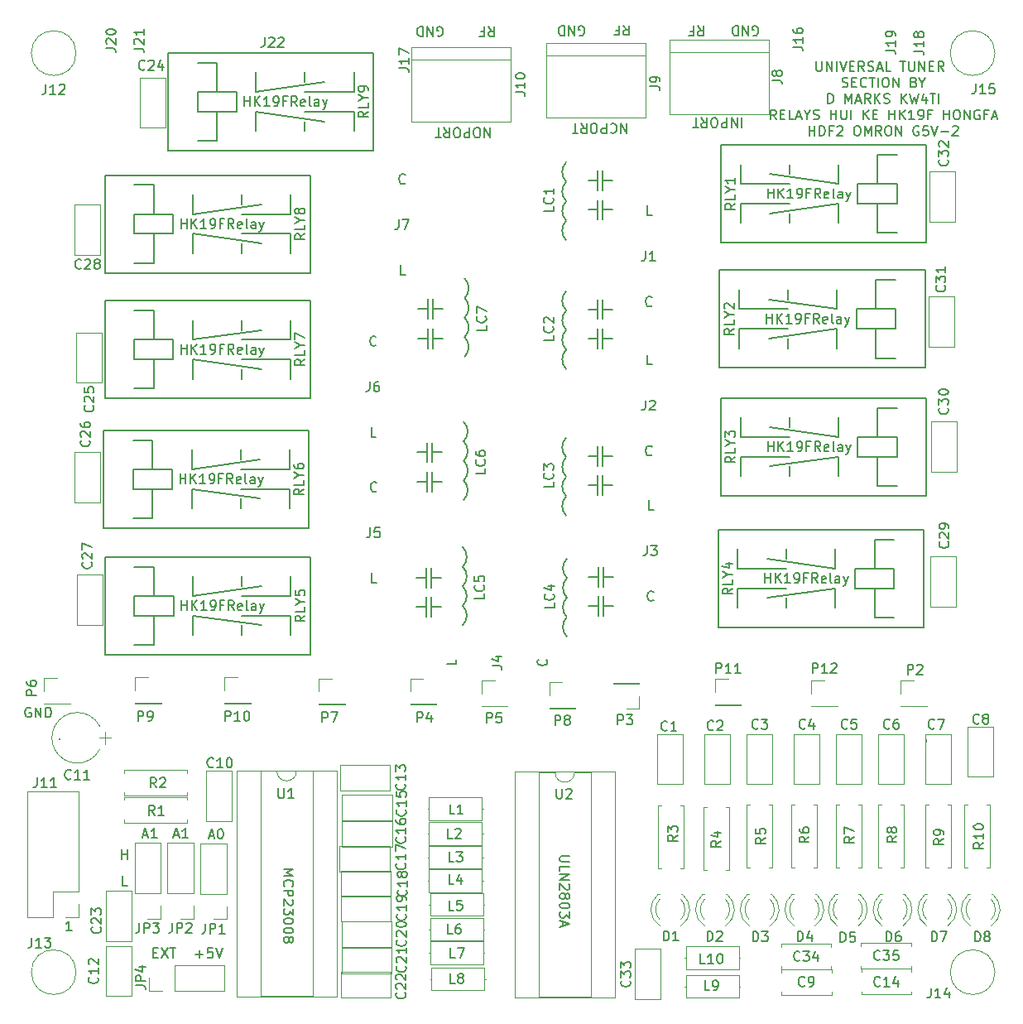
<source format=gbr>
G04 #@! TF.FileFunction,Legend,Top*
%FSLAX46Y46*%
G04 Gerber Fmt 4.6, Leading zero omitted, Abs format (unit mm)*
G04 Created by KiCad (PCBNEW 4.0.7) date 03/02/19 13:43:59*
%MOMM*%
%LPD*%
G01*
G04 APERTURE LIST*
%ADD10C,0.100000*%
%ADD11C,0.150000*%
%ADD12C,0.200000*%
%ADD13C,0.120000*%
G04 APERTURE END LIST*
D10*
D11*
X97464547Y-50284119D02*
X97797881Y-50760310D01*
X98035976Y-50284119D02*
X98035976Y-51284119D01*
X97655023Y-51284119D01*
X97559785Y-51236500D01*
X97512166Y-51188881D01*
X97464547Y-51093643D01*
X97464547Y-50950786D01*
X97512166Y-50855548D01*
X97559785Y-50807929D01*
X97655023Y-50760310D01*
X98035976Y-50760310D01*
X96702642Y-50807929D02*
X97035976Y-50807929D01*
X97035976Y-50284119D02*
X97035976Y-51284119D01*
X96559785Y-51284119D01*
X111244047Y-50157119D02*
X111577381Y-50633310D01*
X111815476Y-50157119D02*
X111815476Y-51157119D01*
X111434523Y-51157119D01*
X111339285Y-51109500D01*
X111291666Y-51061881D01*
X111244047Y-50966643D01*
X111244047Y-50823786D01*
X111291666Y-50728548D01*
X111339285Y-50680929D01*
X111434523Y-50633310D01*
X111815476Y-50633310D01*
X110482142Y-50680929D02*
X110815476Y-50680929D01*
X110815476Y-50157119D02*
X110815476Y-51157119D01*
X110339285Y-51157119D01*
X92265404Y-51236500D02*
X92360642Y-51284119D01*
X92503499Y-51284119D01*
X92646357Y-51236500D01*
X92741595Y-51141262D01*
X92789214Y-51046024D01*
X92836833Y-50855548D01*
X92836833Y-50712690D01*
X92789214Y-50522214D01*
X92741595Y-50426976D01*
X92646357Y-50331738D01*
X92503499Y-50284119D01*
X92408261Y-50284119D01*
X92265404Y-50331738D01*
X92217785Y-50379357D01*
X92217785Y-50712690D01*
X92408261Y-50712690D01*
X91789214Y-50284119D02*
X91789214Y-51284119D01*
X91217785Y-50284119D01*
X91217785Y-51284119D01*
X90741595Y-50284119D02*
X90741595Y-51284119D01*
X90503500Y-51284119D01*
X90360642Y-51236500D01*
X90265404Y-51141262D01*
X90217785Y-51046024D01*
X90170166Y-50855548D01*
X90170166Y-50712690D01*
X90217785Y-50522214D01*
X90265404Y-50426976D01*
X90360642Y-50331738D01*
X90503500Y-50284119D01*
X90741595Y-50284119D01*
X106743404Y-51173000D02*
X106838642Y-51220619D01*
X106981499Y-51220619D01*
X107124357Y-51173000D01*
X107219595Y-51077762D01*
X107267214Y-50982524D01*
X107314833Y-50792048D01*
X107314833Y-50649190D01*
X107267214Y-50458714D01*
X107219595Y-50363476D01*
X107124357Y-50268238D01*
X106981499Y-50220619D01*
X106886261Y-50220619D01*
X106743404Y-50268238D01*
X106695785Y-50315857D01*
X106695785Y-50649190D01*
X106886261Y-50649190D01*
X106267214Y-50220619D02*
X106267214Y-51220619D01*
X105695785Y-50220619D01*
X105695785Y-51220619D01*
X105219595Y-50220619D02*
X105219595Y-51220619D01*
X104981500Y-51220619D01*
X104838642Y-51173000D01*
X104743404Y-51077762D01*
X104695785Y-50982524D01*
X104648166Y-50792048D01*
X104648166Y-50649190D01*
X104695785Y-50458714D01*
X104743404Y-50363476D01*
X104838642Y-50268238D01*
X104981500Y-50220619D01*
X105219595Y-50220619D01*
X111592976Y-60190119D02*
X111592976Y-61190119D01*
X111021547Y-60190119D01*
X111021547Y-61190119D01*
X109973928Y-60285357D02*
X110021547Y-60237738D01*
X110164404Y-60190119D01*
X110259642Y-60190119D01*
X110402500Y-60237738D01*
X110497738Y-60332976D01*
X110545357Y-60428214D01*
X110592976Y-60618690D01*
X110592976Y-60761548D01*
X110545357Y-60952024D01*
X110497738Y-61047262D01*
X110402500Y-61142500D01*
X110259642Y-61190119D01*
X110164404Y-61190119D01*
X110021547Y-61142500D01*
X109973928Y-61094881D01*
X109545357Y-60190119D02*
X109545357Y-61190119D01*
X109164404Y-61190119D01*
X109069166Y-61142500D01*
X109021547Y-61094881D01*
X108973928Y-60999643D01*
X108973928Y-60856786D01*
X109021547Y-60761548D01*
X109069166Y-60713929D01*
X109164404Y-60666310D01*
X109545357Y-60666310D01*
X108354881Y-61190119D02*
X108164404Y-61190119D01*
X108069166Y-61142500D01*
X107973928Y-61047262D01*
X107926309Y-60856786D01*
X107926309Y-60523452D01*
X107973928Y-60332976D01*
X108069166Y-60237738D01*
X108164404Y-60190119D01*
X108354881Y-60190119D01*
X108450119Y-60237738D01*
X108545357Y-60332976D01*
X108592976Y-60523452D01*
X108592976Y-60856786D01*
X108545357Y-61047262D01*
X108450119Y-61142500D01*
X108354881Y-61190119D01*
X106926309Y-60190119D02*
X107259643Y-60666310D01*
X107497738Y-60190119D02*
X107497738Y-61190119D01*
X107116785Y-61190119D01*
X107021547Y-61142500D01*
X106973928Y-61094881D01*
X106926309Y-60999643D01*
X106926309Y-60856786D01*
X106973928Y-60761548D01*
X107021547Y-60713929D01*
X107116785Y-60666310D01*
X107497738Y-60666310D01*
X106640595Y-61190119D02*
X106069166Y-61190119D01*
X106354881Y-60190119D02*
X106354881Y-61190119D01*
X97646786Y-60634619D02*
X97646786Y-61634619D01*
X97075357Y-60634619D01*
X97075357Y-61634619D01*
X96408691Y-61634619D02*
X96218214Y-61634619D01*
X96122976Y-61587000D01*
X96027738Y-61491762D01*
X95980119Y-61301286D01*
X95980119Y-60967952D01*
X96027738Y-60777476D01*
X96122976Y-60682238D01*
X96218214Y-60634619D01*
X96408691Y-60634619D01*
X96503929Y-60682238D01*
X96599167Y-60777476D01*
X96646786Y-60967952D01*
X96646786Y-61301286D01*
X96599167Y-61491762D01*
X96503929Y-61587000D01*
X96408691Y-61634619D01*
X95551548Y-60634619D02*
X95551548Y-61634619D01*
X95170595Y-61634619D01*
X95075357Y-61587000D01*
X95027738Y-61539381D01*
X94980119Y-61444143D01*
X94980119Y-61301286D01*
X95027738Y-61206048D01*
X95075357Y-61158429D01*
X95170595Y-61110810D01*
X95551548Y-61110810D01*
X94361072Y-61634619D02*
X94170595Y-61634619D01*
X94075357Y-61587000D01*
X93980119Y-61491762D01*
X93932500Y-61301286D01*
X93932500Y-60967952D01*
X93980119Y-60777476D01*
X94075357Y-60682238D01*
X94170595Y-60634619D01*
X94361072Y-60634619D01*
X94456310Y-60682238D01*
X94551548Y-60777476D01*
X94599167Y-60967952D01*
X94599167Y-61301286D01*
X94551548Y-61491762D01*
X94456310Y-61587000D01*
X94361072Y-61634619D01*
X92932500Y-60634619D02*
X93265834Y-61110810D01*
X93503929Y-60634619D02*
X93503929Y-61634619D01*
X93122976Y-61634619D01*
X93027738Y-61587000D01*
X92980119Y-61539381D01*
X92932500Y-61444143D01*
X92932500Y-61301286D01*
X92980119Y-61206048D01*
X93027738Y-61158429D01*
X93122976Y-61110810D01*
X93503929Y-61110810D01*
X92646786Y-61634619D02*
X92075357Y-61634619D01*
X92361072Y-60634619D02*
X92361072Y-61634619D01*
X123396071Y-59618619D02*
X123396071Y-60618619D01*
X122919881Y-59618619D02*
X122919881Y-60618619D01*
X122348452Y-59618619D01*
X122348452Y-60618619D01*
X121872262Y-59618619D02*
X121872262Y-60618619D01*
X121491309Y-60618619D01*
X121396071Y-60571000D01*
X121348452Y-60523381D01*
X121300833Y-60428143D01*
X121300833Y-60285286D01*
X121348452Y-60190048D01*
X121396071Y-60142429D01*
X121491309Y-60094810D01*
X121872262Y-60094810D01*
X120681786Y-60618619D02*
X120491309Y-60618619D01*
X120396071Y-60571000D01*
X120300833Y-60475762D01*
X120253214Y-60285286D01*
X120253214Y-59951952D01*
X120300833Y-59761476D01*
X120396071Y-59666238D01*
X120491309Y-59618619D01*
X120681786Y-59618619D01*
X120777024Y-59666238D01*
X120872262Y-59761476D01*
X120919881Y-59951952D01*
X120919881Y-60285286D01*
X120872262Y-60475762D01*
X120777024Y-60571000D01*
X120681786Y-60618619D01*
X119253214Y-59618619D02*
X119586548Y-60094810D01*
X119824643Y-59618619D02*
X119824643Y-60618619D01*
X119443690Y-60618619D01*
X119348452Y-60571000D01*
X119300833Y-60523381D01*
X119253214Y-60428143D01*
X119253214Y-60285286D01*
X119300833Y-60190048D01*
X119348452Y-60142429D01*
X119443690Y-60094810D01*
X119824643Y-60094810D01*
X118967500Y-60618619D02*
X118396071Y-60618619D01*
X118681786Y-59618619D02*
X118681786Y-60618619D01*
X118864047Y-50220619D02*
X119197381Y-50696810D01*
X119435476Y-50220619D02*
X119435476Y-51220619D01*
X119054523Y-51220619D01*
X118959285Y-51173000D01*
X118911666Y-51125381D01*
X118864047Y-51030143D01*
X118864047Y-50887286D01*
X118911666Y-50792048D01*
X118959285Y-50744429D01*
X119054523Y-50696810D01*
X119435476Y-50696810D01*
X118102142Y-50744429D02*
X118435476Y-50744429D01*
X118435476Y-50220619D02*
X118435476Y-51220619D01*
X117959285Y-51220619D01*
X124523404Y-51173000D02*
X124618642Y-51220619D01*
X124761499Y-51220619D01*
X124904357Y-51173000D01*
X124999595Y-51077762D01*
X125047214Y-50982524D01*
X125094833Y-50792048D01*
X125094833Y-50649190D01*
X125047214Y-50458714D01*
X124999595Y-50363476D01*
X124904357Y-50268238D01*
X124761499Y-50220619D01*
X124666261Y-50220619D01*
X124523404Y-50268238D01*
X124475785Y-50315857D01*
X124475785Y-50649190D01*
X124666261Y-50649190D01*
X124047214Y-50220619D02*
X124047214Y-51220619D01*
X123475785Y-50220619D01*
X123475785Y-51220619D01*
X122999595Y-50220619D02*
X122999595Y-51220619D01*
X122761500Y-51220619D01*
X122618642Y-51173000D01*
X122523404Y-51077762D01*
X122475785Y-50982524D01*
X122428166Y-50792048D01*
X122428166Y-50649190D01*
X122475785Y-50458714D01*
X122523404Y-50363476D01*
X122618642Y-50268238D01*
X122761500Y-50220619D01*
X122999595Y-50220619D01*
X67533046Y-145166389D02*
X68294951Y-145166389D01*
X67913999Y-145547341D02*
X67913999Y-144785436D01*
X69247332Y-144547341D02*
X68771141Y-144547341D01*
X68723522Y-145023531D01*
X68771141Y-144975912D01*
X68866379Y-144928293D01*
X69104475Y-144928293D01*
X69199713Y-144975912D01*
X69247332Y-145023531D01*
X69294951Y-145118770D01*
X69294951Y-145356865D01*
X69247332Y-145452103D01*
X69199713Y-145499722D01*
X69104475Y-145547341D01*
X68866379Y-145547341D01*
X68771141Y-145499722D01*
X68723522Y-145452103D01*
X69580665Y-144547341D02*
X69913998Y-145547341D01*
X70247332Y-144547341D01*
X63190571Y-144993051D02*
X63523905Y-144993051D01*
X63666762Y-145516861D02*
X63190571Y-145516861D01*
X63190571Y-144516861D01*
X63666762Y-144516861D01*
X64000095Y-144516861D02*
X64666762Y-145516861D01*
X64666762Y-144516861D02*
X64000095Y-145516861D01*
X64904857Y-144516861D02*
X65476286Y-144516861D01*
X65190571Y-145516861D02*
X65190571Y-144516861D01*
X59988486Y-135453381D02*
X59988486Y-134453381D01*
X59988486Y-134929571D02*
X60559915Y-134929571D01*
X60559915Y-135453381D02*
X60559915Y-134453381D01*
X62125314Y-132983267D02*
X62601505Y-132983267D01*
X62030076Y-133268981D02*
X62363409Y-132268981D01*
X62696743Y-133268981D01*
X63553886Y-133268981D02*
X62982457Y-133268981D01*
X63268171Y-133268981D02*
X63268171Y-132268981D01*
X63172933Y-132411838D01*
X63077695Y-132507076D01*
X62982457Y-132554695D01*
D12*
X53594000Y-123190000D02*
X53594000Y-123063000D01*
X142240000Y-123215400D02*
X142240000Y-123393200D01*
D11*
X54844915Y-142768581D02*
X54273486Y-142768581D01*
X54559200Y-142768581D02*
X54559200Y-141768581D01*
X54463962Y-141911438D01*
X54368724Y-142006676D01*
X54273486Y-142054295D01*
X50647696Y-119977280D02*
X50552458Y-119929661D01*
X50409601Y-119929661D01*
X50266743Y-119977280D01*
X50171505Y-120072518D01*
X50123886Y-120167756D01*
X50076267Y-120358232D01*
X50076267Y-120501090D01*
X50123886Y-120691566D01*
X50171505Y-120786804D01*
X50266743Y-120882042D01*
X50409601Y-120929661D01*
X50504839Y-120929661D01*
X50647696Y-120882042D01*
X50695315Y-120834423D01*
X50695315Y-120501090D01*
X50504839Y-120501090D01*
X51123886Y-120929661D02*
X51123886Y-119929661D01*
X51695315Y-120929661D01*
X51695315Y-119929661D01*
X52171505Y-120929661D02*
X52171505Y-119929661D01*
X52409600Y-119929661D01*
X52552458Y-119977280D01*
X52647696Y-120072518D01*
X52695315Y-120167756D01*
X52742934Y-120358232D01*
X52742934Y-120501090D01*
X52695315Y-120691566D01*
X52647696Y-120786804D01*
X52552458Y-120882042D01*
X52409600Y-120929661D01*
X52171505Y-120929661D01*
X131002947Y-53848481D02*
X131002947Y-54658005D01*
X131050566Y-54753243D01*
X131098185Y-54800862D01*
X131193423Y-54848481D01*
X131383900Y-54848481D01*
X131479138Y-54800862D01*
X131526757Y-54753243D01*
X131574376Y-54658005D01*
X131574376Y-53848481D01*
X132050566Y-54848481D02*
X132050566Y-53848481D01*
X132621995Y-54848481D01*
X132621995Y-53848481D01*
X133098185Y-54848481D02*
X133098185Y-53848481D01*
X133431518Y-53848481D02*
X133764851Y-54848481D01*
X134098185Y-53848481D01*
X134431518Y-54324671D02*
X134764852Y-54324671D01*
X134907709Y-54848481D02*
X134431518Y-54848481D01*
X134431518Y-53848481D01*
X134907709Y-53848481D01*
X135907709Y-54848481D02*
X135574375Y-54372290D01*
X135336280Y-54848481D02*
X135336280Y-53848481D01*
X135717233Y-53848481D01*
X135812471Y-53896100D01*
X135860090Y-53943719D01*
X135907709Y-54038957D01*
X135907709Y-54181814D01*
X135860090Y-54277052D01*
X135812471Y-54324671D01*
X135717233Y-54372290D01*
X135336280Y-54372290D01*
X136288661Y-54800862D02*
X136431518Y-54848481D01*
X136669614Y-54848481D01*
X136764852Y-54800862D01*
X136812471Y-54753243D01*
X136860090Y-54658005D01*
X136860090Y-54562767D01*
X136812471Y-54467529D01*
X136764852Y-54419910D01*
X136669614Y-54372290D01*
X136479137Y-54324671D01*
X136383899Y-54277052D01*
X136336280Y-54229433D01*
X136288661Y-54134195D01*
X136288661Y-54038957D01*
X136336280Y-53943719D01*
X136383899Y-53896100D01*
X136479137Y-53848481D01*
X136717233Y-53848481D01*
X136860090Y-53896100D01*
X137241042Y-54562767D02*
X137717233Y-54562767D01*
X137145804Y-54848481D02*
X137479137Y-53848481D01*
X137812471Y-54848481D01*
X138621995Y-54848481D02*
X138145804Y-54848481D01*
X138145804Y-53848481D01*
X139574376Y-53848481D02*
X140145805Y-53848481D01*
X139860090Y-54848481D02*
X139860090Y-53848481D01*
X140479138Y-53848481D02*
X140479138Y-54658005D01*
X140526757Y-54753243D01*
X140574376Y-54800862D01*
X140669614Y-54848481D01*
X140860091Y-54848481D01*
X140955329Y-54800862D01*
X141002948Y-54753243D01*
X141050567Y-54658005D01*
X141050567Y-53848481D01*
X141526757Y-54848481D02*
X141526757Y-53848481D01*
X142098186Y-54848481D01*
X142098186Y-53848481D01*
X142574376Y-54324671D02*
X142907710Y-54324671D01*
X143050567Y-54848481D02*
X142574376Y-54848481D01*
X142574376Y-53848481D01*
X143050567Y-53848481D01*
X144050567Y-54848481D02*
X143717233Y-54372290D01*
X143479138Y-54848481D02*
X143479138Y-53848481D01*
X143860091Y-53848481D01*
X143955329Y-53896100D01*
X144002948Y-53943719D01*
X144050567Y-54038957D01*
X144050567Y-54181814D01*
X144002948Y-54277052D01*
X143955329Y-54324671D01*
X143860091Y-54372290D01*
X143479138Y-54372290D01*
X133669614Y-56450862D02*
X133812471Y-56498481D01*
X134050567Y-56498481D01*
X134145805Y-56450862D01*
X134193424Y-56403243D01*
X134241043Y-56308005D01*
X134241043Y-56212767D01*
X134193424Y-56117529D01*
X134145805Y-56069910D01*
X134050567Y-56022290D01*
X133860090Y-55974671D01*
X133764852Y-55927052D01*
X133717233Y-55879433D01*
X133669614Y-55784195D01*
X133669614Y-55688957D01*
X133717233Y-55593719D01*
X133764852Y-55546100D01*
X133860090Y-55498481D01*
X134098186Y-55498481D01*
X134241043Y-55546100D01*
X134669614Y-55974671D02*
X135002948Y-55974671D01*
X135145805Y-56498481D02*
X134669614Y-56498481D01*
X134669614Y-55498481D01*
X135145805Y-55498481D01*
X136145805Y-56403243D02*
X136098186Y-56450862D01*
X135955329Y-56498481D01*
X135860091Y-56498481D01*
X135717233Y-56450862D01*
X135621995Y-56355624D01*
X135574376Y-56260386D01*
X135526757Y-56069910D01*
X135526757Y-55927052D01*
X135574376Y-55736576D01*
X135621995Y-55641338D01*
X135717233Y-55546100D01*
X135860091Y-55498481D01*
X135955329Y-55498481D01*
X136098186Y-55546100D01*
X136145805Y-55593719D01*
X136431519Y-55498481D02*
X137002948Y-55498481D01*
X136717233Y-56498481D02*
X136717233Y-55498481D01*
X137336281Y-56498481D02*
X137336281Y-55498481D01*
X138002947Y-55498481D02*
X138193424Y-55498481D01*
X138288662Y-55546100D01*
X138383900Y-55641338D01*
X138431519Y-55831814D01*
X138431519Y-56165148D01*
X138383900Y-56355624D01*
X138288662Y-56450862D01*
X138193424Y-56498481D01*
X138002947Y-56498481D01*
X137907709Y-56450862D01*
X137812471Y-56355624D01*
X137764852Y-56165148D01*
X137764852Y-55831814D01*
X137812471Y-55641338D01*
X137907709Y-55546100D01*
X138002947Y-55498481D01*
X138860090Y-56498481D02*
X138860090Y-55498481D01*
X139431519Y-56498481D01*
X139431519Y-55498481D01*
X141002948Y-55974671D02*
X141145805Y-56022290D01*
X141193424Y-56069910D01*
X141241043Y-56165148D01*
X141241043Y-56308005D01*
X141193424Y-56403243D01*
X141145805Y-56450862D01*
X141050567Y-56498481D01*
X140669614Y-56498481D01*
X140669614Y-55498481D01*
X141002948Y-55498481D01*
X141098186Y-55546100D01*
X141145805Y-55593719D01*
X141193424Y-55688957D01*
X141193424Y-55784195D01*
X141145805Y-55879433D01*
X141098186Y-55927052D01*
X141002948Y-55974671D01*
X140669614Y-55974671D01*
X141860090Y-56022290D02*
X141860090Y-56498481D01*
X141526757Y-55498481D02*
X141860090Y-56022290D01*
X142193424Y-55498481D01*
X132217233Y-58148481D02*
X132217233Y-57148481D01*
X132455328Y-57148481D01*
X132598186Y-57196100D01*
X132693424Y-57291338D01*
X132741043Y-57386576D01*
X132788662Y-57577052D01*
X132788662Y-57719910D01*
X132741043Y-57910386D01*
X132693424Y-58005624D01*
X132598186Y-58100862D01*
X132455328Y-58148481D01*
X132217233Y-58148481D01*
X133979138Y-58148481D02*
X133979138Y-57148481D01*
X134312472Y-57862767D01*
X134645805Y-57148481D01*
X134645805Y-58148481D01*
X135074376Y-57862767D02*
X135550567Y-57862767D01*
X134979138Y-58148481D02*
X135312471Y-57148481D01*
X135645805Y-58148481D01*
X136550567Y-58148481D02*
X136217233Y-57672290D01*
X135979138Y-58148481D02*
X135979138Y-57148481D01*
X136360091Y-57148481D01*
X136455329Y-57196100D01*
X136502948Y-57243719D01*
X136550567Y-57338957D01*
X136550567Y-57481814D01*
X136502948Y-57577052D01*
X136455329Y-57624671D01*
X136360091Y-57672290D01*
X135979138Y-57672290D01*
X136979138Y-58148481D02*
X136979138Y-57148481D01*
X137550567Y-58148481D02*
X137121995Y-57577052D01*
X137550567Y-57148481D02*
X136979138Y-57719910D01*
X137931519Y-58100862D02*
X138074376Y-58148481D01*
X138312472Y-58148481D01*
X138407710Y-58100862D01*
X138455329Y-58053243D01*
X138502948Y-57958005D01*
X138502948Y-57862767D01*
X138455329Y-57767529D01*
X138407710Y-57719910D01*
X138312472Y-57672290D01*
X138121995Y-57624671D01*
X138026757Y-57577052D01*
X137979138Y-57529433D01*
X137931519Y-57434195D01*
X137931519Y-57338957D01*
X137979138Y-57243719D01*
X138026757Y-57196100D01*
X138121995Y-57148481D01*
X138360091Y-57148481D01*
X138502948Y-57196100D01*
X139693424Y-58148481D02*
X139693424Y-57148481D01*
X140264853Y-58148481D02*
X139836281Y-57577052D01*
X140264853Y-57148481D02*
X139693424Y-57719910D01*
X140598186Y-57148481D02*
X140836281Y-58148481D01*
X141026758Y-57434195D01*
X141217234Y-58148481D01*
X141455329Y-57148481D01*
X142264853Y-57481814D02*
X142264853Y-58148481D01*
X142026757Y-57100862D02*
X141788662Y-57815148D01*
X142407710Y-57815148D01*
X142645805Y-57148481D02*
X143217234Y-57148481D01*
X142931519Y-58148481D02*
X142931519Y-57148481D01*
X143550567Y-58148481D02*
X143550567Y-57148481D01*
X126907709Y-59798481D02*
X126574375Y-59322290D01*
X126336280Y-59798481D02*
X126336280Y-58798481D01*
X126717233Y-58798481D01*
X126812471Y-58846100D01*
X126860090Y-58893719D01*
X126907709Y-58988957D01*
X126907709Y-59131814D01*
X126860090Y-59227052D01*
X126812471Y-59274671D01*
X126717233Y-59322290D01*
X126336280Y-59322290D01*
X127336280Y-59274671D02*
X127669614Y-59274671D01*
X127812471Y-59798481D02*
X127336280Y-59798481D01*
X127336280Y-58798481D01*
X127812471Y-58798481D01*
X128717233Y-59798481D02*
X128241042Y-59798481D01*
X128241042Y-58798481D01*
X129002947Y-59512767D02*
X129479138Y-59512767D01*
X128907709Y-59798481D02*
X129241042Y-58798481D01*
X129574376Y-59798481D01*
X130098185Y-59322290D02*
X130098185Y-59798481D01*
X129764852Y-58798481D02*
X130098185Y-59322290D01*
X130431519Y-58798481D01*
X130717233Y-59750862D02*
X130860090Y-59798481D01*
X131098186Y-59798481D01*
X131193424Y-59750862D01*
X131241043Y-59703243D01*
X131288662Y-59608005D01*
X131288662Y-59512767D01*
X131241043Y-59417529D01*
X131193424Y-59369910D01*
X131098186Y-59322290D01*
X130907709Y-59274671D01*
X130812471Y-59227052D01*
X130764852Y-59179433D01*
X130717233Y-59084195D01*
X130717233Y-58988957D01*
X130764852Y-58893719D01*
X130812471Y-58846100D01*
X130907709Y-58798481D01*
X131145805Y-58798481D01*
X131288662Y-58846100D01*
X132479138Y-59798481D02*
X132479138Y-58798481D01*
X132479138Y-59274671D02*
X133050567Y-59274671D01*
X133050567Y-59798481D02*
X133050567Y-58798481D01*
X133526757Y-58798481D02*
X133526757Y-59608005D01*
X133574376Y-59703243D01*
X133621995Y-59750862D01*
X133717233Y-59798481D01*
X133907710Y-59798481D01*
X134002948Y-59750862D01*
X134050567Y-59703243D01*
X134098186Y-59608005D01*
X134098186Y-58798481D01*
X134574376Y-59798481D02*
X134574376Y-58798481D01*
X135812471Y-59798481D02*
X135812471Y-58798481D01*
X136383900Y-59798481D02*
X135955328Y-59227052D01*
X136383900Y-58798481D02*
X135812471Y-59369910D01*
X136812471Y-59274671D02*
X137145805Y-59274671D01*
X137288662Y-59798481D02*
X136812471Y-59798481D01*
X136812471Y-58798481D01*
X137288662Y-58798481D01*
X138479138Y-59798481D02*
X138479138Y-58798481D01*
X138479138Y-59274671D02*
X139050567Y-59274671D01*
X139050567Y-59798481D02*
X139050567Y-58798481D01*
X139526757Y-59798481D02*
X139526757Y-58798481D01*
X140098186Y-59798481D02*
X139669614Y-59227052D01*
X140098186Y-58798481D02*
X139526757Y-59369910D01*
X141050567Y-59798481D02*
X140479138Y-59798481D01*
X140764852Y-59798481D02*
X140764852Y-58798481D01*
X140669614Y-58941338D01*
X140574376Y-59036576D01*
X140479138Y-59084195D01*
X141526757Y-59798481D02*
X141717233Y-59798481D01*
X141812472Y-59750862D01*
X141860091Y-59703243D01*
X141955329Y-59560386D01*
X142002948Y-59369910D01*
X142002948Y-58988957D01*
X141955329Y-58893719D01*
X141907710Y-58846100D01*
X141812472Y-58798481D01*
X141621995Y-58798481D01*
X141526757Y-58846100D01*
X141479138Y-58893719D01*
X141431519Y-58988957D01*
X141431519Y-59227052D01*
X141479138Y-59322290D01*
X141526757Y-59369910D01*
X141621995Y-59417529D01*
X141812472Y-59417529D01*
X141907710Y-59369910D01*
X141955329Y-59322290D01*
X142002948Y-59227052D01*
X142764853Y-59274671D02*
X142431519Y-59274671D01*
X142431519Y-59798481D02*
X142431519Y-58798481D01*
X142907710Y-58798481D01*
X144050567Y-59798481D02*
X144050567Y-58798481D01*
X144050567Y-59274671D02*
X144621996Y-59274671D01*
X144621996Y-59798481D02*
X144621996Y-58798481D01*
X145288662Y-58798481D02*
X145479139Y-58798481D01*
X145574377Y-58846100D01*
X145669615Y-58941338D01*
X145717234Y-59131814D01*
X145717234Y-59465148D01*
X145669615Y-59655624D01*
X145574377Y-59750862D01*
X145479139Y-59798481D01*
X145288662Y-59798481D01*
X145193424Y-59750862D01*
X145098186Y-59655624D01*
X145050567Y-59465148D01*
X145050567Y-59131814D01*
X145098186Y-58941338D01*
X145193424Y-58846100D01*
X145288662Y-58798481D01*
X146145805Y-59798481D02*
X146145805Y-58798481D01*
X146717234Y-59798481D01*
X146717234Y-58798481D01*
X147717234Y-58846100D02*
X147621996Y-58798481D01*
X147479139Y-58798481D01*
X147336281Y-58846100D01*
X147241043Y-58941338D01*
X147193424Y-59036576D01*
X147145805Y-59227052D01*
X147145805Y-59369910D01*
X147193424Y-59560386D01*
X147241043Y-59655624D01*
X147336281Y-59750862D01*
X147479139Y-59798481D01*
X147574377Y-59798481D01*
X147717234Y-59750862D01*
X147764853Y-59703243D01*
X147764853Y-59369910D01*
X147574377Y-59369910D01*
X148526758Y-59274671D02*
X148193424Y-59274671D01*
X148193424Y-59798481D02*
X148193424Y-58798481D01*
X148669615Y-58798481D01*
X149002948Y-59512767D02*
X149479139Y-59512767D01*
X148907710Y-59798481D02*
X149241043Y-58798481D01*
X149574377Y-59798481D01*
X130288662Y-61448481D02*
X130288662Y-60448481D01*
X130288662Y-60924671D02*
X130860091Y-60924671D01*
X130860091Y-61448481D02*
X130860091Y-60448481D01*
X131336281Y-61448481D02*
X131336281Y-60448481D01*
X131574376Y-60448481D01*
X131717234Y-60496100D01*
X131812472Y-60591338D01*
X131860091Y-60686576D01*
X131907710Y-60877052D01*
X131907710Y-61019910D01*
X131860091Y-61210386D01*
X131812472Y-61305624D01*
X131717234Y-61400862D01*
X131574376Y-61448481D01*
X131336281Y-61448481D01*
X132669615Y-60924671D02*
X132336281Y-60924671D01*
X132336281Y-61448481D02*
X132336281Y-60448481D01*
X132812472Y-60448481D01*
X133145805Y-60543719D02*
X133193424Y-60496100D01*
X133288662Y-60448481D01*
X133526758Y-60448481D01*
X133621996Y-60496100D01*
X133669615Y-60543719D01*
X133717234Y-60638957D01*
X133717234Y-60734195D01*
X133669615Y-60877052D01*
X133098186Y-61448481D01*
X133717234Y-61448481D01*
X135098186Y-60448481D02*
X135288663Y-60448481D01*
X135383901Y-60496100D01*
X135479139Y-60591338D01*
X135526758Y-60781814D01*
X135526758Y-61115148D01*
X135479139Y-61305624D01*
X135383901Y-61400862D01*
X135288663Y-61448481D01*
X135098186Y-61448481D01*
X135002948Y-61400862D01*
X134907710Y-61305624D01*
X134860091Y-61115148D01*
X134860091Y-60781814D01*
X134907710Y-60591338D01*
X135002948Y-60496100D01*
X135098186Y-60448481D01*
X135955329Y-61448481D02*
X135955329Y-60448481D01*
X136288663Y-61162767D01*
X136621996Y-60448481D01*
X136621996Y-61448481D01*
X137669615Y-61448481D02*
X137336281Y-60972290D01*
X137098186Y-61448481D02*
X137098186Y-60448481D01*
X137479139Y-60448481D01*
X137574377Y-60496100D01*
X137621996Y-60543719D01*
X137669615Y-60638957D01*
X137669615Y-60781814D01*
X137621996Y-60877052D01*
X137574377Y-60924671D01*
X137479139Y-60972290D01*
X137098186Y-60972290D01*
X138288662Y-60448481D02*
X138479139Y-60448481D01*
X138574377Y-60496100D01*
X138669615Y-60591338D01*
X138717234Y-60781814D01*
X138717234Y-61115148D01*
X138669615Y-61305624D01*
X138574377Y-61400862D01*
X138479139Y-61448481D01*
X138288662Y-61448481D01*
X138193424Y-61400862D01*
X138098186Y-61305624D01*
X138050567Y-61115148D01*
X138050567Y-60781814D01*
X138098186Y-60591338D01*
X138193424Y-60496100D01*
X138288662Y-60448481D01*
X139145805Y-61448481D02*
X139145805Y-60448481D01*
X139717234Y-61448481D01*
X139717234Y-60448481D01*
X141479139Y-60496100D02*
X141383901Y-60448481D01*
X141241044Y-60448481D01*
X141098186Y-60496100D01*
X141002948Y-60591338D01*
X140955329Y-60686576D01*
X140907710Y-60877052D01*
X140907710Y-61019910D01*
X140955329Y-61210386D01*
X141002948Y-61305624D01*
X141098186Y-61400862D01*
X141241044Y-61448481D01*
X141336282Y-61448481D01*
X141479139Y-61400862D01*
X141526758Y-61353243D01*
X141526758Y-61019910D01*
X141336282Y-61019910D01*
X142431520Y-60448481D02*
X141955329Y-60448481D01*
X141907710Y-60924671D01*
X141955329Y-60877052D01*
X142050567Y-60829433D01*
X142288663Y-60829433D01*
X142383901Y-60877052D01*
X142431520Y-60924671D01*
X142479139Y-61019910D01*
X142479139Y-61258005D01*
X142431520Y-61353243D01*
X142383901Y-61400862D01*
X142288663Y-61448481D01*
X142050567Y-61448481D01*
X141955329Y-61400862D01*
X141907710Y-61353243D01*
X142764853Y-60448481D02*
X143098186Y-61448481D01*
X143431520Y-60448481D01*
X143764853Y-61067529D02*
X144526758Y-61067529D01*
X144955329Y-60543719D02*
X145002948Y-60496100D01*
X145098186Y-60448481D01*
X145336282Y-60448481D01*
X145431520Y-60496100D01*
X145479139Y-60543719D01*
X145526758Y-60638957D01*
X145526758Y-60734195D01*
X145479139Y-60877052D01*
X144907710Y-61448481D01*
X145526758Y-61448481D01*
X76509619Y-136493714D02*
X77509619Y-136493714D01*
X76795333Y-136827048D01*
X77509619Y-137160381D01*
X76509619Y-137160381D01*
X76604857Y-138208000D02*
X76557238Y-138160381D01*
X76509619Y-138017524D01*
X76509619Y-137922286D01*
X76557238Y-137779428D01*
X76652476Y-137684190D01*
X76747714Y-137636571D01*
X76938190Y-137588952D01*
X77081048Y-137588952D01*
X77271524Y-137636571D01*
X77366762Y-137684190D01*
X77462000Y-137779428D01*
X77509619Y-137922286D01*
X77509619Y-138017524D01*
X77462000Y-138160381D01*
X77414381Y-138208000D01*
X76509619Y-138636571D02*
X77509619Y-138636571D01*
X77509619Y-139017524D01*
X77462000Y-139112762D01*
X77414381Y-139160381D01*
X77319143Y-139208000D01*
X77176286Y-139208000D01*
X77081048Y-139160381D01*
X77033429Y-139112762D01*
X76985810Y-139017524D01*
X76985810Y-138636571D01*
X77414381Y-139588952D02*
X77462000Y-139636571D01*
X77509619Y-139731809D01*
X77509619Y-139969905D01*
X77462000Y-140065143D01*
X77414381Y-140112762D01*
X77319143Y-140160381D01*
X77223905Y-140160381D01*
X77081048Y-140112762D01*
X76509619Y-139541333D01*
X76509619Y-140160381D01*
X77509619Y-140493714D02*
X77509619Y-141112762D01*
X77128667Y-140779428D01*
X77128667Y-140922286D01*
X77081048Y-141017524D01*
X77033429Y-141065143D01*
X76938190Y-141112762D01*
X76700095Y-141112762D01*
X76604857Y-141065143D01*
X76557238Y-141017524D01*
X76509619Y-140922286D01*
X76509619Y-140636571D01*
X76557238Y-140541333D01*
X76604857Y-140493714D01*
X77509619Y-141731809D02*
X77509619Y-141827048D01*
X77462000Y-141922286D01*
X77414381Y-141969905D01*
X77319143Y-142017524D01*
X77128667Y-142065143D01*
X76890571Y-142065143D01*
X76700095Y-142017524D01*
X76604857Y-141969905D01*
X76557238Y-141922286D01*
X76509619Y-141827048D01*
X76509619Y-141731809D01*
X76557238Y-141636571D01*
X76604857Y-141588952D01*
X76700095Y-141541333D01*
X76890571Y-141493714D01*
X77128667Y-141493714D01*
X77319143Y-141541333D01*
X77414381Y-141588952D01*
X77462000Y-141636571D01*
X77509619Y-141731809D01*
X77509619Y-142684190D02*
X77509619Y-142779429D01*
X77462000Y-142874667D01*
X77414381Y-142922286D01*
X77319143Y-142969905D01*
X77128667Y-143017524D01*
X76890571Y-143017524D01*
X76700095Y-142969905D01*
X76604857Y-142922286D01*
X76557238Y-142874667D01*
X76509619Y-142779429D01*
X76509619Y-142684190D01*
X76557238Y-142588952D01*
X76604857Y-142541333D01*
X76700095Y-142493714D01*
X76890571Y-142446095D01*
X77128667Y-142446095D01*
X77319143Y-142493714D01*
X77414381Y-142541333D01*
X77462000Y-142588952D01*
X77509619Y-142684190D01*
X77081048Y-143588952D02*
X77128667Y-143493714D01*
X77176286Y-143446095D01*
X77271524Y-143398476D01*
X77319143Y-143398476D01*
X77414381Y-143446095D01*
X77462000Y-143493714D01*
X77509619Y-143588952D01*
X77509619Y-143779429D01*
X77462000Y-143874667D01*
X77414381Y-143922286D01*
X77319143Y-143969905D01*
X77271524Y-143969905D01*
X77176286Y-143922286D01*
X77128667Y-143874667D01*
X77081048Y-143779429D01*
X77081048Y-143588952D01*
X77033429Y-143493714D01*
X76985810Y-143446095D01*
X76890571Y-143398476D01*
X76700095Y-143398476D01*
X76604857Y-143446095D01*
X76557238Y-143493714D01*
X76509619Y-143588952D01*
X76509619Y-143779429D01*
X76557238Y-143874667D01*
X76604857Y-143922286D01*
X76700095Y-143969905D01*
X76890571Y-143969905D01*
X76985810Y-143922286D01*
X77033429Y-143874667D01*
X77081048Y-143779429D01*
X105767119Y-135136381D02*
X104957595Y-135136381D01*
X104862357Y-135184000D01*
X104814738Y-135231619D01*
X104767119Y-135326857D01*
X104767119Y-135517334D01*
X104814738Y-135612572D01*
X104862357Y-135660191D01*
X104957595Y-135707810D01*
X105767119Y-135707810D01*
X104767119Y-136660191D02*
X104767119Y-136184000D01*
X105767119Y-136184000D01*
X104767119Y-136993524D02*
X105767119Y-136993524D01*
X104767119Y-137564953D01*
X105767119Y-137564953D01*
X105671881Y-137993524D02*
X105719500Y-138041143D01*
X105767119Y-138136381D01*
X105767119Y-138374477D01*
X105719500Y-138469715D01*
X105671881Y-138517334D01*
X105576643Y-138564953D01*
X105481405Y-138564953D01*
X105338548Y-138517334D01*
X104767119Y-137945905D01*
X104767119Y-138564953D01*
X105338548Y-139136381D02*
X105386167Y-139041143D01*
X105433786Y-138993524D01*
X105529024Y-138945905D01*
X105576643Y-138945905D01*
X105671881Y-138993524D01*
X105719500Y-139041143D01*
X105767119Y-139136381D01*
X105767119Y-139326858D01*
X105719500Y-139422096D01*
X105671881Y-139469715D01*
X105576643Y-139517334D01*
X105529024Y-139517334D01*
X105433786Y-139469715D01*
X105386167Y-139422096D01*
X105338548Y-139326858D01*
X105338548Y-139136381D01*
X105290929Y-139041143D01*
X105243310Y-138993524D01*
X105148071Y-138945905D01*
X104957595Y-138945905D01*
X104862357Y-138993524D01*
X104814738Y-139041143D01*
X104767119Y-139136381D01*
X104767119Y-139326858D01*
X104814738Y-139422096D01*
X104862357Y-139469715D01*
X104957595Y-139517334D01*
X105148071Y-139517334D01*
X105243310Y-139469715D01*
X105290929Y-139422096D01*
X105338548Y-139326858D01*
X105767119Y-140136381D02*
X105767119Y-140231620D01*
X105719500Y-140326858D01*
X105671881Y-140374477D01*
X105576643Y-140422096D01*
X105386167Y-140469715D01*
X105148071Y-140469715D01*
X104957595Y-140422096D01*
X104862357Y-140374477D01*
X104814738Y-140326858D01*
X104767119Y-140231620D01*
X104767119Y-140136381D01*
X104814738Y-140041143D01*
X104862357Y-139993524D01*
X104957595Y-139945905D01*
X105148071Y-139898286D01*
X105386167Y-139898286D01*
X105576643Y-139945905D01*
X105671881Y-139993524D01*
X105719500Y-140041143D01*
X105767119Y-140136381D01*
X105767119Y-140803048D02*
X105767119Y-141422096D01*
X105386167Y-141088762D01*
X105386167Y-141231620D01*
X105338548Y-141326858D01*
X105290929Y-141374477D01*
X105195690Y-141422096D01*
X104957595Y-141422096D01*
X104862357Y-141374477D01*
X104814738Y-141326858D01*
X104767119Y-141231620D01*
X104767119Y-140945905D01*
X104814738Y-140850667D01*
X104862357Y-140803048D01*
X105052833Y-141803048D02*
X105052833Y-142279239D01*
X104767119Y-141707810D02*
X105767119Y-142041143D01*
X104767119Y-142374477D01*
X60507524Y-138120381D02*
X60031333Y-138120381D01*
X60031333Y-137120381D01*
X65300314Y-132983267D02*
X65776505Y-132983267D01*
X65205076Y-133268981D02*
X65538409Y-132268981D01*
X65871743Y-133268981D01*
X66728886Y-133268981D02*
X66157457Y-133268981D01*
X66443171Y-133268981D02*
X66443171Y-132268981D01*
X66347933Y-132411838D01*
X66252695Y-132507076D01*
X66157457Y-132554695D01*
X68907114Y-133059467D02*
X69383305Y-133059467D01*
X68811876Y-133345181D02*
X69145209Y-132345181D01*
X69478543Y-133345181D01*
X70002352Y-132345181D02*
X70097591Y-132345181D01*
X70192829Y-132392800D01*
X70240448Y-132440419D01*
X70288067Y-132535657D01*
X70335686Y-132726133D01*
X70335686Y-132964229D01*
X70288067Y-133154705D01*
X70240448Y-133249943D01*
X70192829Y-133297562D01*
X70097591Y-133345181D01*
X70002352Y-133345181D01*
X69907114Y-133297562D01*
X69859495Y-133249943D01*
X69811876Y-133154705D01*
X69764257Y-132964229D01*
X69764257Y-132726133D01*
X69811876Y-132535657D01*
X69859495Y-132440419D01*
X69907114Y-132392800D01*
X70002352Y-132345181D01*
D13*
X77835000Y-126432000D02*
G75*
G02X75835000Y-126432000I-1000000J0D01*
G01*
X75835000Y-126432000D02*
X74185000Y-126432000D01*
X74185000Y-126432000D02*
X74185000Y-149412000D01*
X74185000Y-149412000D02*
X79485000Y-149412000D01*
X79485000Y-149412000D02*
X79485000Y-126432000D01*
X79485000Y-126432000D02*
X77835000Y-126432000D01*
X71695000Y-126372000D02*
X71695000Y-149472000D01*
X71695000Y-149472000D02*
X81975000Y-149472000D01*
X81975000Y-149472000D02*
X81975000Y-126372000D01*
X81975000Y-126372000D02*
X71695000Y-126372000D01*
X117686000Y-144382000D02*
X117686000Y-146702000D01*
X117686000Y-146702000D02*
X123106000Y-146702000D01*
X123106000Y-146702000D02*
X123106000Y-144382000D01*
X123106000Y-144382000D02*
X117686000Y-144382000D01*
X117566000Y-145542000D02*
X117686000Y-145542000D01*
X123226000Y-145542000D02*
X123106000Y-145542000D01*
X139889608Y-142261335D02*
G75*
G03X140046516Y-139029000I-1078608J1672335D01*
G01*
X137732392Y-142261335D02*
G75*
G02X137575484Y-139029000I1078608J1672335D01*
G01*
X139890837Y-141630130D02*
G75*
G03X139891000Y-139548039I-1079837J1041130D01*
G01*
X137731163Y-141630130D02*
G75*
G02X137731000Y-139548039I1079837J1041130D01*
G01*
X140047000Y-139029000D02*
X139891000Y-139029000D01*
X137731000Y-139029000D02*
X137575000Y-139029000D01*
X66659200Y-128589600D02*
X66659200Y-128919600D01*
X66659200Y-128919600D02*
X60239200Y-128919600D01*
X60239200Y-128919600D02*
X60239200Y-128589600D01*
X66659200Y-126629600D02*
X66659200Y-126299600D01*
X66659200Y-126299600D02*
X60239200Y-126299600D01*
X60239200Y-126299600D02*
X60239200Y-126629600D01*
X126300608Y-142261335D02*
G75*
G03X126457516Y-139029000I-1078608J1672335D01*
G01*
X124143392Y-142261335D02*
G75*
G02X123986484Y-139029000I1078608J1672335D01*
G01*
X126301837Y-141630130D02*
G75*
G03X126302000Y-139548039I-1079837J1041130D01*
G01*
X124142163Y-141630130D02*
G75*
G02X124142000Y-139548039I1079837J1041130D01*
G01*
X126458000Y-139029000D02*
X126302000Y-139029000D01*
X124142000Y-139029000D02*
X123986000Y-139029000D01*
X142530000Y-136306000D02*
X142200000Y-136306000D01*
X142200000Y-136306000D02*
X142200000Y-129886000D01*
X142200000Y-129886000D02*
X142530000Y-129886000D01*
X144490000Y-136306000D02*
X144820000Y-136306000D01*
X144820000Y-136306000D02*
X144820000Y-129886000D01*
X144820000Y-129886000D02*
X144490000Y-129886000D01*
X121728608Y-142261335D02*
G75*
G03X121885516Y-139029000I-1078608J1672335D01*
G01*
X119571392Y-142261335D02*
G75*
G02X119414484Y-139029000I1078608J1672335D01*
G01*
X121729837Y-141630130D02*
G75*
G03X121730000Y-139548039I-1079837J1041130D01*
G01*
X119570163Y-141630130D02*
G75*
G02X119570000Y-139548039I1079837J1041130D01*
G01*
X121886000Y-139029000D02*
X121730000Y-139029000D01*
X119570000Y-139029000D02*
X119414000Y-139029000D01*
X106283000Y-126559000D02*
G75*
G02X104283000Y-126559000I-1000000J0D01*
G01*
X104283000Y-126559000D02*
X102633000Y-126559000D01*
X102633000Y-126559000D02*
X102633000Y-149539000D01*
X102633000Y-149539000D02*
X107933000Y-149539000D01*
X107933000Y-149539000D02*
X107933000Y-126559000D01*
X107933000Y-126559000D02*
X106283000Y-126559000D01*
X100143000Y-126499000D02*
X100143000Y-149599000D01*
X100143000Y-149599000D02*
X110423000Y-149599000D01*
X110423000Y-149599000D02*
X110423000Y-126499000D01*
X110423000Y-126499000D02*
X100143000Y-126499000D01*
X116014500Y-52895500D02*
X126174500Y-52895500D01*
X116014500Y-51625500D02*
X116014500Y-59245500D01*
X116014500Y-59245500D02*
X126174500Y-59245500D01*
X126174500Y-59245500D02*
X126174500Y-51625500D01*
X126174500Y-51625500D02*
X116014500Y-51625500D01*
X89598500Y-53657500D02*
X99758500Y-53657500D01*
X89598500Y-52387500D02*
X89598500Y-60007500D01*
X89598500Y-60007500D02*
X99758500Y-60007500D01*
X99758500Y-60007500D02*
X99758500Y-52387500D01*
X99758500Y-52387500D02*
X89598500Y-52387500D01*
X117388000Y-122642000D02*
X117388000Y-127762000D01*
X114768000Y-122642000D02*
X114768000Y-127762000D01*
X117388000Y-122642000D02*
X114768000Y-122642000D01*
X117388000Y-127762000D02*
X114768000Y-127762000D01*
X122214000Y-122642000D02*
X122214000Y-127762000D01*
X119594000Y-122642000D02*
X119594000Y-127762000D01*
X122214000Y-122642000D02*
X119594000Y-122642000D01*
X122214000Y-127762000D02*
X119594000Y-127762000D01*
X126532000Y-122642000D02*
X126532000Y-127762000D01*
X123912000Y-122642000D02*
X123912000Y-127762000D01*
X126532000Y-122642000D02*
X123912000Y-122642000D01*
X126532000Y-127762000D02*
X123912000Y-127762000D01*
X131358000Y-122642000D02*
X131358000Y-127762000D01*
X128738000Y-122642000D02*
X128738000Y-127762000D01*
X131358000Y-122642000D02*
X128738000Y-122642000D01*
X131358000Y-127762000D02*
X128738000Y-127762000D01*
X135676000Y-122642000D02*
X135676000Y-127762000D01*
X133056000Y-122642000D02*
X133056000Y-127762000D01*
X135676000Y-122642000D02*
X133056000Y-122642000D01*
X135676000Y-127762000D02*
X133056000Y-127762000D01*
X139994000Y-122642000D02*
X139994000Y-127762000D01*
X137374000Y-122642000D02*
X137374000Y-127762000D01*
X139994000Y-122642000D02*
X137374000Y-122642000D01*
X139994000Y-127762000D02*
X137374000Y-127762000D01*
X144820000Y-122642000D02*
X144820000Y-127762000D01*
X142200000Y-122642000D02*
X142200000Y-127762000D01*
X144820000Y-122642000D02*
X142200000Y-122642000D01*
X144820000Y-127762000D02*
X142200000Y-127762000D01*
X149138000Y-121880000D02*
X149138000Y-127000000D01*
X146518000Y-121880000D02*
X146518000Y-127000000D01*
X149138000Y-121880000D02*
X146518000Y-121880000D01*
X149138000Y-127000000D02*
X146518000Y-127000000D01*
X68616200Y-131535800D02*
X68616200Y-126415800D01*
X71236200Y-131535800D02*
X71236200Y-126415800D01*
X68616200Y-131535800D02*
X71236200Y-131535800D01*
X68616200Y-126415800D02*
X71236200Y-126415800D01*
X70672000Y-133848800D02*
X68012000Y-133848800D01*
X70672000Y-138988800D02*
X70672000Y-133848800D01*
X68012000Y-138988800D02*
X68012000Y-133848800D01*
X70672000Y-138988800D02*
X68012000Y-138988800D01*
X70672000Y-140258800D02*
X70672000Y-141588800D01*
X70672000Y-141588800D02*
X69342000Y-141588800D01*
X67293800Y-133772600D02*
X64633800Y-133772600D01*
X67293800Y-138912600D02*
X67293800Y-133772600D01*
X64633800Y-138912600D02*
X64633800Y-133772600D01*
X67293800Y-138912600D02*
X64633800Y-138912600D01*
X67293800Y-140182600D02*
X67293800Y-141512600D01*
X67293800Y-141512600D02*
X65963800Y-141512600D01*
X63941000Y-133772600D02*
X61281000Y-133772600D01*
X63941000Y-138912600D02*
X63941000Y-133772600D01*
X61281000Y-138912600D02*
X61281000Y-133772600D01*
X63941000Y-138912600D02*
X61281000Y-138912600D01*
X63941000Y-140182600D02*
X63941000Y-141512600D01*
X63941000Y-141512600D02*
X62611000Y-141512600D01*
X66659200Y-131358200D02*
X66659200Y-131688200D01*
X66659200Y-131688200D02*
X60239200Y-131688200D01*
X60239200Y-131688200D02*
X60239200Y-131358200D01*
X66659200Y-129398200D02*
X66659200Y-129068200D01*
X66659200Y-129068200D02*
X60239200Y-129068200D01*
X60239200Y-129068200D02*
X60239200Y-129398200D01*
X103378000Y-53276500D02*
X113538000Y-53276500D01*
X103378000Y-52006500D02*
X103378000Y-59626500D01*
X103378000Y-59626500D02*
X113538000Y-59626500D01*
X113538000Y-59626500D02*
X113538000Y-52006500D01*
X113538000Y-52006500D02*
X103378000Y-52006500D01*
X55286000Y-147000000D02*
G75*
G03X55286000Y-147000000I-2286000J0D01*
G01*
X149288500Y-147002500D02*
G75*
G03X149288500Y-147002500I-2286000J0D01*
G01*
X130872608Y-142261335D02*
G75*
G03X131029516Y-139029000I-1078608J1672335D01*
G01*
X128715392Y-142261335D02*
G75*
G02X128558484Y-139029000I1078608J1672335D01*
G01*
X130873837Y-141630130D02*
G75*
G03X130874000Y-139548039I-1079837J1041130D01*
G01*
X128714163Y-141630130D02*
G75*
G02X128714000Y-139548039I1079837J1041130D01*
G01*
X131030000Y-139029000D02*
X130874000Y-139029000D01*
X128714000Y-139029000D02*
X128558000Y-139029000D01*
X135317608Y-142261335D02*
G75*
G03X135474516Y-139029000I-1078608J1672335D01*
G01*
X133160392Y-142261335D02*
G75*
G02X133003484Y-139029000I1078608J1672335D01*
G01*
X135318837Y-141630130D02*
G75*
G03X135319000Y-139548039I-1079837J1041130D01*
G01*
X133159163Y-141630130D02*
G75*
G02X133159000Y-139548039I1079837J1041130D01*
G01*
X135475000Y-139029000D02*
X135319000Y-139029000D01*
X133159000Y-139029000D02*
X133003000Y-139029000D01*
X144461608Y-142261335D02*
G75*
G03X144618516Y-139029000I-1078608J1672335D01*
G01*
X142304392Y-142261335D02*
G75*
G02X142147484Y-139029000I1078608J1672335D01*
G01*
X144462837Y-141630130D02*
G75*
G03X144463000Y-139548039I-1079837J1041130D01*
G01*
X142303163Y-141630130D02*
G75*
G02X142303000Y-139548039I1079837J1041130D01*
G01*
X144619000Y-139029000D02*
X144463000Y-139029000D01*
X142303000Y-139029000D02*
X142147000Y-139029000D01*
X148906608Y-142261335D02*
G75*
G03X149063516Y-139029000I-1078608J1672335D01*
G01*
X146749392Y-142261335D02*
G75*
G02X146592484Y-139029000I1078608J1672335D01*
G01*
X148907837Y-141630130D02*
G75*
G03X148908000Y-139548039I-1079837J1041130D01*
G01*
X146748163Y-141630130D02*
G75*
G02X146748000Y-139548039I1079837J1041130D01*
G01*
X149064000Y-139029000D02*
X148908000Y-139029000D01*
X146748000Y-139029000D02*
X146592000Y-139029000D01*
X115161500Y-136369500D02*
X114831500Y-136369500D01*
X114831500Y-136369500D02*
X114831500Y-129949500D01*
X114831500Y-129949500D02*
X115161500Y-129949500D01*
X117121500Y-136369500D02*
X117451500Y-136369500D01*
X117451500Y-136369500D02*
X117451500Y-129949500D01*
X117451500Y-129949500D02*
X117121500Y-129949500D01*
X119797000Y-136560000D02*
X119467000Y-136560000D01*
X119467000Y-136560000D02*
X119467000Y-130140000D01*
X119467000Y-130140000D02*
X119797000Y-130140000D01*
X121757000Y-136560000D02*
X122087000Y-136560000D01*
X122087000Y-136560000D02*
X122087000Y-130140000D01*
X122087000Y-130140000D02*
X121757000Y-130140000D01*
X124242000Y-136306000D02*
X123912000Y-136306000D01*
X123912000Y-136306000D02*
X123912000Y-129886000D01*
X123912000Y-129886000D02*
X124242000Y-129886000D01*
X126202000Y-136306000D02*
X126532000Y-136306000D01*
X126532000Y-136306000D02*
X126532000Y-129886000D01*
X126532000Y-129886000D02*
X126202000Y-129886000D01*
X128814000Y-136306000D02*
X128484000Y-136306000D01*
X128484000Y-136306000D02*
X128484000Y-129886000D01*
X128484000Y-129886000D02*
X128814000Y-129886000D01*
X130774000Y-136306000D02*
X131104000Y-136306000D01*
X131104000Y-136306000D02*
X131104000Y-129886000D01*
X131104000Y-129886000D02*
X130774000Y-129886000D01*
X133386000Y-136306000D02*
X133056000Y-136306000D01*
X133056000Y-136306000D02*
X133056000Y-129886000D01*
X133056000Y-129886000D02*
X133386000Y-129886000D01*
X135346000Y-136306000D02*
X135676000Y-136306000D01*
X135676000Y-136306000D02*
X135676000Y-129886000D01*
X135676000Y-129886000D02*
X135346000Y-129886000D01*
X137704000Y-136306000D02*
X137374000Y-136306000D01*
X137374000Y-136306000D02*
X137374000Y-129886000D01*
X137374000Y-129886000D02*
X137704000Y-129886000D01*
X139664000Y-136306000D02*
X139994000Y-136306000D01*
X139994000Y-136306000D02*
X139994000Y-129886000D01*
X139994000Y-129886000D02*
X139664000Y-129886000D01*
X146467000Y-136306000D02*
X146137000Y-136306000D01*
X146137000Y-136306000D02*
X146137000Y-129886000D01*
X146137000Y-129886000D02*
X146467000Y-129886000D01*
X148427000Y-136306000D02*
X148757000Y-136306000D01*
X148757000Y-136306000D02*
X148757000Y-129886000D01*
X148757000Y-129886000D02*
X148427000Y-129886000D01*
X87416000Y-128462400D02*
X82296000Y-128462400D01*
X87416000Y-125842400D02*
X82296000Y-125842400D01*
X87416000Y-128462400D02*
X87416000Y-125842400D01*
X82296000Y-128462400D02*
X82296000Y-125842400D01*
X139640000Y-119821000D02*
X142300000Y-119821000D01*
X139640000Y-119761000D02*
X139640000Y-119821000D01*
X142300000Y-119761000D02*
X142300000Y-119821000D01*
X139640000Y-119761000D02*
X142300000Y-119761000D01*
X139640000Y-118491000D02*
X139640000Y-117161000D01*
X139640000Y-117161000D02*
X140970000Y-117161000D01*
X112899500Y-117415000D02*
X110239500Y-117415000D01*
X112899500Y-117475000D02*
X112899500Y-117415000D01*
X110239500Y-117475000D02*
X110239500Y-117415000D01*
X112899500Y-117475000D02*
X110239500Y-117475000D01*
X112899500Y-118745000D02*
X112899500Y-120075000D01*
X112899500Y-120075000D02*
X111569500Y-120075000D01*
X89475000Y-119630500D02*
X92135000Y-119630500D01*
X89475000Y-119570500D02*
X89475000Y-119630500D01*
X92135000Y-119570500D02*
X92135000Y-119630500D01*
X89475000Y-119570500D02*
X92135000Y-119570500D01*
X89475000Y-118300500D02*
X89475000Y-116970500D01*
X89475000Y-116970500D02*
X90805000Y-116970500D01*
X96777500Y-119821000D02*
X99437500Y-119821000D01*
X96777500Y-119761000D02*
X96777500Y-119821000D01*
X99437500Y-119761000D02*
X99437500Y-119821000D01*
X96777500Y-119761000D02*
X99437500Y-119761000D01*
X96777500Y-118491000D02*
X96777500Y-117161000D01*
X96777500Y-117161000D02*
X98107500Y-117161000D01*
X52010000Y-119567000D02*
X54670000Y-119567000D01*
X52010000Y-119507000D02*
X52010000Y-119567000D01*
X54670000Y-119507000D02*
X54670000Y-119567000D01*
X52010000Y-119507000D02*
X54670000Y-119507000D01*
X52010000Y-118237000D02*
X52010000Y-116907000D01*
X52010000Y-116907000D02*
X53340000Y-116907000D01*
X80140500Y-119630500D02*
X82800500Y-119630500D01*
X80140500Y-119570500D02*
X80140500Y-119630500D01*
X82800500Y-119570500D02*
X82800500Y-119630500D01*
X80140500Y-119570500D02*
X82800500Y-119570500D01*
X80140500Y-118300500D02*
X80140500Y-116970500D01*
X80140500Y-116970500D02*
X81470500Y-116970500D01*
X103699000Y-120011500D02*
X106359000Y-120011500D01*
X103699000Y-119951500D02*
X103699000Y-120011500D01*
X106359000Y-119951500D02*
X106359000Y-120011500D01*
X103699000Y-119951500D02*
X106359000Y-119951500D01*
X103699000Y-118681500D02*
X103699000Y-117351500D01*
X103699000Y-117351500D02*
X105029000Y-117351500D01*
X61344500Y-119503500D02*
X64004500Y-119503500D01*
X61344500Y-119443500D02*
X61344500Y-119503500D01*
X64004500Y-119443500D02*
X64004500Y-119503500D01*
X61344500Y-119443500D02*
X64004500Y-119443500D01*
X61344500Y-118173500D02*
X61344500Y-116843500D01*
X61344500Y-116843500D02*
X62674500Y-116843500D01*
X70488500Y-119503500D02*
X73148500Y-119503500D01*
X70488500Y-119443500D02*
X70488500Y-119503500D01*
X73148500Y-119443500D02*
X73148500Y-119503500D01*
X70488500Y-119443500D02*
X73148500Y-119443500D01*
X70488500Y-118173500D02*
X70488500Y-116843500D01*
X70488500Y-116843500D02*
X71818500Y-116843500D01*
X120653500Y-119694000D02*
X123313500Y-119694000D01*
X120653500Y-119634000D02*
X120653500Y-119694000D01*
X123313500Y-119634000D02*
X123313500Y-119694000D01*
X120653500Y-119634000D02*
X123313500Y-119634000D01*
X120653500Y-118364000D02*
X120653500Y-117034000D01*
X120653500Y-117034000D02*
X121983500Y-117034000D01*
X130496000Y-119821000D02*
X133156000Y-119821000D01*
X130496000Y-119761000D02*
X130496000Y-119821000D01*
X133156000Y-119761000D02*
X133156000Y-119821000D01*
X130496000Y-119761000D02*
X133156000Y-119761000D01*
X130496000Y-118491000D02*
X130496000Y-117161000D01*
X130496000Y-117161000D02*
X131826000Y-117161000D01*
X91397000Y-129142000D02*
X91397000Y-131462000D01*
X91397000Y-131462000D02*
X96817000Y-131462000D01*
X96817000Y-131462000D02*
X96817000Y-129142000D01*
X96817000Y-129142000D02*
X91397000Y-129142000D01*
X91277000Y-130302000D02*
X91397000Y-130302000D01*
X96937000Y-130302000D02*
X96817000Y-130302000D01*
X91397000Y-131682000D02*
X91397000Y-134002000D01*
X91397000Y-134002000D02*
X96817000Y-134002000D01*
X96817000Y-134002000D02*
X96817000Y-131682000D01*
X96817000Y-131682000D02*
X91397000Y-131682000D01*
X91277000Y-132842000D02*
X91397000Y-132842000D01*
X96937000Y-132842000D02*
X96817000Y-132842000D01*
X91397000Y-134095000D02*
X91397000Y-136415000D01*
X91397000Y-136415000D02*
X96817000Y-136415000D01*
X96817000Y-136415000D02*
X96817000Y-134095000D01*
X96817000Y-134095000D02*
X91397000Y-134095000D01*
X91277000Y-135255000D02*
X91397000Y-135255000D01*
X96937000Y-135255000D02*
X96817000Y-135255000D01*
X91397000Y-136508000D02*
X91397000Y-138828000D01*
X91397000Y-138828000D02*
X96817000Y-138828000D01*
X96817000Y-138828000D02*
X96817000Y-136508000D01*
X96817000Y-136508000D02*
X91397000Y-136508000D01*
X91277000Y-137668000D02*
X91397000Y-137668000D01*
X96937000Y-137668000D02*
X96817000Y-137668000D01*
X91524000Y-138921000D02*
X91524000Y-141241000D01*
X91524000Y-141241000D02*
X96944000Y-141241000D01*
X96944000Y-141241000D02*
X96944000Y-138921000D01*
X96944000Y-138921000D02*
X91524000Y-138921000D01*
X91404000Y-140081000D02*
X91524000Y-140081000D01*
X97064000Y-140081000D02*
X96944000Y-140081000D01*
X91524000Y-141461000D02*
X91524000Y-143781000D01*
X91524000Y-143781000D02*
X96944000Y-143781000D01*
X96944000Y-143781000D02*
X96944000Y-141461000D01*
X96944000Y-141461000D02*
X91524000Y-141461000D01*
X91404000Y-142621000D02*
X91524000Y-142621000D01*
X97064000Y-142621000D02*
X96944000Y-142621000D01*
X91524000Y-143874000D02*
X91524000Y-146194000D01*
X91524000Y-146194000D02*
X96944000Y-146194000D01*
X96944000Y-146194000D02*
X96944000Y-143874000D01*
X96944000Y-143874000D02*
X91524000Y-143874000D01*
X91404000Y-145034000D02*
X91524000Y-145034000D01*
X97064000Y-145034000D02*
X96944000Y-145034000D01*
X91651000Y-146541000D02*
X91651000Y-148861000D01*
X91651000Y-148861000D02*
X97071000Y-148861000D01*
X97071000Y-148861000D02*
X97071000Y-146541000D01*
X97071000Y-146541000D02*
X91651000Y-146541000D01*
X91531000Y-147701000D02*
X91651000Y-147701000D01*
X97191000Y-147701000D02*
X97071000Y-147701000D01*
X117156608Y-142261335D02*
G75*
G03X117313516Y-139029000I-1078608J1672335D01*
G01*
X114999392Y-142261335D02*
G75*
G02X114842484Y-139029000I1078608J1672335D01*
G01*
X117157837Y-141630130D02*
G75*
G03X117158000Y-139548039I-1079837J1041130D01*
G01*
X114998163Y-141630130D02*
G75*
G02X114998000Y-139548039I1079837J1041130D01*
G01*
X117314000Y-139029000D02*
X117158000Y-139029000D01*
X114998000Y-139029000D02*
X114842000Y-139029000D01*
X82510000Y-128865000D02*
X87630000Y-128865000D01*
X82510000Y-131485000D02*
X87630000Y-131485000D01*
X82510000Y-128865000D02*
X82510000Y-131485000D01*
X87630000Y-128865000D02*
X87630000Y-131485000D01*
X82510000Y-131532000D02*
X87630000Y-131532000D01*
X82510000Y-134152000D02*
X87630000Y-134152000D01*
X82510000Y-131532000D02*
X82510000Y-134152000D01*
X87630000Y-131532000D02*
X87630000Y-134152000D01*
X82256000Y-134072000D02*
X87376000Y-134072000D01*
X82256000Y-136692000D02*
X87376000Y-136692000D01*
X82256000Y-134072000D02*
X82256000Y-136692000D01*
X87376000Y-134072000D02*
X87376000Y-136692000D01*
X82383000Y-136612000D02*
X87503000Y-136612000D01*
X82383000Y-139232000D02*
X87503000Y-139232000D01*
X82383000Y-136612000D02*
X82383000Y-139232000D01*
X87503000Y-136612000D02*
X87503000Y-139232000D01*
X82383000Y-139215500D02*
X87503000Y-139215500D01*
X82383000Y-141835500D02*
X87503000Y-141835500D01*
X82383000Y-139215500D02*
X82383000Y-141835500D01*
X87503000Y-139215500D02*
X87503000Y-141835500D01*
X82446500Y-141819000D02*
X87566500Y-141819000D01*
X82446500Y-144439000D02*
X87566500Y-144439000D01*
X82446500Y-141819000D02*
X82446500Y-144439000D01*
X87566500Y-141819000D02*
X87566500Y-144439000D01*
X82446500Y-144486000D02*
X87566500Y-144486000D01*
X82446500Y-147106000D02*
X87566500Y-147106000D01*
X82446500Y-144486000D02*
X82446500Y-147106000D01*
X87566500Y-144486000D02*
X87566500Y-147106000D01*
X82383000Y-146962500D02*
X87503000Y-146962500D01*
X82383000Y-149582500D02*
X87503000Y-149582500D01*
X82383000Y-146962500D02*
X82383000Y-149582500D01*
X87503000Y-146962500D02*
X87503000Y-149582500D01*
X117686000Y-147303000D02*
X117686000Y-149623000D01*
X117686000Y-149623000D02*
X123106000Y-149623000D01*
X123106000Y-149623000D02*
X123106000Y-147303000D01*
X123106000Y-147303000D02*
X117686000Y-147303000D01*
X117566000Y-148463000D02*
X117686000Y-148463000D01*
X123226000Y-148463000D02*
X123106000Y-148463000D01*
X58354600Y-149442800D02*
X58354600Y-144322800D01*
X60974600Y-149442800D02*
X60974600Y-144322800D01*
X58354600Y-149442800D02*
X60974600Y-149442800D01*
X58354600Y-144322800D02*
X60974600Y-144322800D01*
X58380000Y-143804000D02*
X58380000Y-138684000D01*
X61000000Y-143804000D02*
X61000000Y-138684000D01*
X58380000Y-143804000D02*
X61000000Y-143804000D01*
X58380000Y-138684000D02*
X61000000Y-138684000D01*
X55533600Y-128545280D02*
X50333600Y-128545280D01*
X55533600Y-138765280D02*
X55533600Y-128545280D01*
X50333600Y-141365280D02*
X50333600Y-128545280D01*
X55533600Y-138765280D02*
X52933600Y-138765280D01*
X52933600Y-138765280D02*
X52933600Y-141365280D01*
X52933600Y-141365280D02*
X50333600Y-141365280D01*
X55533600Y-140035280D02*
X55533600Y-141365280D01*
X55533600Y-141365280D02*
X54203600Y-141365280D01*
X64403600Y-55509800D02*
X64403600Y-60629800D01*
X61783600Y-55509800D02*
X61783600Y-60629800D01*
X64403600Y-55509800D02*
X61783600Y-55509800D01*
X64403600Y-60629800D02*
X61783600Y-60629800D01*
X57901200Y-81570200D02*
X57901200Y-86690200D01*
X55281200Y-81570200D02*
X55281200Y-86690200D01*
X57901200Y-81570200D02*
X55281200Y-81570200D01*
X57901200Y-86690200D02*
X55281200Y-86690200D01*
X57774200Y-93838400D02*
X57774200Y-98958400D01*
X55154200Y-93838400D02*
X55154200Y-98958400D01*
X57774200Y-93838400D02*
X55154200Y-93838400D01*
X57774200Y-98958400D02*
X55154200Y-98958400D01*
X58028200Y-106360600D02*
X58028200Y-111480600D01*
X55408200Y-106360600D02*
X55408200Y-111480600D01*
X58028200Y-106360600D02*
X55408200Y-106360600D01*
X58028200Y-111480600D02*
X55408200Y-111480600D01*
X57774200Y-68489200D02*
X57774200Y-73609200D01*
X55154200Y-68489200D02*
X55154200Y-73609200D01*
X57774200Y-68489200D02*
X55154200Y-68489200D01*
X57774200Y-73609200D02*
X55154200Y-73609200D01*
X142682600Y-109615600D02*
X142682600Y-104495600D01*
X145302600Y-109615600D02*
X145302600Y-104495600D01*
X142682600Y-109615600D02*
X145302600Y-109615600D01*
X142682600Y-104495600D02*
X145302600Y-104495600D01*
X142758800Y-95798000D02*
X142758800Y-90678000D01*
X145378800Y-95798000D02*
X145378800Y-90678000D01*
X142758800Y-95798000D02*
X145378800Y-95798000D01*
X142758800Y-90678000D02*
X145378800Y-90678000D01*
X142530200Y-83021800D02*
X142530200Y-77901800D01*
X145150200Y-83021800D02*
X145150200Y-77901800D01*
X142530200Y-83021800D02*
X145150200Y-83021800D01*
X142530200Y-77901800D02*
X145150200Y-77901800D01*
X142631800Y-70220200D02*
X142631800Y-65100200D01*
X145251800Y-70220200D02*
X145251800Y-65100200D01*
X142631800Y-70220200D02*
X145251800Y-70220200D01*
X142631800Y-65100200D02*
X145251800Y-65100200D01*
X53101518Y-124207163D02*
G75*
G03X57712820Y-124207440I2305722J1179723D01*
G01*
X53101518Y-121847717D02*
G75*
G02X57712820Y-121847440I2305722J-1179723D01*
G01*
X53101518Y-121847717D02*
G75*
G03X53101660Y-124207440I2305722J-1179723D01*
G01*
X58857240Y-123027440D02*
X57657240Y-123027440D01*
X58257240Y-123677440D02*
X58257240Y-122377440D01*
X127448000Y-146695800D02*
X132568000Y-146695800D01*
X127448000Y-149315800D02*
X132568000Y-149315800D01*
X127448000Y-146695800D02*
X127448000Y-147009800D01*
X127448000Y-149001800D02*
X127448000Y-149315800D01*
X132568000Y-146695800D02*
X132568000Y-147009800D01*
X132568000Y-149001800D02*
X132568000Y-149315800D01*
X140725200Y-149290400D02*
X135605200Y-149290400D01*
X140725200Y-146670400D02*
X135605200Y-146670400D01*
X140725200Y-149290400D02*
X140725200Y-148976400D01*
X140725200Y-146984400D02*
X140725200Y-146670400D01*
X135605200Y-149290400D02*
X135605200Y-148976400D01*
X135605200Y-146984400D02*
X135605200Y-146670400D01*
X70478960Y-148909080D02*
X70478960Y-146249080D01*
X65338960Y-148909080D02*
X70478960Y-148909080D01*
X65338960Y-146249080D02*
X70478960Y-146249080D01*
X65338960Y-148909080D02*
X65338960Y-146249080D01*
X64068960Y-148909080D02*
X62738960Y-148909080D01*
X62738960Y-148909080D02*
X62738960Y-147579080D01*
X112482000Y-149747600D02*
X112482000Y-144627600D01*
X115102000Y-149747600D02*
X115102000Y-144627600D01*
X112482000Y-149747600D02*
X115102000Y-149747600D01*
X112482000Y-144627600D02*
X115102000Y-144627600D01*
X127407360Y-144099920D02*
X132527360Y-144099920D01*
X127407360Y-146719920D02*
X132527360Y-146719920D01*
X127407360Y-144099920D02*
X127407360Y-144413920D01*
X127407360Y-146405920D02*
X127407360Y-146719920D01*
X132527360Y-144099920D02*
X132527360Y-144413920D01*
X132527360Y-146405920D02*
X132527360Y-146719920D01*
X140715040Y-146658960D02*
X135595040Y-146658960D01*
X140715040Y-144038960D02*
X135595040Y-144038960D01*
X140715040Y-146658960D02*
X140715040Y-146344960D01*
X140715040Y-144352960D02*
X140715040Y-144038960D01*
X135595040Y-146658960D02*
X135595040Y-146344960D01*
X135595040Y-144352960D02*
X135595040Y-144038960D01*
X149286000Y-53000000D02*
G75*
G03X149286000Y-53000000I-2286000J0D01*
G01*
D12*
X92700000Y-96825000D02*
X91700000Y-96825000D01*
X92700000Y-93825000D02*
X91700000Y-93825000D01*
X91208000Y-96825000D02*
X90208000Y-96825000D01*
X91208000Y-93825000D02*
X90208000Y-93825000D01*
X94942000Y-92702000D02*
G75*
G03X94942000Y-90702000I-1000000J1000000D01*
G01*
X94942000Y-94702000D02*
G75*
G03X94942000Y-92702000I-1000000J1000000D01*
G01*
X94942000Y-96702000D02*
G75*
G03X94942000Y-94702000I-1000000J1000000D01*
G01*
X94942000Y-98702000D02*
G75*
G03X94942000Y-96702000I-1000000J1000000D01*
G01*
X91700000Y-94825000D02*
X91700000Y-93825000D01*
X91700000Y-92825000D02*
X91700000Y-94825000D01*
X91208000Y-92825000D02*
X91208000Y-93825000D01*
X91208000Y-94825000D02*
X91208000Y-92825000D01*
X91208000Y-97825000D02*
X91208000Y-95825000D01*
X91208000Y-95825000D02*
X91208000Y-96825000D01*
X91700000Y-95825000D02*
X91700000Y-97825000D01*
X91700000Y-97825000D02*
X91700000Y-96825000D01*
X92599000Y-109648500D02*
X91599000Y-109648500D01*
X92599000Y-106648500D02*
X91599000Y-106648500D01*
X91107000Y-109648500D02*
X90107000Y-109648500D01*
X91107000Y-106648500D02*
X90107000Y-106648500D01*
X94841000Y-105525500D02*
G75*
G03X94841000Y-103525500I-1000000J1000000D01*
G01*
X94841000Y-107525500D02*
G75*
G03X94841000Y-105525500I-1000000J1000000D01*
G01*
X94841000Y-109525500D02*
G75*
G03X94841000Y-107525500I-1000000J1000000D01*
G01*
X94841000Y-111525500D02*
G75*
G03X94841000Y-109525500I-1000000J1000000D01*
G01*
X91599000Y-107648500D02*
X91599000Y-106648500D01*
X91599000Y-105648500D02*
X91599000Y-107648500D01*
X91107000Y-105648500D02*
X91107000Y-106648500D01*
X91107000Y-107648500D02*
X91107000Y-105648500D01*
X91107000Y-110648500D02*
X91107000Y-108648500D01*
X91107000Y-108648500D02*
X91107000Y-109648500D01*
X91599000Y-108648500D02*
X91599000Y-110648500D01*
X91599000Y-110648500D02*
X91599000Y-109648500D01*
X107743500Y-106569000D02*
X108743500Y-106569000D01*
X107743500Y-109569000D02*
X108743500Y-109569000D01*
X109235500Y-106569000D02*
X110235500Y-106569000D01*
X109235500Y-109569000D02*
X110235500Y-109569000D01*
X105501500Y-110692000D02*
G75*
G03X105501500Y-112692000I1000000J-1000000D01*
G01*
X105501500Y-108692000D02*
G75*
G03X105501500Y-110692000I1000000J-1000000D01*
G01*
X105501500Y-106692000D02*
G75*
G03X105501500Y-108692000I1000000J-1000000D01*
G01*
X105501500Y-104692000D02*
G75*
G03X105501500Y-106692000I1000000J-1000000D01*
G01*
X108743500Y-108569000D02*
X108743500Y-109569000D01*
X108743500Y-110569000D02*
X108743500Y-108569000D01*
X109235500Y-110569000D02*
X109235500Y-109569000D01*
X109235500Y-108569000D02*
X109235500Y-110569000D01*
X109235500Y-105569000D02*
X109235500Y-107569000D01*
X109235500Y-107569000D02*
X109235500Y-106569000D01*
X108743500Y-107569000D02*
X108743500Y-105569000D01*
X108743500Y-105569000D02*
X108743500Y-106569000D01*
X107675000Y-94200000D02*
X108675000Y-94200000D01*
X107675000Y-97200000D02*
X108675000Y-97200000D01*
X109167000Y-94200000D02*
X110167000Y-94200000D01*
X109167000Y-97200000D02*
X110167000Y-97200000D01*
X105433000Y-98323000D02*
G75*
G03X105433000Y-100323000I1000000J-1000000D01*
G01*
X105433000Y-96323000D02*
G75*
G03X105433000Y-98323000I1000000J-1000000D01*
G01*
X105433000Y-94323000D02*
G75*
G03X105433000Y-96323000I1000000J-1000000D01*
G01*
X105433000Y-92323000D02*
G75*
G03X105433000Y-94323000I1000000J-1000000D01*
G01*
X108675000Y-96200000D02*
X108675000Y-97200000D01*
X108675000Y-98200000D02*
X108675000Y-96200000D01*
X109167000Y-98200000D02*
X109167000Y-97200000D01*
X109167000Y-96200000D02*
X109167000Y-98200000D01*
X109167000Y-93200000D02*
X109167000Y-95200000D01*
X109167000Y-95200000D02*
X109167000Y-94200000D01*
X108675000Y-95200000D02*
X108675000Y-93200000D01*
X108675000Y-93200000D02*
X108675000Y-94200000D01*
X107675000Y-66025000D02*
X108675000Y-66025000D01*
X107675000Y-69025000D02*
X108675000Y-69025000D01*
X109167000Y-66025000D02*
X110167000Y-66025000D01*
X109167000Y-69025000D02*
X110167000Y-69025000D01*
X105433000Y-70148000D02*
G75*
G03X105433000Y-72148000I1000000J-1000000D01*
G01*
X105433000Y-68148000D02*
G75*
G03X105433000Y-70148000I1000000J-1000000D01*
G01*
X105433000Y-66148000D02*
G75*
G03X105433000Y-68148000I1000000J-1000000D01*
G01*
X105433000Y-64148000D02*
G75*
G03X105433000Y-66148000I1000000J-1000000D01*
G01*
X108675000Y-68025000D02*
X108675000Y-69025000D01*
X108675000Y-70025000D02*
X108675000Y-68025000D01*
X109167000Y-70025000D02*
X109167000Y-69025000D01*
X109167000Y-68025000D02*
X109167000Y-70025000D01*
X109167000Y-65025000D02*
X109167000Y-67025000D01*
X109167000Y-67025000D02*
X109167000Y-66025000D01*
X108675000Y-67025000D02*
X108675000Y-65025000D01*
X108675000Y-65025000D02*
X108675000Y-66025000D01*
X107675000Y-79200000D02*
X108675000Y-79200000D01*
X107675000Y-82200000D02*
X108675000Y-82200000D01*
X109167000Y-79200000D02*
X110167000Y-79200000D01*
X109167000Y-82200000D02*
X110167000Y-82200000D01*
X105433000Y-83323000D02*
G75*
G03X105433000Y-85323000I1000000J-1000000D01*
G01*
X105433000Y-81323000D02*
G75*
G03X105433000Y-83323000I1000000J-1000000D01*
G01*
X105433000Y-79323000D02*
G75*
G03X105433000Y-81323000I1000000J-1000000D01*
G01*
X105433000Y-77323000D02*
G75*
G03X105433000Y-79323000I1000000J-1000000D01*
G01*
X108675000Y-81200000D02*
X108675000Y-82200000D01*
X108675000Y-83200000D02*
X108675000Y-81200000D01*
X109167000Y-83200000D02*
X109167000Y-82200000D01*
X109167000Y-81200000D02*
X109167000Y-83200000D01*
X109167000Y-78200000D02*
X109167000Y-80200000D01*
X109167000Y-80200000D02*
X109167000Y-79200000D01*
X108675000Y-80200000D02*
X108675000Y-78200000D01*
X108675000Y-78200000D02*
X108675000Y-79200000D01*
X92800000Y-82175000D02*
X91800000Y-82175000D01*
X92800000Y-79175000D02*
X91800000Y-79175000D01*
X91308000Y-82175000D02*
X90308000Y-82175000D01*
X91308000Y-79175000D02*
X90308000Y-79175000D01*
X95042000Y-78052000D02*
G75*
G03X95042000Y-76052000I-1000000J1000000D01*
G01*
X95042000Y-80052000D02*
G75*
G03X95042000Y-78052000I-1000000J1000000D01*
G01*
X95042000Y-82052000D02*
G75*
G03X95042000Y-80052000I-1000000J1000000D01*
G01*
X95042000Y-84052000D02*
G75*
G03X95042000Y-82052000I-1000000J1000000D01*
G01*
X91800000Y-80175000D02*
X91800000Y-79175000D01*
X91800000Y-78175000D02*
X91800000Y-80175000D01*
X91308000Y-78175000D02*
X91308000Y-79175000D01*
X91308000Y-80175000D02*
X91308000Y-78175000D01*
X91308000Y-83175000D02*
X91308000Y-81175000D01*
X91308000Y-81175000D02*
X91308000Y-82175000D01*
X91800000Y-81175000D02*
X91800000Y-83175000D01*
X91800000Y-83175000D02*
X91800000Y-82175000D01*
X64707000Y-62975500D02*
X85707000Y-62975500D01*
X85707000Y-52975500D02*
X64707000Y-52975500D01*
X64707000Y-52975500D02*
X64707000Y-62975500D01*
X78707000Y-56975500D02*
X83707000Y-56975500D01*
X83707000Y-56975500D02*
X83707000Y-54975500D01*
X78707000Y-58975500D02*
X83707000Y-58975500D01*
X83707000Y-58975500D02*
X83707000Y-60975500D01*
X78707000Y-60975500D02*
X78707000Y-59975500D01*
X78707000Y-54975500D02*
X78707000Y-55975500D01*
X73707000Y-60975500D02*
X73707000Y-58975500D01*
X73707000Y-58975500D02*
X80707000Y-59975500D01*
X73707000Y-54975500D02*
X73707000Y-56975500D01*
X73707000Y-56975500D02*
X80707000Y-55975500D01*
X85707000Y-62975500D02*
X85707000Y-52975500D01*
X69707000Y-58975500D02*
X69707000Y-61975500D01*
X67707000Y-53975500D02*
X69707000Y-53975500D01*
X69707000Y-53975500D02*
X69707000Y-56975500D01*
X69707000Y-56975500D02*
X67707000Y-56975500D01*
X67707000Y-56975500D02*
X67707000Y-58975500D01*
X67707000Y-58975500D02*
X71707000Y-58975500D01*
X71707000Y-58975500D02*
X71707000Y-56975500D01*
X71707000Y-56975500D02*
X69707000Y-56975500D01*
X67707000Y-61975500D02*
X69707000Y-61975500D01*
X58230000Y-75485000D02*
X79230000Y-75485000D01*
X79230000Y-65485000D02*
X58230000Y-65485000D01*
X58230000Y-65485000D02*
X58230000Y-75485000D01*
X72230000Y-69485000D02*
X77230000Y-69485000D01*
X77230000Y-69485000D02*
X77230000Y-67485000D01*
X72230000Y-71485000D02*
X77230000Y-71485000D01*
X77230000Y-71485000D02*
X77230000Y-73485000D01*
X72230000Y-73485000D02*
X72230000Y-72485000D01*
X72230000Y-67485000D02*
X72230000Y-68485000D01*
X67230000Y-73485000D02*
X67230000Y-71485000D01*
X67230000Y-71485000D02*
X74230000Y-72485000D01*
X67230000Y-67485000D02*
X67230000Y-69485000D01*
X67230000Y-69485000D02*
X74230000Y-68485000D01*
X79230000Y-75485000D02*
X79230000Y-65485000D01*
X63230000Y-71485000D02*
X63230000Y-74485000D01*
X61230000Y-66485000D02*
X63230000Y-66485000D01*
X63230000Y-66485000D02*
X63230000Y-69485000D01*
X63230000Y-69485000D02*
X61230000Y-69485000D01*
X61230000Y-69485000D02*
X61230000Y-71485000D01*
X61230000Y-71485000D02*
X65230000Y-71485000D01*
X65230000Y-71485000D02*
X65230000Y-69485000D01*
X65230000Y-69485000D02*
X63230000Y-69485000D01*
X61230000Y-74485000D02*
X63230000Y-74485000D01*
X58230000Y-88312000D02*
X79230000Y-88312000D01*
X79230000Y-78312000D02*
X58230000Y-78312000D01*
X58230000Y-78312000D02*
X58230000Y-88312000D01*
X72230000Y-82312000D02*
X77230000Y-82312000D01*
X77230000Y-82312000D02*
X77230000Y-80312000D01*
X72230000Y-84312000D02*
X77230000Y-84312000D01*
X77230000Y-84312000D02*
X77230000Y-86312000D01*
X72230000Y-86312000D02*
X72230000Y-85312000D01*
X72230000Y-80312000D02*
X72230000Y-81312000D01*
X67230000Y-86312000D02*
X67230000Y-84312000D01*
X67230000Y-84312000D02*
X74230000Y-85312000D01*
X67230000Y-80312000D02*
X67230000Y-82312000D01*
X67230000Y-82312000D02*
X74230000Y-81312000D01*
X79230000Y-88312000D02*
X79230000Y-78312000D01*
X63230000Y-84312000D02*
X63230000Y-87312000D01*
X61230000Y-79312000D02*
X63230000Y-79312000D01*
X63230000Y-79312000D02*
X63230000Y-82312000D01*
X63230000Y-82312000D02*
X61230000Y-82312000D01*
X61230000Y-82312000D02*
X61230000Y-84312000D01*
X61230000Y-84312000D02*
X65230000Y-84312000D01*
X65230000Y-84312000D02*
X65230000Y-82312000D01*
X65230000Y-82312000D02*
X63230000Y-82312000D01*
X61230000Y-87312000D02*
X63230000Y-87312000D01*
X58128400Y-101570800D02*
X79128400Y-101570800D01*
X79128400Y-91570800D02*
X58128400Y-91570800D01*
X58128400Y-91570800D02*
X58128400Y-101570800D01*
X72128400Y-95570800D02*
X77128400Y-95570800D01*
X77128400Y-95570800D02*
X77128400Y-93570800D01*
X72128400Y-97570800D02*
X77128400Y-97570800D01*
X77128400Y-97570800D02*
X77128400Y-99570800D01*
X72128400Y-99570800D02*
X72128400Y-98570800D01*
X72128400Y-93570800D02*
X72128400Y-94570800D01*
X67128400Y-99570800D02*
X67128400Y-97570800D01*
X67128400Y-97570800D02*
X74128400Y-98570800D01*
X67128400Y-93570800D02*
X67128400Y-95570800D01*
X67128400Y-95570800D02*
X74128400Y-94570800D01*
X79128400Y-101570800D02*
X79128400Y-91570800D01*
X63128400Y-97570800D02*
X63128400Y-100570800D01*
X61128400Y-92570800D02*
X63128400Y-92570800D01*
X63128400Y-92570800D02*
X63128400Y-95570800D01*
X63128400Y-95570800D02*
X61128400Y-95570800D01*
X61128400Y-95570800D02*
X61128400Y-97570800D01*
X61128400Y-97570800D02*
X65128400Y-97570800D01*
X65128400Y-97570800D02*
X65128400Y-95570800D01*
X65128400Y-95570800D02*
X63128400Y-95570800D01*
X61128400Y-100570800D02*
X63128400Y-100570800D01*
X58255400Y-114524800D02*
X79255400Y-114524800D01*
X79255400Y-104524800D02*
X58255400Y-104524800D01*
X58255400Y-104524800D02*
X58255400Y-114524800D01*
X72255400Y-108524800D02*
X77255400Y-108524800D01*
X77255400Y-108524800D02*
X77255400Y-106524800D01*
X72255400Y-110524800D02*
X77255400Y-110524800D01*
X77255400Y-110524800D02*
X77255400Y-112524800D01*
X72255400Y-112524800D02*
X72255400Y-111524800D01*
X72255400Y-106524800D02*
X72255400Y-107524800D01*
X67255400Y-112524800D02*
X67255400Y-110524800D01*
X67255400Y-110524800D02*
X74255400Y-111524800D01*
X67255400Y-106524800D02*
X67255400Y-108524800D01*
X67255400Y-108524800D02*
X74255400Y-107524800D01*
X79255400Y-114524800D02*
X79255400Y-104524800D01*
X63255400Y-110524800D02*
X63255400Y-113524800D01*
X61255400Y-105524800D02*
X63255400Y-105524800D01*
X63255400Y-105524800D02*
X63255400Y-108524800D01*
X63255400Y-108524800D02*
X61255400Y-108524800D01*
X61255400Y-108524800D02*
X61255400Y-110524800D01*
X61255400Y-110524800D02*
X65255400Y-110524800D01*
X65255400Y-110524800D02*
X65255400Y-108524800D01*
X65255400Y-108524800D02*
X63255400Y-108524800D01*
X61255400Y-113524800D02*
X63255400Y-113524800D01*
X141972800Y-101730800D02*
X120972800Y-101730800D01*
X120972800Y-111730800D02*
X141972800Y-111730800D01*
X141972800Y-111730800D02*
X141972800Y-101730800D01*
X127972800Y-107730800D02*
X122972800Y-107730800D01*
X122972800Y-107730800D02*
X122972800Y-109730800D01*
X127972800Y-105730800D02*
X122972800Y-105730800D01*
X122972800Y-105730800D02*
X122972800Y-103730800D01*
X127972800Y-103730800D02*
X127972800Y-104730800D01*
X127972800Y-109730800D02*
X127972800Y-108730800D01*
X132972800Y-103730800D02*
X132972800Y-105730800D01*
X132972800Y-105730800D02*
X125972800Y-104730800D01*
X132972800Y-109730800D02*
X132972800Y-107730800D01*
X132972800Y-107730800D02*
X125972800Y-108730800D01*
X120972800Y-101730800D02*
X120972800Y-111730800D01*
X136972800Y-105730800D02*
X136972800Y-102730800D01*
X138972800Y-110730800D02*
X136972800Y-110730800D01*
X136972800Y-110730800D02*
X136972800Y-107730800D01*
X136972800Y-107730800D02*
X138972800Y-107730800D01*
X138972800Y-107730800D02*
X138972800Y-105730800D01*
X138972800Y-105730800D02*
X134972800Y-105730800D01*
X134972800Y-105730800D02*
X134972800Y-107730800D01*
X134972800Y-107730800D02*
X136972800Y-107730800D01*
X138972800Y-102730800D02*
X136972800Y-102730800D01*
X142252200Y-88268800D02*
X121252200Y-88268800D01*
X121252200Y-98268800D02*
X142252200Y-98268800D01*
X142252200Y-98268800D02*
X142252200Y-88268800D01*
X128252200Y-94268800D02*
X123252200Y-94268800D01*
X123252200Y-94268800D02*
X123252200Y-96268800D01*
X128252200Y-92268800D02*
X123252200Y-92268800D01*
X123252200Y-92268800D02*
X123252200Y-90268800D01*
X128252200Y-90268800D02*
X128252200Y-91268800D01*
X128252200Y-96268800D02*
X128252200Y-95268800D01*
X133252200Y-90268800D02*
X133252200Y-92268800D01*
X133252200Y-92268800D02*
X126252200Y-91268800D01*
X133252200Y-96268800D02*
X133252200Y-94268800D01*
X133252200Y-94268800D02*
X126252200Y-95268800D01*
X121252200Y-88268800D02*
X121252200Y-98268800D01*
X137252200Y-92268800D02*
X137252200Y-89268800D01*
X139252200Y-97268800D02*
X137252200Y-97268800D01*
X137252200Y-97268800D02*
X137252200Y-94268800D01*
X137252200Y-94268800D02*
X139252200Y-94268800D01*
X139252200Y-94268800D02*
X139252200Y-92268800D01*
X139252200Y-92268800D02*
X135252200Y-92268800D01*
X135252200Y-92268800D02*
X135252200Y-94268800D01*
X135252200Y-94268800D02*
X137252200Y-94268800D01*
X139252200Y-89268800D02*
X137252200Y-89268800D01*
X142125200Y-75187800D02*
X121125200Y-75187800D01*
X121125200Y-85187800D02*
X142125200Y-85187800D01*
X142125200Y-85187800D02*
X142125200Y-75187800D01*
X128125200Y-81187800D02*
X123125200Y-81187800D01*
X123125200Y-81187800D02*
X123125200Y-83187800D01*
X128125200Y-79187800D02*
X123125200Y-79187800D01*
X123125200Y-79187800D02*
X123125200Y-77187800D01*
X128125200Y-77187800D02*
X128125200Y-78187800D01*
X128125200Y-83187800D02*
X128125200Y-82187800D01*
X133125200Y-77187800D02*
X133125200Y-79187800D01*
X133125200Y-79187800D02*
X126125200Y-78187800D01*
X133125200Y-83187800D02*
X133125200Y-81187800D01*
X133125200Y-81187800D02*
X126125200Y-82187800D01*
X121125200Y-75187800D02*
X121125200Y-85187800D01*
X137125200Y-79187800D02*
X137125200Y-76187800D01*
X139125200Y-84187800D02*
X137125200Y-84187800D01*
X137125200Y-84187800D02*
X137125200Y-81187800D01*
X137125200Y-81187800D02*
X139125200Y-81187800D01*
X139125200Y-81187800D02*
X139125200Y-79187800D01*
X139125200Y-79187800D02*
X135125200Y-79187800D01*
X135125200Y-79187800D02*
X135125200Y-81187800D01*
X135125200Y-81187800D02*
X137125200Y-81187800D01*
X139125200Y-76187800D02*
X137125200Y-76187800D01*
X142252200Y-62386200D02*
X121252200Y-62386200D01*
X121252200Y-72386200D02*
X142252200Y-72386200D01*
X142252200Y-72386200D02*
X142252200Y-62386200D01*
X128252200Y-68386200D02*
X123252200Y-68386200D01*
X123252200Y-68386200D02*
X123252200Y-70386200D01*
X128252200Y-66386200D02*
X123252200Y-66386200D01*
X123252200Y-66386200D02*
X123252200Y-64386200D01*
X128252200Y-64386200D02*
X128252200Y-65386200D01*
X128252200Y-70386200D02*
X128252200Y-69386200D01*
X133252200Y-64386200D02*
X133252200Y-66386200D01*
X133252200Y-66386200D02*
X126252200Y-65386200D01*
X133252200Y-70386200D02*
X133252200Y-68386200D01*
X133252200Y-68386200D02*
X126252200Y-69386200D01*
X121252200Y-62386200D02*
X121252200Y-72386200D01*
X137252200Y-66386200D02*
X137252200Y-63386200D01*
X139252200Y-71386200D02*
X137252200Y-71386200D01*
X137252200Y-71386200D02*
X137252200Y-68386200D01*
X137252200Y-68386200D02*
X139252200Y-68386200D01*
X139252200Y-68386200D02*
X139252200Y-66386200D01*
X139252200Y-66386200D02*
X135252200Y-66386200D01*
X135252200Y-66386200D02*
X135252200Y-68386200D01*
X135252200Y-68386200D02*
X137252200Y-68386200D01*
X139252200Y-63386200D02*
X137252200Y-63386200D01*
D13*
X55286000Y-53000000D02*
G75*
G03X55286000Y-53000000I-2286000J0D01*
G01*
D11*
X75986735Y-128204981D02*
X75986735Y-129014505D01*
X76034354Y-129109743D01*
X76081973Y-129157362D01*
X76177211Y-129204981D01*
X76367688Y-129204981D01*
X76462926Y-129157362D01*
X76510545Y-129109743D01*
X76558164Y-129014505D01*
X76558164Y-128204981D01*
X77558164Y-129204981D02*
X76986735Y-129204981D01*
X77272449Y-129204981D02*
X77272449Y-128204981D01*
X77177211Y-128347838D01*
X77081973Y-128443076D01*
X76986735Y-128490695D01*
X119626143Y-146121381D02*
X119149952Y-146121381D01*
X119149952Y-145121381D01*
X120483286Y-146121381D02*
X119911857Y-146121381D01*
X120197571Y-146121381D02*
X120197571Y-145121381D01*
X120102333Y-145264238D01*
X120007095Y-145359476D01*
X119911857Y-145407095D01*
X121102333Y-145121381D02*
X121197572Y-145121381D01*
X121292810Y-145169000D01*
X121340429Y-145216619D01*
X121388048Y-145311857D01*
X121435667Y-145502333D01*
X121435667Y-145740429D01*
X121388048Y-145930905D01*
X121340429Y-146026143D01*
X121292810Y-146073762D01*
X121197572Y-146121381D01*
X121102333Y-146121381D01*
X121007095Y-146073762D01*
X120959476Y-146026143D01*
X120911857Y-145930905D01*
X120864238Y-145740429D01*
X120864238Y-145502333D01*
X120911857Y-145311857D01*
X120959476Y-145216619D01*
X121007095Y-145169000D01*
X121102333Y-145121381D01*
X138149105Y-143860781D02*
X138149105Y-142860781D01*
X138387200Y-142860781D01*
X138530058Y-142908400D01*
X138625296Y-143003638D01*
X138672915Y-143098876D01*
X138720534Y-143289352D01*
X138720534Y-143432210D01*
X138672915Y-143622686D01*
X138625296Y-143717924D01*
X138530058Y-143813162D01*
X138387200Y-143860781D01*
X138149105Y-143860781D01*
X139577677Y-142860781D02*
X139387200Y-142860781D01*
X139291962Y-142908400D01*
X139244343Y-142956019D01*
X139149105Y-143098876D01*
X139101486Y-143289352D01*
X139101486Y-143670305D01*
X139149105Y-143765543D01*
X139196724Y-143813162D01*
X139291962Y-143860781D01*
X139482439Y-143860781D01*
X139577677Y-143813162D01*
X139625296Y-143765543D01*
X139672915Y-143670305D01*
X139672915Y-143432210D01*
X139625296Y-143336971D01*
X139577677Y-143289352D01*
X139482439Y-143241733D01*
X139291962Y-143241733D01*
X139196724Y-143289352D01*
X139149105Y-143336971D01*
X139101486Y-143432210D01*
X63485734Y-128112781D02*
X63152400Y-127636590D01*
X62914305Y-128112781D02*
X62914305Y-127112781D01*
X63295258Y-127112781D01*
X63390496Y-127160400D01*
X63438115Y-127208019D01*
X63485734Y-127303257D01*
X63485734Y-127446114D01*
X63438115Y-127541352D01*
X63390496Y-127588971D01*
X63295258Y-127636590D01*
X62914305Y-127636590D01*
X63866686Y-127208019D02*
X63914305Y-127160400D01*
X64009543Y-127112781D01*
X64247639Y-127112781D01*
X64342877Y-127160400D01*
X64390496Y-127208019D01*
X64438115Y-127303257D01*
X64438115Y-127398495D01*
X64390496Y-127541352D01*
X63819067Y-128112781D01*
X64438115Y-128112781D01*
X124534705Y-143860781D02*
X124534705Y-142860781D01*
X124772800Y-142860781D01*
X124915658Y-142908400D01*
X125010896Y-143003638D01*
X125058515Y-143098876D01*
X125106134Y-143289352D01*
X125106134Y-143432210D01*
X125058515Y-143622686D01*
X125010896Y-143717924D01*
X124915658Y-143813162D01*
X124772800Y-143860781D01*
X124534705Y-143860781D01*
X125439467Y-142860781D02*
X126058515Y-142860781D01*
X125725181Y-143241733D01*
X125868039Y-143241733D01*
X125963277Y-143289352D01*
X126010896Y-143336971D01*
X126058515Y-143432210D01*
X126058515Y-143670305D01*
X126010896Y-143765543D01*
X125963277Y-143813162D01*
X125868039Y-143860781D01*
X125582324Y-143860781D01*
X125487086Y-143813162D01*
X125439467Y-143765543D01*
X144038581Y-133364266D02*
X143562390Y-133697600D01*
X144038581Y-133935695D02*
X143038581Y-133935695D01*
X143038581Y-133554742D01*
X143086200Y-133459504D01*
X143133819Y-133411885D01*
X143229057Y-133364266D01*
X143371914Y-133364266D01*
X143467152Y-133411885D01*
X143514771Y-133459504D01*
X143562390Y-133554742D01*
X143562390Y-133935695D01*
X144038581Y-132888076D02*
X144038581Y-132697600D01*
X143990962Y-132602361D01*
X143943343Y-132554742D01*
X143800486Y-132459504D01*
X143610010Y-132411885D01*
X143229057Y-132411885D01*
X143133819Y-132459504D01*
X143086200Y-132507123D01*
X143038581Y-132602361D01*
X143038581Y-132792838D01*
X143086200Y-132888076D01*
X143133819Y-132935695D01*
X143229057Y-132983314D01*
X143467152Y-132983314D01*
X143562390Y-132935695D01*
X143610010Y-132888076D01*
X143657629Y-132792838D01*
X143657629Y-132602361D01*
X143610010Y-132507123D01*
X143562390Y-132459504D01*
X143467152Y-132411885D01*
X119861105Y-143809981D02*
X119861105Y-142809981D01*
X120099200Y-142809981D01*
X120242058Y-142857600D01*
X120337296Y-142952838D01*
X120384915Y-143048076D01*
X120432534Y-143238552D01*
X120432534Y-143381410D01*
X120384915Y-143571886D01*
X120337296Y-143667124D01*
X120242058Y-143762362D01*
X120099200Y-143809981D01*
X119861105Y-143809981D01*
X120813486Y-142905219D02*
X120861105Y-142857600D01*
X120956343Y-142809981D01*
X121194439Y-142809981D01*
X121289677Y-142857600D01*
X121337296Y-142905219D01*
X121384915Y-143000457D01*
X121384915Y-143095695D01*
X121337296Y-143238552D01*
X120765867Y-143809981D01*
X121384915Y-143809981D01*
X104434735Y-128230381D02*
X104434735Y-129039905D01*
X104482354Y-129135143D01*
X104529973Y-129182762D01*
X104625211Y-129230381D01*
X104815688Y-129230381D01*
X104910926Y-129182762D01*
X104958545Y-129135143D01*
X105006164Y-129039905D01*
X105006164Y-128230381D01*
X105434735Y-128325619D02*
X105482354Y-128278000D01*
X105577592Y-128230381D01*
X105815688Y-128230381D01*
X105910926Y-128278000D01*
X105958545Y-128325619D01*
X106006164Y-128420857D01*
X106006164Y-128516095D01*
X105958545Y-128658952D01*
X105387116Y-129230381D01*
X106006164Y-129230381D01*
X126515881Y-55768833D02*
X127230167Y-55768833D01*
X127373024Y-55816453D01*
X127468262Y-55911691D01*
X127515881Y-56054548D01*
X127515881Y-56149786D01*
X126944452Y-55149786D02*
X126896833Y-55245024D01*
X126849214Y-55292643D01*
X126753976Y-55340262D01*
X126706357Y-55340262D01*
X126611119Y-55292643D01*
X126563500Y-55245024D01*
X126515881Y-55149786D01*
X126515881Y-54959309D01*
X126563500Y-54864071D01*
X126611119Y-54816452D01*
X126706357Y-54768833D01*
X126753976Y-54768833D01*
X126849214Y-54816452D01*
X126896833Y-54864071D01*
X126944452Y-54959309D01*
X126944452Y-55149786D01*
X126992071Y-55245024D01*
X127039690Y-55292643D01*
X127134929Y-55340262D01*
X127325405Y-55340262D01*
X127420643Y-55292643D01*
X127468262Y-55245024D01*
X127515881Y-55149786D01*
X127515881Y-54959309D01*
X127468262Y-54864071D01*
X127420643Y-54816452D01*
X127325405Y-54768833D01*
X127134929Y-54768833D01*
X127039690Y-54816452D01*
X126992071Y-54864071D01*
X126944452Y-54959309D01*
X100226881Y-57007023D02*
X100941167Y-57007023D01*
X101084024Y-57054643D01*
X101179262Y-57149881D01*
X101226881Y-57292738D01*
X101226881Y-57387976D01*
X101226881Y-56007023D02*
X101226881Y-56578452D01*
X101226881Y-56292738D02*
X100226881Y-56292738D01*
X100369738Y-56387976D01*
X100464976Y-56483214D01*
X100512595Y-56578452D01*
X100226881Y-55387976D02*
X100226881Y-55292737D01*
X100274500Y-55197499D01*
X100322119Y-55149880D01*
X100417357Y-55102261D01*
X100607833Y-55054642D01*
X100845929Y-55054642D01*
X101036405Y-55102261D01*
X101131643Y-55149880D01*
X101179262Y-55197499D01*
X101226881Y-55292737D01*
X101226881Y-55387976D01*
X101179262Y-55483214D01*
X101131643Y-55530833D01*
X101036405Y-55578452D01*
X100845929Y-55626071D01*
X100607833Y-55626071D01*
X100417357Y-55578452D01*
X100322119Y-55530833D01*
X100274500Y-55483214D01*
X100226881Y-55387976D01*
X115758934Y-122226343D02*
X115711315Y-122273962D01*
X115568458Y-122321581D01*
X115473220Y-122321581D01*
X115330362Y-122273962D01*
X115235124Y-122178724D01*
X115187505Y-122083486D01*
X115139886Y-121893010D01*
X115139886Y-121750152D01*
X115187505Y-121559676D01*
X115235124Y-121464438D01*
X115330362Y-121369200D01*
X115473220Y-121321581D01*
X115568458Y-121321581D01*
X115711315Y-121369200D01*
X115758934Y-121416819D01*
X116711315Y-122321581D02*
X116139886Y-122321581D01*
X116425600Y-122321581D02*
X116425600Y-121321581D01*
X116330362Y-121464438D01*
X116235124Y-121559676D01*
X116139886Y-121607295D01*
X120483334Y-122175543D02*
X120435715Y-122223162D01*
X120292858Y-122270781D01*
X120197620Y-122270781D01*
X120054762Y-122223162D01*
X119959524Y-122127924D01*
X119911905Y-122032686D01*
X119864286Y-121842210D01*
X119864286Y-121699352D01*
X119911905Y-121508876D01*
X119959524Y-121413638D01*
X120054762Y-121318400D01*
X120197620Y-121270781D01*
X120292858Y-121270781D01*
X120435715Y-121318400D01*
X120483334Y-121366019D01*
X120864286Y-121366019D02*
X120911905Y-121318400D01*
X121007143Y-121270781D01*
X121245239Y-121270781D01*
X121340477Y-121318400D01*
X121388096Y-121366019D01*
X121435715Y-121461257D01*
X121435715Y-121556495D01*
X121388096Y-121699352D01*
X120816667Y-122270781D01*
X121435715Y-122270781D01*
X125055334Y-122023143D02*
X125007715Y-122070762D01*
X124864858Y-122118381D01*
X124769620Y-122118381D01*
X124626762Y-122070762D01*
X124531524Y-121975524D01*
X124483905Y-121880286D01*
X124436286Y-121689810D01*
X124436286Y-121546952D01*
X124483905Y-121356476D01*
X124531524Y-121261238D01*
X124626762Y-121166000D01*
X124769620Y-121118381D01*
X124864858Y-121118381D01*
X125007715Y-121166000D01*
X125055334Y-121213619D01*
X125388667Y-121118381D02*
X126007715Y-121118381D01*
X125674381Y-121499333D01*
X125817239Y-121499333D01*
X125912477Y-121546952D01*
X125960096Y-121594571D01*
X126007715Y-121689810D01*
X126007715Y-121927905D01*
X125960096Y-122023143D01*
X125912477Y-122070762D01*
X125817239Y-122118381D01*
X125531524Y-122118381D01*
X125436286Y-122070762D01*
X125388667Y-122023143D01*
X129881334Y-122023143D02*
X129833715Y-122070762D01*
X129690858Y-122118381D01*
X129595620Y-122118381D01*
X129452762Y-122070762D01*
X129357524Y-121975524D01*
X129309905Y-121880286D01*
X129262286Y-121689810D01*
X129262286Y-121546952D01*
X129309905Y-121356476D01*
X129357524Y-121261238D01*
X129452762Y-121166000D01*
X129595620Y-121118381D01*
X129690858Y-121118381D01*
X129833715Y-121166000D01*
X129881334Y-121213619D01*
X130738477Y-121451714D02*
X130738477Y-122118381D01*
X130500381Y-121070762D02*
X130262286Y-121785048D01*
X130881334Y-121785048D01*
X134199334Y-122023143D02*
X134151715Y-122070762D01*
X134008858Y-122118381D01*
X133913620Y-122118381D01*
X133770762Y-122070762D01*
X133675524Y-121975524D01*
X133627905Y-121880286D01*
X133580286Y-121689810D01*
X133580286Y-121546952D01*
X133627905Y-121356476D01*
X133675524Y-121261238D01*
X133770762Y-121166000D01*
X133913620Y-121118381D01*
X134008858Y-121118381D01*
X134151715Y-121166000D01*
X134199334Y-121213619D01*
X135104096Y-121118381D02*
X134627905Y-121118381D01*
X134580286Y-121594571D01*
X134627905Y-121546952D01*
X134723143Y-121499333D01*
X134961239Y-121499333D01*
X135056477Y-121546952D01*
X135104096Y-121594571D01*
X135151715Y-121689810D01*
X135151715Y-121927905D01*
X135104096Y-122023143D01*
X135056477Y-122070762D01*
X134961239Y-122118381D01*
X134723143Y-122118381D01*
X134627905Y-122070762D01*
X134580286Y-122023143D01*
X138517334Y-122023143D02*
X138469715Y-122070762D01*
X138326858Y-122118381D01*
X138231620Y-122118381D01*
X138088762Y-122070762D01*
X137993524Y-121975524D01*
X137945905Y-121880286D01*
X137898286Y-121689810D01*
X137898286Y-121546952D01*
X137945905Y-121356476D01*
X137993524Y-121261238D01*
X138088762Y-121166000D01*
X138231620Y-121118381D01*
X138326858Y-121118381D01*
X138469715Y-121166000D01*
X138517334Y-121213619D01*
X139374477Y-121118381D02*
X139184000Y-121118381D01*
X139088762Y-121166000D01*
X139041143Y-121213619D01*
X138945905Y-121356476D01*
X138898286Y-121546952D01*
X138898286Y-121927905D01*
X138945905Y-122023143D01*
X138993524Y-122070762D01*
X139088762Y-122118381D01*
X139279239Y-122118381D01*
X139374477Y-122070762D01*
X139422096Y-122023143D01*
X139469715Y-121927905D01*
X139469715Y-121689810D01*
X139422096Y-121594571D01*
X139374477Y-121546952D01*
X139279239Y-121499333D01*
X139088762Y-121499333D01*
X138993524Y-121546952D01*
X138945905Y-121594571D01*
X138898286Y-121689810D01*
X143089334Y-122023143D02*
X143041715Y-122070762D01*
X142898858Y-122118381D01*
X142803620Y-122118381D01*
X142660762Y-122070762D01*
X142565524Y-121975524D01*
X142517905Y-121880286D01*
X142470286Y-121689810D01*
X142470286Y-121546952D01*
X142517905Y-121356476D01*
X142565524Y-121261238D01*
X142660762Y-121166000D01*
X142803620Y-121118381D01*
X142898858Y-121118381D01*
X143041715Y-121166000D01*
X143089334Y-121213619D01*
X143422667Y-121118381D02*
X144089334Y-121118381D01*
X143660762Y-122118381D01*
X147661334Y-121515143D02*
X147613715Y-121562762D01*
X147470858Y-121610381D01*
X147375620Y-121610381D01*
X147232762Y-121562762D01*
X147137524Y-121467524D01*
X147089905Y-121372286D01*
X147042286Y-121181810D01*
X147042286Y-121038952D01*
X147089905Y-120848476D01*
X147137524Y-120753238D01*
X147232762Y-120658000D01*
X147375620Y-120610381D01*
X147470858Y-120610381D01*
X147613715Y-120658000D01*
X147661334Y-120705619D01*
X148232762Y-121038952D02*
X148137524Y-120991333D01*
X148089905Y-120943714D01*
X148042286Y-120848476D01*
X148042286Y-120800857D01*
X148089905Y-120705619D01*
X148137524Y-120658000D01*
X148232762Y-120610381D01*
X148423239Y-120610381D01*
X148518477Y-120658000D01*
X148566096Y-120705619D01*
X148613715Y-120800857D01*
X148613715Y-120848476D01*
X148566096Y-120943714D01*
X148518477Y-120991333D01*
X148423239Y-121038952D01*
X148232762Y-121038952D01*
X148137524Y-121086571D01*
X148089905Y-121134190D01*
X148042286Y-121229429D01*
X148042286Y-121419905D01*
X148089905Y-121515143D01*
X148137524Y-121562762D01*
X148232762Y-121610381D01*
X148423239Y-121610381D01*
X148518477Y-121562762D01*
X148566096Y-121515143D01*
X148613715Y-121419905D01*
X148613715Y-121229429D01*
X148566096Y-121134190D01*
X148518477Y-121086571D01*
X148423239Y-121038952D01*
X69334143Y-125985543D02*
X69286524Y-126033162D01*
X69143667Y-126080781D01*
X69048429Y-126080781D01*
X68905571Y-126033162D01*
X68810333Y-125937924D01*
X68762714Y-125842686D01*
X68715095Y-125652210D01*
X68715095Y-125509352D01*
X68762714Y-125318876D01*
X68810333Y-125223638D01*
X68905571Y-125128400D01*
X69048429Y-125080781D01*
X69143667Y-125080781D01*
X69286524Y-125128400D01*
X69334143Y-125176019D01*
X70286524Y-126080781D02*
X69715095Y-126080781D01*
X70000809Y-126080781D02*
X70000809Y-125080781D01*
X69905571Y-125223638D01*
X69810333Y-125318876D01*
X69715095Y-125366495D01*
X70905571Y-125080781D02*
X71000810Y-125080781D01*
X71096048Y-125128400D01*
X71143667Y-125176019D01*
X71191286Y-125271257D01*
X71238905Y-125461733D01*
X71238905Y-125699829D01*
X71191286Y-125890305D01*
X71143667Y-125985543D01*
X71096048Y-126033162D01*
X71000810Y-126080781D01*
X70905571Y-126080781D01*
X70810333Y-126033162D01*
X70762714Y-125985543D01*
X70715095Y-125890305D01*
X70667476Y-125699829D01*
X70667476Y-125461733D01*
X70715095Y-125271257D01*
X70762714Y-125176019D01*
X70810333Y-125128400D01*
X70905571Y-125080781D01*
X68508667Y-142041181D02*
X68508667Y-142755467D01*
X68461047Y-142898324D01*
X68365809Y-142993562D01*
X68222952Y-143041181D01*
X68127714Y-143041181D01*
X68984857Y-143041181D02*
X68984857Y-142041181D01*
X69365810Y-142041181D01*
X69461048Y-142088800D01*
X69508667Y-142136419D01*
X69556286Y-142231657D01*
X69556286Y-142374514D01*
X69508667Y-142469752D01*
X69461048Y-142517371D01*
X69365810Y-142564990D01*
X68984857Y-142564990D01*
X70508667Y-143041181D02*
X69937238Y-143041181D01*
X70222952Y-143041181D02*
X70222952Y-142041181D01*
X70127714Y-142184038D01*
X70032476Y-142279276D01*
X69937238Y-142326895D01*
X65130467Y-141964981D02*
X65130467Y-142679267D01*
X65082847Y-142822124D01*
X64987609Y-142917362D01*
X64844752Y-142964981D01*
X64749514Y-142964981D01*
X65606657Y-142964981D02*
X65606657Y-141964981D01*
X65987610Y-141964981D01*
X66082848Y-142012600D01*
X66130467Y-142060219D01*
X66178086Y-142155457D01*
X66178086Y-142298314D01*
X66130467Y-142393552D01*
X66082848Y-142441171D01*
X65987610Y-142488790D01*
X65606657Y-142488790D01*
X66559038Y-142060219D02*
X66606657Y-142012600D01*
X66701895Y-141964981D01*
X66939991Y-141964981D01*
X67035229Y-142012600D01*
X67082848Y-142060219D01*
X67130467Y-142155457D01*
X67130467Y-142250695D01*
X67082848Y-142393552D01*
X66511419Y-142964981D01*
X67130467Y-142964981D01*
X61764967Y-141971781D02*
X61764967Y-142686067D01*
X61717347Y-142828924D01*
X61622109Y-142924162D01*
X61479252Y-142971781D01*
X61384014Y-142971781D01*
X62241157Y-142971781D02*
X62241157Y-141971781D01*
X62622110Y-141971781D01*
X62717348Y-142019400D01*
X62764967Y-142067019D01*
X62812586Y-142162257D01*
X62812586Y-142305114D01*
X62764967Y-142400352D01*
X62717348Y-142447971D01*
X62622110Y-142495590D01*
X62241157Y-142495590D01*
X63145919Y-141971781D02*
X63764967Y-141971781D01*
X63431633Y-142352733D01*
X63574491Y-142352733D01*
X63669729Y-142400352D01*
X63717348Y-142447971D01*
X63764967Y-142543210D01*
X63764967Y-142781305D01*
X63717348Y-142876543D01*
X63669729Y-142924162D01*
X63574491Y-142971781D01*
X63288776Y-142971781D01*
X63193538Y-142924162D01*
X63145919Y-142876543D01*
X63333334Y-130932181D02*
X63000000Y-130455990D01*
X62761905Y-130932181D02*
X62761905Y-129932181D01*
X63142858Y-129932181D01*
X63238096Y-129979800D01*
X63285715Y-130027419D01*
X63333334Y-130122657D01*
X63333334Y-130265514D01*
X63285715Y-130360752D01*
X63238096Y-130408371D01*
X63142858Y-130455990D01*
X62761905Y-130455990D01*
X64285715Y-130932181D02*
X63714286Y-130932181D01*
X64000000Y-130932181D02*
X64000000Y-129932181D01*
X63904762Y-130075038D01*
X63809524Y-130170276D01*
X63714286Y-130217895D01*
X114006381Y-56403833D02*
X114720667Y-56403833D01*
X114863524Y-56451453D01*
X114958762Y-56546691D01*
X115006381Y-56689548D01*
X115006381Y-56784786D01*
X115006381Y-55880024D02*
X115006381Y-55689548D01*
X114958762Y-55594309D01*
X114911143Y-55546690D01*
X114768286Y-55451452D01*
X114577810Y-55403833D01*
X114196857Y-55403833D01*
X114101619Y-55451452D01*
X114054000Y-55499071D01*
X114006381Y-55594309D01*
X114006381Y-55784786D01*
X114054000Y-55880024D01*
X114101619Y-55927643D01*
X114196857Y-55975262D01*
X114434952Y-55975262D01*
X114530190Y-55927643D01*
X114577810Y-55880024D01*
X114625429Y-55784786D01*
X114625429Y-55594309D01*
X114577810Y-55499071D01*
X114530190Y-55451452D01*
X114434952Y-55403833D01*
X50752477Y-143470381D02*
X50752477Y-144184667D01*
X50704857Y-144327524D01*
X50609619Y-144422762D01*
X50466762Y-144470381D01*
X50371524Y-144470381D01*
X51752477Y-144470381D02*
X51181048Y-144470381D01*
X51466762Y-144470381D02*
X51466762Y-143470381D01*
X51371524Y-143613238D01*
X51276286Y-143708476D01*
X51181048Y-143756095D01*
X52085810Y-143470381D02*
X52704858Y-143470381D01*
X52371524Y-143851333D01*
X52514382Y-143851333D01*
X52609620Y-143898952D01*
X52657239Y-143946571D01*
X52704858Y-144041810D01*
X52704858Y-144279905D01*
X52657239Y-144375143D01*
X52609620Y-144422762D01*
X52514382Y-144470381D01*
X52228667Y-144470381D01*
X52133429Y-144422762D01*
X52085810Y-144375143D01*
X142725877Y-148626581D02*
X142725877Y-149340867D01*
X142678257Y-149483724D01*
X142583019Y-149578962D01*
X142440162Y-149626581D01*
X142344924Y-149626581D01*
X143725877Y-149626581D02*
X143154448Y-149626581D01*
X143440162Y-149626581D02*
X143440162Y-148626581D01*
X143344924Y-148769438D01*
X143249686Y-148864676D01*
X143154448Y-148912295D01*
X144583020Y-148959914D02*
X144583020Y-149626581D01*
X144344924Y-148578962D02*
X144106829Y-149293248D01*
X144725877Y-149293248D01*
X129106705Y-143809981D02*
X129106705Y-142809981D01*
X129344800Y-142809981D01*
X129487658Y-142857600D01*
X129582896Y-142952838D01*
X129630515Y-143048076D01*
X129678134Y-143238552D01*
X129678134Y-143381410D01*
X129630515Y-143571886D01*
X129582896Y-143667124D01*
X129487658Y-143762362D01*
X129344800Y-143809981D01*
X129106705Y-143809981D01*
X130535277Y-143143314D02*
X130535277Y-143809981D01*
X130297181Y-142762362D02*
X130059086Y-143476648D01*
X130678134Y-143476648D01*
X133475505Y-143911581D02*
X133475505Y-142911581D01*
X133713600Y-142911581D01*
X133856458Y-142959200D01*
X133951696Y-143054438D01*
X133999315Y-143149676D01*
X134046934Y-143340152D01*
X134046934Y-143483010D01*
X133999315Y-143673486D01*
X133951696Y-143768724D01*
X133856458Y-143863962D01*
X133713600Y-143911581D01*
X133475505Y-143911581D01*
X134951696Y-142911581D02*
X134475505Y-142911581D01*
X134427886Y-143387771D01*
X134475505Y-143340152D01*
X134570743Y-143292533D01*
X134808839Y-143292533D01*
X134904077Y-143340152D01*
X134951696Y-143387771D01*
X134999315Y-143483010D01*
X134999315Y-143721105D01*
X134951696Y-143816343D01*
X134904077Y-143863962D01*
X134808839Y-143911581D01*
X134570743Y-143911581D01*
X134475505Y-143863962D01*
X134427886Y-143816343D01*
X142822705Y-143860781D02*
X142822705Y-142860781D01*
X143060800Y-142860781D01*
X143203658Y-142908400D01*
X143298896Y-143003638D01*
X143346515Y-143098876D01*
X143394134Y-143289352D01*
X143394134Y-143432210D01*
X143346515Y-143622686D01*
X143298896Y-143717924D01*
X143203658Y-143813162D01*
X143060800Y-143860781D01*
X142822705Y-143860781D01*
X143727467Y-142860781D02*
X144394134Y-142860781D01*
X143965562Y-143860781D01*
X147242305Y-143860781D02*
X147242305Y-142860781D01*
X147480400Y-142860781D01*
X147623258Y-142908400D01*
X147718496Y-143003638D01*
X147766115Y-143098876D01*
X147813734Y-143289352D01*
X147813734Y-143432210D01*
X147766115Y-143622686D01*
X147718496Y-143717924D01*
X147623258Y-143813162D01*
X147480400Y-143860781D01*
X147242305Y-143860781D01*
X148385162Y-143289352D02*
X148289924Y-143241733D01*
X148242305Y-143194114D01*
X148194686Y-143098876D01*
X148194686Y-143051257D01*
X148242305Y-142956019D01*
X148289924Y-142908400D01*
X148385162Y-142860781D01*
X148575639Y-142860781D01*
X148670877Y-142908400D01*
X148718496Y-142956019D01*
X148766115Y-143051257D01*
X148766115Y-143098876D01*
X148718496Y-143194114D01*
X148670877Y-143241733D01*
X148575639Y-143289352D01*
X148385162Y-143289352D01*
X148289924Y-143336971D01*
X148242305Y-143384590D01*
X148194686Y-143479829D01*
X148194686Y-143670305D01*
X148242305Y-143765543D01*
X148289924Y-143813162D01*
X148385162Y-143860781D01*
X148575639Y-143860781D01*
X148670877Y-143813162D01*
X148718496Y-143765543D01*
X148766115Y-143670305D01*
X148766115Y-143479829D01*
X148718496Y-143384590D01*
X148670877Y-143336971D01*
X148575639Y-143289352D01*
X116822481Y-132983266D02*
X116346290Y-133316600D01*
X116822481Y-133554695D02*
X115822481Y-133554695D01*
X115822481Y-133173742D01*
X115870100Y-133078504D01*
X115917719Y-133030885D01*
X116012957Y-132983266D01*
X116155814Y-132983266D01*
X116251052Y-133030885D01*
X116298671Y-133078504D01*
X116346290Y-133173742D01*
X116346290Y-133554695D01*
X115822481Y-132649933D02*
X115822481Y-132030885D01*
X116203433Y-132364219D01*
X116203433Y-132221361D01*
X116251052Y-132126123D01*
X116298671Y-132078504D01*
X116393910Y-132030885D01*
X116632005Y-132030885D01*
X116727243Y-132078504D01*
X116774862Y-132126123D01*
X116822481Y-132221361D01*
X116822481Y-132507076D01*
X116774862Y-132602314D01*
X116727243Y-132649933D01*
X121254781Y-133580166D02*
X120778590Y-133913500D01*
X121254781Y-134151595D02*
X120254781Y-134151595D01*
X120254781Y-133770642D01*
X120302400Y-133675404D01*
X120350019Y-133627785D01*
X120445257Y-133580166D01*
X120588114Y-133580166D01*
X120683352Y-133627785D01*
X120730971Y-133675404D01*
X120778590Y-133770642D01*
X120778590Y-134151595D01*
X120588114Y-132723023D02*
X121254781Y-132723023D01*
X120207162Y-132961119D02*
X120921448Y-133199214D01*
X120921448Y-132580166D01*
X125814081Y-133249966D02*
X125337890Y-133583300D01*
X125814081Y-133821395D02*
X124814081Y-133821395D01*
X124814081Y-133440442D01*
X124861700Y-133345204D01*
X124909319Y-133297585D01*
X125004557Y-133249966D01*
X125147414Y-133249966D01*
X125242652Y-133297585D01*
X125290271Y-133345204D01*
X125337890Y-133440442D01*
X125337890Y-133821395D01*
X124814081Y-132345204D02*
X124814081Y-132821395D01*
X125290271Y-132869014D01*
X125242652Y-132821395D01*
X125195033Y-132726157D01*
X125195033Y-132488061D01*
X125242652Y-132392823D01*
X125290271Y-132345204D01*
X125385510Y-132297585D01*
X125623605Y-132297585D01*
X125718843Y-132345204D01*
X125766462Y-132392823D01*
X125814081Y-132488061D01*
X125814081Y-132726157D01*
X125766462Y-132821395D01*
X125718843Y-132869014D01*
X130259081Y-133135666D02*
X129782890Y-133469000D01*
X130259081Y-133707095D02*
X129259081Y-133707095D01*
X129259081Y-133326142D01*
X129306700Y-133230904D01*
X129354319Y-133183285D01*
X129449557Y-133135666D01*
X129592414Y-133135666D01*
X129687652Y-133183285D01*
X129735271Y-133230904D01*
X129782890Y-133326142D01*
X129782890Y-133707095D01*
X129259081Y-132278523D02*
X129259081Y-132469000D01*
X129306700Y-132564238D01*
X129354319Y-132611857D01*
X129497176Y-132707095D01*
X129687652Y-132754714D01*
X130068605Y-132754714D01*
X130163843Y-132707095D01*
X130211462Y-132659476D01*
X130259081Y-132564238D01*
X130259081Y-132373761D01*
X130211462Y-132278523D01*
X130163843Y-132230904D01*
X130068605Y-132183285D01*
X129830510Y-132183285D01*
X129735271Y-132230904D01*
X129687652Y-132278523D01*
X129640033Y-132373761D01*
X129640033Y-132564238D01*
X129687652Y-132659476D01*
X129735271Y-132707095D01*
X129830510Y-132754714D01*
X134894581Y-133161066D02*
X134418390Y-133494400D01*
X134894581Y-133732495D02*
X133894581Y-133732495D01*
X133894581Y-133351542D01*
X133942200Y-133256304D01*
X133989819Y-133208685D01*
X134085057Y-133161066D01*
X134227914Y-133161066D01*
X134323152Y-133208685D01*
X134370771Y-133256304D01*
X134418390Y-133351542D01*
X134418390Y-133732495D01*
X133894581Y-132827733D02*
X133894581Y-132161066D01*
X134894581Y-132589638D01*
X139237981Y-133110266D02*
X138761790Y-133443600D01*
X139237981Y-133681695D02*
X138237981Y-133681695D01*
X138237981Y-133300742D01*
X138285600Y-133205504D01*
X138333219Y-133157885D01*
X138428457Y-133110266D01*
X138571314Y-133110266D01*
X138666552Y-133157885D01*
X138714171Y-133205504D01*
X138761790Y-133300742D01*
X138761790Y-133681695D01*
X138666552Y-132538838D02*
X138618933Y-132634076D01*
X138571314Y-132681695D01*
X138476076Y-132729314D01*
X138428457Y-132729314D01*
X138333219Y-132681695D01*
X138285600Y-132634076D01*
X138237981Y-132538838D01*
X138237981Y-132348361D01*
X138285600Y-132253123D01*
X138333219Y-132205504D01*
X138428457Y-132157885D01*
X138476076Y-132157885D01*
X138571314Y-132205504D01*
X138618933Y-132253123D01*
X138666552Y-132348361D01*
X138666552Y-132538838D01*
X138714171Y-132634076D01*
X138761790Y-132681695D01*
X138857029Y-132729314D01*
X139047505Y-132729314D01*
X139142743Y-132681695D01*
X139190362Y-132634076D01*
X139237981Y-132538838D01*
X139237981Y-132348361D01*
X139190362Y-132253123D01*
X139142743Y-132205504D01*
X139047505Y-132157885D01*
X138857029Y-132157885D01*
X138761790Y-132205504D01*
X138714171Y-132253123D01*
X138666552Y-132348361D01*
X148115281Y-133751557D02*
X147639090Y-134084891D01*
X148115281Y-134322986D02*
X147115281Y-134322986D01*
X147115281Y-133942033D01*
X147162900Y-133846795D01*
X147210519Y-133799176D01*
X147305757Y-133751557D01*
X147448614Y-133751557D01*
X147543852Y-133799176D01*
X147591471Y-133846795D01*
X147639090Y-133942033D01*
X147639090Y-134322986D01*
X148115281Y-132799176D02*
X148115281Y-133370605D01*
X148115281Y-133084891D02*
X147115281Y-133084891D01*
X147258138Y-133180129D01*
X147353376Y-133275367D01*
X147400995Y-133370605D01*
X147115281Y-132180129D02*
X147115281Y-132084890D01*
X147162900Y-131989652D01*
X147210519Y-131942033D01*
X147305757Y-131894414D01*
X147496233Y-131846795D01*
X147734329Y-131846795D01*
X147924805Y-131894414D01*
X148020043Y-131942033D01*
X148067662Y-131989652D01*
X148115281Y-132084890D01*
X148115281Y-132180129D01*
X148067662Y-132275367D01*
X148020043Y-132322986D01*
X147924805Y-132370605D01*
X147734329Y-132418224D01*
X147496233Y-132418224D01*
X147305757Y-132370605D01*
X147210519Y-132322986D01*
X147162900Y-132275367D01*
X147115281Y-132180129D01*
X88901543Y-127744457D02*
X88949162Y-127792076D01*
X88996781Y-127934933D01*
X88996781Y-128030171D01*
X88949162Y-128173029D01*
X88853924Y-128268267D01*
X88758686Y-128315886D01*
X88568210Y-128363505D01*
X88425352Y-128363505D01*
X88234876Y-128315886D01*
X88139638Y-128268267D01*
X88044400Y-128173029D01*
X87996781Y-128030171D01*
X87996781Y-127934933D01*
X88044400Y-127792076D01*
X88092019Y-127744457D01*
X88996781Y-126792076D02*
X88996781Y-127363505D01*
X88996781Y-127077791D02*
X87996781Y-127077791D01*
X88139638Y-127173029D01*
X88234876Y-127268267D01*
X88282495Y-127363505D01*
X87996781Y-126458743D02*
X87996781Y-125839695D01*
X88377733Y-126173029D01*
X88377733Y-126030171D01*
X88425352Y-125934933D01*
X88472971Y-125887314D01*
X88568210Y-125839695D01*
X88806305Y-125839695D01*
X88901543Y-125887314D01*
X88949162Y-125934933D01*
X88996781Y-126030171D01*
X88996781Y-126315886D01*
X88949162Y-126411124D01*
X88901543Y-126458743D01*
X88312667Y-70028381D02*
X88312667Y-70742667D01*
X88265047Y-70885524D01*
X88169809Y-70980762D01*
X88026952Y-71028381D01*
X87931714Y-71028381D01*
X88693619Y-70028381D02*
X89360286Y-70028381D01*
X88931714Y-71028381D01*
X88955524Y-66283143D02*
X88907905Y-66330762D01*
X88765048Y-66378381D01*
X88669810Y-66378381D01*
X88526952Y-66330762D01*
X88431714Y-66235524D01*
X88384095Y-66140286D01*
X88336476Y-65949810D01*
X88336476Y-65806952D01*
X88384095Y-65616476D01*
X88431714Y-65521238D01*
X88526952Y-65426000D01*
X88669810Y-65378381D01*
X88765048Y-65378381D01*
X88907905Y-65426000D01*
X88955524Y-65473619D01*
X88955524Y-75678381D02*
X88479333Y-75678381D01*
X88479333Y-74678381D01*
X85328167Y-86601881D02*
X85328167Y-87316167D01*
X85280547Y-87459024D01*
X85185309Y-87554262D01*
X85042452Y-87601881D01*
X84947214Y-87601881D01*
X86232929Y-86601881D02*
X86042452Y-86601881D01*
X85947214Y-86649500D01*
X85899595Y-86697119D01*
X85804357Y-86839976D01*
X85756738Y-87030452D01*
X85756738Y-87411405D01*
X85804357Y-87506643D01*
X85851976Y-87554262D01*
X85947214Y-87601881D01*
X86137691Y-87601881D01*
X86232929Y-87554262D01*
X86280548Y-87506643D01*
X86328167Y-87411405D01*
X86328167Y-87173310D01*
X86280548Y-87078071D01*
X86232929Y-87030452D01*
X86137691Y-86982833D01*
X85947214Y-86982833D01*
X85851976Y-87030452D01*
X85804357Y-87078071D01*
X85756738Y-87173310D01*
X85971024Y-82856643D02*
X85923405Y-82904262D01*
X85780548Y-82951881D01*
X85685310Y-82951881D01*
X85542452Y-82904262D01*
X85447214Y-82809024D01*
X85399595Y-82713786D01*
X85351976Y-82523310D01*
X85351976Y-82380452D01*
X85399595Y-82189976D01*
X85447214Y-82094738D01*
X85542452Y-81999500D01*
X85685310Y-81951881D01*
X85780548Y-81951881D01*
X85923405Y-81999500D01*
X85971024Y-82047119D01*
X85971024Y-92251881D02*
X85494833Y-92251881D01*
X85494833Y-91251881D01*
X85391667Y-101524381D02*
X85391667Y-102238667D01*
X85344047Y-102381524D01*
X85248809Y-102476762D01*
X85105952Y-102524381D01*
X85010714Y-102524381D01*
X86344048Y-101524381D02*
X85867857Y-101524381D01*
X85820238Y-102000571D01*
X85867857Y-101952952D01*
X85963095Y-101905333D01*
X86201191Y-101905333D01*
X86296429Y-101952952D01*
X86344048Y-102000571D01*
X86391667Y-102095810D01*
X86391667Y-102333905D01*
X86344048Y-102429143D01*
X86296429Y-102476762D01*
X86201191Y-102524381D01*
X85963095Y-102524381D01*
X85867857Y-102476762D01*
X85820238Y-102429143D01*
X86034524Y-97779143D02*
X85986905Y-97826762D01*
X85844048Y-97874381D01*
X85748810Y-97874381D01*
X85605952Y-97826762D01*
X85510714Y-97731524D01*
X85463095Y-97636286D01*
X85415476Y-97445810D01*
X85415476Y-97302952D01*
X85463095Y-97112476D01*
X85510714Y-97017238D01*
X85605952Y-96922000D01*
X85748810Y-96874381D01*
X85844048Y-96874381D01*
X85986905Y-96922000D01*
X86034524Y-96969619D01*
X86034524Y-107174381D02*
X85558333Y-107174381D01*
X85558333Y-106174381D01*
X113712667Y-103374381D02*
X113712667Y-104088667D01*
X113665047Y-104231524D01*
X113569809Y-104326762D01*
X113426952Y-104374381D01*
X113331714Y-104374381D01*
X114093619Y-103374381D02*
X114712667Y-103374381D01*
X114379333Y-103755333D01*
X114522191Y-103755333D01*
X114617429Y-103802952D01*
X114665048Y-103850571D01*
X114712667Y-103945810D01*
X114712667Y-104183905D01*
X114665048Y-104279143D01*
X114617429Y-104326762D01*
X114522191Y-104374381D01*
X114236476Y-104374381D01*
X114141238Y-104326762D01*
X114093619Y-104279143D01*
X114355524Y-108929143D02*
X114307905Y-108976762D01*
X114165048Y-109024381D01*
X114069810Y-109024381D01*
X113926952Y-108976762D01*
X113831714Y-108881524D01*
X113784095Y-108786286D01*
X113736476Y-108595810D01*
X113736476Y-108452952D01*
X113784095Y-108262476D01*
X113831714Y-108167238D01*
X113926952Y-108072000D01*
X114069810Y-108024381D01*
X114165048Y-108024381D01*
X114307905Y-108072000D01*
X114355524Y-108119619D01*
X114355524Y-99724381D02*
X113879333Y-99724381D01*
X113879333Y-98724381D01*
X113546667Y-88512381D02*
X113546667Y-89226667D01*
X113499047Y-89369524D01*
X113403809Y-89464762D01*
X113260952Y-89512381D01*
X113165714Y-89512381D01*
X113975238Y-88607619D02*
X114022857Y-88560000D01*
X114118095Y-88512381D01*
X114356191Y-88512381D01*
X114451429Y-88560000D01*
X114499048Y-88607619D01*
X114546667Y-88702857D01*
X114546667Y-88798095D01*
X114499048Y-88940952D01*
X113927619Y-89512381D01*
X114546667Y-89512381D01*
X114189524Y-94067143D02*
X114141905Y-94114762D01*
X113999048Y-94162381D01*
X113903810Y-94162381D01*
X113760952Y-94114762D01*
X113665714Y-94019524D01*
X113618095Y-93924286D01*
X113570476Y-93733810D01*
X113570476Y-93590952D01*
X113618095Y-93400476D01*
X113665714Y-93305238D01*
X113760952Y-93210000D01*
X113903810Y-93162381D01*
X113999048Y-93162381D01*
X114141905Y-93210000D01*
X114189524Y-93257619D01*
X114189524Y-84862381D02*
X113713333Y-84862381D01*
X113713333Y-83862381D01*
X113541667Y-73252381D02*
X113541667Y-73966667D01*
X113494047Y-74109524D01*
X113398809Y-74204762D01*
X113255952Y-74252381D01*
X113160714Y-74252381D01*
X114541667Y-74252381D02*
X113970238Y-74252381D01*
X114255952Y-74252381D02*
X114255952Y-73252381D01*
X114160714Y-73395238D01*
X114065476Y-73490476D01*
X113970238Y-73538095D01*
X114184524Y-78807143D02*
X114136905Y-78854762D01*
X113994048Y-78902381D01*
X113898810Y-78902381D01*
X113755952Y-78854762D01*
X113660714Y-78759524D01*
X113613095Y-78664286D01*
X113565476Y-78473810D01*
X113565476Y-78330952D01*
X113613095Y-78140476D01*
X113660714Y-78045238D01*
X113755952Y-77950000D01*
X113898810Y-77902381D01*
X113994048Y-77902381D01*
X114136905Y-77950000D01*
X114184524Y-77997619D01*
X114184524Y-69602381D02*
X113708333Y-69602381D01*
X113708333Y-68602381D01*
X97849881Y-115649333D02*
X98564167Y-115649333D01*
X98707024Y-115696953D01*
X98802262Y-115792191D01*
X98849881Y-115935048D01*
X98849881Y-116030286D01*
X98183214Y-114744571D02*
X98849881Y-114744571D01*
X97802262Y-114982667D02*
X98516548Y-115220762D01*
X98516548Y-114601714D01*
X103404643Y-115006476D02*
X103452262Y-115054095D01*
X103499881Y-115196952D01*
X103499881Y-115292190D01*
X103452262Y-115435048D01*
X103357024Y-115530286D01*
X103261786Y-115577905D01*
X103071310Y-115625524D01*
X102928452Y-115625524D01*
X102737976Y-115577905D01*
X102642738Y-115530286D01*
X102547500Y-115435048D01*
X102499881Y-115292190D01*
X102499881Y-115196952D01*
X102547500Y-115054095D01*
X102595119Y-115006476D01*
X94199881Y-115006476D02*
X94199881Y-115482667D01*
X93199881Y-115482667D01*
X140358905Y-116530381D02*
X140358905Y-115530381D01*
X140739858Y-115530381D01*
X140835096Y-115578000D01*
X140882715Y-115625619D01*
X140930334Y-115720857D01*
X140930334Y-115863714D01*
X140882715Y-115958952D01*
X140835096Y-116006571D01*
X140739858Y-116054190D01*
X140358905Y-116054190D01*
X141311286Y-115625619D02*
X141358905Y-115578000D01*
X141454143Y-115530381D01*
X141692239Y-115530381D01*
X141787477Y-115578000D01*
X141835096Y-115625619D01*
X141882715Y-115720857D01*
X141882715Y-115816095D01*
X141835096Y-115958952D01*
X141263667Y-116530381D01*
X141882715Y-116530381D01*
X110704405Y-121673881D02*
X110704405Y-120673881D01*
X111085358Y-120673881D01*
X111180596Y-120721500D01*
X111228215Y-120769119D01*
X111275834Y-120864357D01*
X111275834Y-121007214D01*
X111228215Y-121102452D01*
X111180596Y-121150071D01*
X111085358Y-121197690D01*
X110704405Y-121197690D01*
X111609167Y-120673881D02*
X112228215Y-120673881D01*
X111894881Y-121054833D01*
X112037739Y-121054833D01*
X112132977Y-121102452D01*
X112180596Y-121150071D01*
X112228215Y-121245310D01*
X112228215Y-121483405D01*
X112180596Y-121578643D01*
X112132977Y-121626262D01*
X112037739Y-121673881D01*
X111752024Y-121673881D01*
X111656786Y-121626262D01*
X111609167Y-121578643D01*
X90193905Y-121419881D02*
X90193905Y-120419881D01*
X90574858Y-120419881D01*
X90670096Y-120467500D01*
X90717715Y-120515119D01*
X90765334Y-120610357D01*
X90765334Y-120753214D01*
X90717715Y-120848452D01*
X90670096Y-120896071D01*
X90574858Y-120943690D01*
X90193905Y-120943690D01*
X91622477Y-120753214D02*
X91622477Y-121419881D01*
X91384381Y-120372262D02*
X91146286Y-121086548D01*
X91765334Y-121086548D01*
X97305905Y-121483381D02*
X97305905Y-120483381D01*
X97686858Y-120483381D01*
X97782096Y-120531000D01*
X97829715Y-120578619D01*
X97877334Y-120673857D01*
X97877334Y-120816714D01*
X97829715Y-120911952D01*
X97782096Y-120959571D01*
X97686858Y-121007190D01*
X97305905Y-121007190D01*
X98782096Y-120483381D02*
X98305905Y-120483381D01*
X98258286Y-120959571D01*
X98305905Y-120911952D01*
X98401143Y-120864333D01*
X98639239Y-120864333D01*
X98734477Y-120911952D01*
X98782096Y-120959571D01*
X98829715Y-121054810D01*
X98829715Y-121292905D01*
X98782096Y-121388143D01*
X98734477Y-121435762D01*
X98639239Y-121483381D01*
X98401143Y-121483381D01*
X98305905Y-121435762D01*
X98258286Y-121388143D01*
X51222381Y-118668095D02*
X50222381Y-118668095D01*
X50222381Y-118287142D01*
X50270000Y-118191904D01*
X50317619Y-118144285D01*
X50412857Y-118096666D01*
X50555714Y-118096666D01*
X50650952Y-118144285D01*
X50698571Y-118191904D01*
X50746190Y-118287142D01*
X50746190Y-118668095D01*
X50222381Y-117239523D02*
X50222381Y-117430000D01*
X50270000Y-117525238D01*
X50317619Y-117572857D01*
X50460476Y-117668095D01*
X50650952Y-117715714D01*
X51031905Y-117715714D01*
X51127143Y-117668095D01*
X51174762Y-117620476D01*
X51222381Y-117525238D01*
X51222381Y-117334761D01*
X51174762Y-117239523D01*
X51127143Y-117191904D01*
X51031905Y-117144285D01*
X50793810Y-117144285D01*
X50698571Y-117191904D01*
X50650952Y-117239523D01*
X50603333Y-117334761D01*
X50603333Y-117525238D01*
X50650952Y-117620476D01*
X50698571Y-117668095D01*
X50793810Y-117715714D01*
X80478405Y-121419881D02*
X80478405Y-120419881D01*
X80859358Y-120419881D01*
X80954596Y-120467500D01*
X81002215Y-120515119D01*
X81049834Y-120610357D01*
X81049834Y-120753214D01*
X81002215Y-120848452D01*
X80954596Y-120896071D01*
X80859358Y-120943690D01*
X80478405Y-120943690D01*
X81383167Y-120419881D02*
X82049834Y-120419881D01*
X81621262Y-121419881D01*
X104290905Y-121737381D02*
X104290905Y-120737381D01*
X104671858Y-120737381D01*
X104767096Y-120785000D01*
X104814715Y-120832619D01*
X104862334Y-120927857D01*
X104862334Y-121070714D01*
X104814715Y-121165952D01*
X104767096Y-121213571D01*
X104671858Y-121261190D01*
X104290905Y-121261190D01*
X105433762Y-121165952D02*
X105338524Y-121118333D01*
X105290905Y-121070714D01*
X105243286Y-120975476D01*
X105243286Y-120927857D01*
X105290905Y-120832619D01*
X105338524Y-120785000D01*
X105433762Y-120737381D01*
X105624239Y-120737381D01*
X105719477Y-120785000D01*
X105767096Y-120832619D01*
X105814715Y-120927857D01*
X105814715Y-120975476D01*
X105767096Y-121070714D01*
X105719477Y-121118333D01*
X105624239Y-121165952D01*
X105433762Y-121165952D01*
X105338524Y-121213571D01*
X105290905Y-121261190D01*
X105243286Y-121356429D01*
X105243286Y-121546905D01*
X105290905Y-121642143D01*
X105338524Y-121689762D01*
X105433762Y-121737381D01*
X105624239Y-121737381D01*
X105719477Y-121689762D01*
X105767096Y-121642143D01*
X105814715Y-121546905D01*
X105814715Y-121356429D01*
X105767096Y-121261190D01*
X105719477Y-121213571D01*
X105624239Y-121165952D01*
X61618905Y-121292881D02*
X61618905Y-120292881D01*
X61999858Y-120292881D01*
X62095096Y-120340500D01*
X62142715Y-120388119D01*
X62190334Y-120483357D01*
X62190334Y-120626214D01*
X62142715Y-120721452D01*
X62095096Y-120769071D01*
X61999858Y-120816690D01*
X61618905Y-120816690D01*
X62666524Y-121292881D02*
X62857000Y-121292881D01*
X62952239Y-121245262D01*
X62999858Y-121197643D01*
X63095096Y-121054786D01*
X63142715Y-120864310D01*
X63142715Y-120483357D01*
X63095096Y-120388119D01*
X63047477Y-120340500D01*
X62952239Y-120292881D01*
X62761762Y-120292881D01*
X62666524Y-120340500D01*
X62618905Y-120388119D01*
X62571286Y-120483357D01*
X62571286Y-120721452D01*
X62618905Y-120816690D01*
X62666524Y-120864310D01*
X62761762Y-120911929D01*
X62952239Y-120911929D01*
X63047477Y-120864310D01*
X63095096Y-120816690D01*
X63142715Y-120721452D01*
X70540714Y-121292881D02*
X70540714Y-120292881D01*
X70921667Y-120292881D01*
X71016905Y-120340500D01*
X71064524Y-120388119D01*
X71112143Y-120483357D01*
X71112143Y-120626214D01*
X71064524Y-120721452D01*
X71016905Y-120769071D01*
X70921667Y-120816690D01*
X70540714Y-120816690D01*
X72064524Y-121292881D02*
X71493095Y-121292881D01*
X71778809Y-121292881D02*
X71778809Y-120292881D01*
X71683571Y-120435738D01*
X71588333Y-120530976D01*
X71493095Y-120578595D01*
X72683571Y-120292881D02*
X72778810Y-120292881D01*
X72874048Y-120340500D01*
X72921667Y-120388119D01*
X72969286Y-120483357D01*
X73016905Y-120673833D01*
X73016905Y-120911929D01*
X72969286Y-121102405D01*
X72921667Y-121197643D01*
X72874048Y-121245262D01*
X72778810Y-121292881D01*
X72683571Y-121292881D01*
X72588333Y-121245262D01*
X72540714Y-121197643D01*
X72493095Y-121102405D01*
X72445476Y-120911929D01*
X72445476Y-120673833D01*
X72493095Y-120483357D01*
X72540714Y-120388119D01*
X72588333Y-120340500D01*
X72683571Y-120292881D01*
X120769214Y-116403381D02*
X120769214Y-115403381D01*
X121150167Y-115403381D01*
X121245405Y-115451000D01*
X121293024Y-115498619D01*
X121340643Y-115593857D01*
X121340643Y-115736714D01*
X121293024Y-115831952D01*
X121245405Y-115879571D01*
X121150167Y-115927190D01*
X120769214Y-115927190D01*
X122293024Y-116403381D02*
X121721595Y-116403381D01*
X122007309Y-116403381D02*
X122007309Y-115403381D01*
X121912071Y-115546238D01*
X121816833Y-115641476D01*
X121721595Y-115689095D01*
X123245405Y-116403381D02*
X122673976Y-116403381D01*
X122959690Y-116403381D02*
X122959690Y-115403381D01*
X122864452Y-115546238D01*
X122769214Y-115641476D01*
X122673976Y-115689095D01*
X130611714Y-116403381D02*
X130611714Y-115403381D01*
X130992667Y-115403381D01*
X131087905Y-115451000D01*
X131135524Y-115498619D01*
X131183143Y-115593857D01*
X131183143Y-115736714D01*
X131135524Y-115831952D01*
X131087905Y-115879571D01*
X130992667Y-115927190D01*
X130611714Y-115927190D01*
X132135524Y-116403381D02*
X131564095Y-116403381D01*
X131849809Y-116403381D02*
X131849809Y-115403381D01*
X131754571Y-115546238D01*
X131659333Y-115641476D01*
X131564095Y-115689095D01*
X132516476Y-115498619D02*
X132564095Y-115451000D01*
X132659333Y-115403381D01*
X132897429Y-115403381D01*
X132992667Y-115451000D01*
X133040286Y-115498619D01*
X133087905Y-115593857D01*
X133087905Y-115689095D01*
X133040286Y-115831952D01*
X132468857Y-116403381D01*
X133087905Y-116403381D01*
X94016534Y-130830581D02*
X93540343Y-130830581D01*
X93540343Y-129830581D01*
X94873677Y-130830581D02*
X94302248Y-130830581D01*
X94587962Y-130830581D02*
X94587962Y-129830581D01*
X94492724Y-129973438D01*
X94397486Y-130068676D01*
X94302248Y-130116295D01*
X93813334Y-133294381D02*
X93337143Y-133294381D01*
X93337143Y-132294381D01*
X94099048Y-132389619D02*
X94146667Y-132342000D01*
X94241905Y-132294381D01*
X94480001Y-132294381D01*
X94575239Y-132342000D01*
X94622858Y-132389619D01*
X94670477Y-132484857D01*
X94670477Y-132580095D01*
X94622858Y-132722952D01*
X94051429Y-133294381D01*
X94670477Y-133294381D01*
X93940334Y-135707381D02*
X93464143Y-135707381D01*
X93464143Y-134707381D01*
X94178429Y-134707381D02*
X94797477Y-134707381D01*
X94464143Y-135088333D01*
X94607001Y-135088333D01*
X94702239Y-135135952D01*
X94749858Y-135183571D01*
X94797477Y-135278810D01*
X94797477Y-135516905D01*
X94749858Y-135612143D01*
X94702239Y-135659762D01*
X94607001Y-135707381D01*
X94321286Y-135707381D01*
X94226048Y-135659762D01*
X94178429Y-135612143D01*
X93940334Y-137993381D02*
X93464143Y-137993381D01*
X93464143Y-136993381D01*
X94702239Y-137326714D02*
X94702239Y-137993381D01*
X94464143Y-136945762D02*
X94226048Y-137660048D01*
X94845096Y-137660048D01*
X93940334Y-140660381D02*
X93464143Y-140660381D01*
X93464143Y-139660381D01*
X94749858Y-139660381D02*
X94273667Y-139660381D01*
X94226048Y-140136571D01*
X94273667Y-140088952D01*
X94368905Y-140041333D01*
X94607001Y-140041333D01*
X94702239Y-140088952D01*
X94749858Y-140136571D01*
X94797477Y-140231810D01*
X94797477Y-140469905D01*
X94749858Y-140565143D01*
X94702239Y-140612762D01*
X94607001Y-140660381D01*
X94368905Y-140660381D01*
X94273667Y-140612762D01*
X94226048Y-140565143D01*
X93813334Y-143073381D02*
X93337143Y-143073381D01*
X93337143Y-142073381D01*
X94575239Y-142073381D02*
X94384762Y-142073381D01*
X94289524Y-142121000D01*
X94241905Y-142168619D01*
X94146667Y-142311476D01*
X94099048Y-142501952D01*
X94099048Y-142882905D01*
X94146667Y-142978143D01*
X94194286Y-143025762D01*
X94289524Y-143073381D01*
X94480001Y-143073381D01*
X94575239Y-143025762D01*
X94622858Y-142978143D01*
X94670477Y-142882905D01*
X94670477Y-142644810D01*
X94622858Y-142549571D01*
X94575239Y-142501952D01*
X94480001Y-142454333D01*
X94289524Y-142454333D01*
X94194286Y-142501952D01*
X94146667Y-142549571D01*
X94099048Y-142644810D01*
X94067334Y-145486381D02*
X93591143Y-145486381D01*
X93591143Y-144486381D01*
X94305429Y-144486381D02*
X94972096Y-144486381D01*
X94543524Y-145486381D01*
X94067334Y-148153381D02*
X93591143Y-148153381D01*
X93591143Y-147153381D01*
X94543524Y-147581952D02*
X94448286Y-147534333D01*
X94400667Y-147486714D01*
X94353048Y-147391476D01*
X94353048Y-147343857D01*
X94400667Y-147248619D01*
X94448286Y-147201000D01*
X94543524Y-147153381D01*
X94734001Y-147153381D01*
X94829239Y-147201000D01*
X94876858Y-147248619D01*
X94924477Y-147343857D01*
X94924477Y-147391476D01*
X94876858Y-147486714D01*
X94829239Y-147534333D01*
X94734001Y-147581952D01*
X94543524Y-147581952D01*
X94448286Y-147629571D01*
X94400667Y-147677190D01*
X94353048Y-147772429D01*
X94353048Y-147962905D01*
X94400667Y-148058143D01*
X94448286Y-148105762D01*
X94543524Y-148153381D01*
X94734001Y-148153381D01*
X94829239Y-148105762D01*
X94876858Y-148058143D01*
X94924477Y-147962905D01*
X94924477Y-147772429D01*
X94876858Y-147677190D01*
X94829239Y-147629571D01*
X94734001Y-147581952D01*
X115390705Y-143784581D02*
X115390705Y-142784581D01*
X115628800Y-142784581D01*
X115771658Y-142832200D01*
X115866896Y-142927438D01*
X115914515Y-143022676D01*
X115962134Y-143213152D01*
X115962134Y-143356010D01*
X115914515Y-143546486D01*
X115866896Y-143641724D01*
X115771658Y-143736962D01*
X115628800Y-143784581D01*
X115390705Y-143784581D01*
X116914515Y-143784581D02*
X116343086Y-143784581D01*
X116628800Y-143784581D02*
X116628800Y-142784581D01*
X116533562Y-142927438D01*
X116438324Y-143022676D01*
X116343086Y-143070295D01*
X88957423Y-130396217D02*
X89005042Y-130443836D01*
X89052661Y-130586693D01*
X89052661Y-130681931D01*
X89005042Y-130824789D01*
X88909804Y-130920027D01*
X88814566Y-130967646D01*
X88624090Y-131015265D01*
X88481232Y-131015265D01*
X88290756Y-130967646D01*
X88195518Y-130920027D01*
X88100280Y-130824789D01*
X88052661Y-130681931D01*
X88052661Y-130586693D01*
X88100280Y-130443836D01*
X88147899Y-130396217D01*
X89052661Y-129443836D02*
X89052661Y-130015265D01*
X89052661Y-129729551D02*
X88052661Y-129729551D01*
X88195518Y-129824789D01*
X88290756Y-129920027D01*
X88338375Y-130015265D01*
X88052661Y-128539074D02*
X88052661Y-129015265D01*
X88528851Y-129062884D01*
X88481232Y-129015265D01*
X88433613Y-128920027D01*
X88433613Y-128681931D01*
X88481232Y-128586693D01*
X88528851Y-128539074D01*
X88624090Y-128491455D01*
X88862185Y-128491455D01*
X88957423Y-128539074D01*
X89005042Y-128586693D01*
X89052661Y-128681931D01*
X89052661Y-128920027D01*
X89005042Y-129015265D01*
X88957423Y-129062884D01*
X88926943Y-133190217D02*
X88974562Y-133237836D01*
X89022181Y-133380693D01*
X89022181Y-133475931D01*
X88974562Y-133618789D01*
X88879324Y-133714027D01*
X88784086Y-133761646D01*
X88593610Y-133809265D01*
X88450752Y-133809265D01*
X88260276Y-133761646D01*
X88165038Y-133714027D01*
X88069800Y-133618789D01*
X88022181Y-133475931D01*
X88022181Y-133380693D01*
X88069800Y-133237836D01*
X88117419Y-133190217D01*
X89022181Y-132237836D02*
X89022181Y-132809265D01*
X89022181Y-132523551D02*
X88022181Y-132523551D01*
X88165038Y-132618789D01*
X88260276Y-132714027D01*
X88307895Y-132809265D01*
X88022181Y-131380693D02*
X88022181Y-131571170D01*
X88069800Y-131666408D01*
X88117419Y-131714027D01*
X88260276Y-131809265D01*
X88450752Y-131856884D01*
X88831705Y-131856884D01*
X88926943Y-131809265D01*
X88974562Y-131761646D01*
X89022181Y-131666408D01*
X89022181Y-131475931D01*
X88974562Y-131380693D01*
X88926943Y-131333074D01*
X88831705Y-131285455D01*
X88593610Y-131285455D01*
X88498371Y-131333074D01*
X88450752Y-131380693D01*
X88403133Y-131475931D01*
X88403133Y-131666408D01*
X88450752Y-131761646D01*
X88498371Y-131809265D01*
X88593610Y-131856884D01*
X88926943Y-135872457D02*
X88974562Y-135920076D01*
X89022181Y-136062933D01*
X89022181Y-136158171D01*
X88974562Y-136301029D01*
X88879324Y-136396267D01*
X88784086Y-136443886D01*
X88593610Y-136491505D01*
X88450752Y-136491505D01*
X88260276Y-136443886D01*
X88165038Y-136396267D01*
X88069800Y-136301029D01*
X88022181Y-136158171D01*
X88022181Y-136062933D01*
X88069800Y-135920076D01*
X88117419Y-135872457D01*
X89022181Y-134920076D02*
X89022181Y-135491505D01*
X89022181Y-135205791D02*
X88022181Y-135205791D01*
X88165038Y-135301029D01*
X88260276Y-135396267D01*
X88307895Y-135491505D01*
X88022181Y-134586743D02*
X88022181Y-133920076D01*
X89022181Y-134348648D01*
X89069183Y-138610577D02*
X89116802Y-138658196D01*
X89164421Y-138801053D01*
X89164421Y-138896291D01*
X89116802Y-139039149D01*
X89021564Y-139134387D01*
X88926326Y-139182006D01*
X88735850Y-139229625D01*
X88592992Y-139229625D01*
X88402516Y-139182006D01*
X88307278Y-139134387D01*
X88212040Y-139039149D01*
X88164421Y-138896291D01*
X88164421Y-138801053D01*
X88212040Y-138658196D01*
X88259659Y-138610577D01*
X89164421Y-137658196D02*
X89164421Y-138229625D01*
X89164421Y-137943911D02*
X88164421Y-137943911D01*
X88307278Y-138039149D01*
X88402516Y-138134387D01*
X88450135Y-138229625D01*
X88592992Y-137086768D02*
X88545373Y-137182006D01*
X88497754Y-137229625D01*
X88402516Y-137277244D01*
X88354897Y-137277244D01*
X88259659Y-137229625D01*
X88212040Y-137182006D01*
X88164421Y-137086768D01*
X88164421Y-136896291D01*
X88212040Y-136801053D01*
X88259659Y-136753434D01*
X88354897Y-136705815D01*
X88402516Y-136705815D01*
X88497754Y-136753434D01*
X88545373Y-136801053D01*
X88592992Y-136896291D01*
X88592992Y-137086768D01*
X88640611Y-137182006D01*
X88688230Y-137229625D01*
X88783469Y-137277244D01*
X88973945Y-137277244D01*
X89069183Y-137229625D01*
X89116802Y-137182006D01*
X89164421Y-137086768D01*
X89164421Y-136896291D01*
X89116802Y-136801053D01*
X89069183Y-136753434D01*
X88973945Y-136705815D01*
X88783469Y-136705815D01*
X88688230Y-136753434D01*
X88640611Y-136801053D01*
X88592992Y-136896291D01*
X88982823Y-141069297D02*
X89030442Y-141116916D01*
X89078061Y-141259773D01*
X89078061Y-141355011D01*
X89030442Y-141497869D01*
X88935204Y-141593107D01*
X88839966Y-141640726D01*
X88649490Y-141688345D01*
X88506632Y-141688345D01*
X88316156Y-141640726D01*
X88220918Y-141593107D01*
X88125680Y-141497869D01*
X88078061Y-141355011D01*
X88078061Y-141259773D01*
X88125680Y-141116916D01*
X88173299Y-141069297D01*
X89078061Y-140116916D02*
X89078061Y-140688345D01*
X89078061Y-140402631D02*
X88078061Y-140402631D01*
X88220918Y-140497869D01*
X88316156Y-140593107D01*
X88363775Y-140688345D01*
X89078061Y-139640726D02*
X89078061Y-139450250D01*
X89030442Y-139355011D01*
X88982823Y-139307392D01*
X88839966Y-139212154D01*
X88649490Y-139164535D01*
X88268537Y-139164535D01*
X88173299Y-139212154D01*
X88125680Y-139259773D01*
X88078061Y-139355011D01*
X88078061Y-139545488D01*
X88125680Y-139640726D01*
X88173299Y-139688345D01*
X88268537Y-139735964D01*
X88506632Y-139735964D01*
X88601870Y-139688345D01*
X88649490Y-139640726D01*
X88697109Y-139545488D01*
X88697109Y-139355011D01*
X88649490Y-139259773D01*
X88601870Y-139212154D01*
X88506632Y-139164535D01*
X88957423Y-143726137D02*
X89005042Y-143773756D01*
X89052661Y-143916613D01*
X89052661Y-144011851D01*
X89005042Y-144154709D01*
X88909804Y-144249947D01*
X88814566Y-144297566D01*
X88624090Y-144345185D01*
X88481232Y-144345185D01*
X88290756Y-144297566D01*
X88195518Y-144249947D01*
X88100280Y-144154709D01*
X88052661Y-144011851D01*
X88052661Y-143916613D01*
X88100280Y-143773756D01*
X88147899Y-143726137D01*
X88147899Y-143345185D02*
X88100280Y-143297566D01*
X88052661Y-143202328D01*
X88052661Y-142964232D01*
X88100280Y-142868994D01*
X88147899Y-142821375D01*
X88243137Y-142773756D01*
X88338375Y-142773756D01*
X88481232Y-142821375D01*
X89052661Y-143392804D01*
X89052661Y-142773756D01*
X88052661Y-142154709D02*
X88052661Y-142059470D01*
X88100280Y-141964232D01*
X88147899Y-141916613D01*
X88243137Y-141868994D01*
X88433613Y-141821375D01*
X88671709Y-141821375D01*
X88862185Y-141868994D01*
X88957423Y-141916613D01*
X89005042Y-141964232D01*
X89052661Y-142059470D01*
X89052661Y-142154709D01*
X89005042Y-142249947D01*
X88957423Y-142297566D01*
X88862185Y-142345185D01*
X88671709Y-142392804D01*
X88433613Y-142392804D01*
X88243137Y-142345185D01*
X88147899Y-142297566D01*
X88100280Y-142249947D01*
X88052661Y-142154709D01*
X88957423Y-146377897D02*
X89005042Y-146425516D01*
X89052661Y-146568373D01*
X89052661Y-146663611D01*
X89005042Y-146806469D01*
X88909804Y-146901707D01*
X88814566Y-146949326D01*
X88624090Y-146996945D01*
X88481232Y-146996945D01*
X88290756Y-146949326D01*
X88195518Y-146901707D01*
X88100280Y-146806469D01*
X88052661Y-146663611D01*
X88052661Y-146568373D01*
X88100280Y-146425516D01*
X88147899Y-146377897D01*
X88147899Y-145996945D02*
X88100280Y-145949326D01*
X88052661Y-145854088D01*
X88052661Y-145615992D01*
X88100280Y-145520754D01*
X88147899Y-145473135D01*
X88243137Y-145425516D01*
X88338375Y-145425516D01*
X88481232Y-145473135D01*
X89052661Y-146044564D01*
X89052661Y-145425516D01*
X89052661Y-144473135D02*
X89052661Y-145044564D01*
X89052661Y-144758850D02*
X88052661Y-144758850D01*
X88195518Y-144854088D01*
X88290756Y-144949326D01*
X88338375Y-145044564D01*
X88926943Y-149090617D02*
X88974562Y-149138236D01*
X89022181Y-149281093D01*
X89022181Y-149376331D01*
X88974562Y-149519189D01*
X88879324Y-149614427D01*
X88784086Y-149662046D01*
X88593610Y-149709665D01*
X88450752Y-149709665D01*
X88260276Y-149662046D01*
X88165038Y-149614427D01*
X88069800Y-149519189D01*
X88022181Y-149376331D01*
X88022181Y-149281093D01*
X88069800Y-149138236D01*
X88117419Y-149090617D01*
X88117419Y-148709665D02*
X88069800Y-148662046D01*
X88022181Y-148566808D01*
X88022181Y-148328712D01*
X88069800Y-148233474D01*
X88117419Y-148185855D01*
X88212657Y-148138236D01*
X88307895Y-148138236D01*
X88450752Y-148185855D01*
X89022181Y-148757284D01*
X89022181Y-148138236D01*
X88117419Y-147757284D02*
X88069800Y-147709665D01*
X88022181Y-147614427D01*
X88022181Y-147376331D01*
X88069800Y-147281093D01*
X88117419Y-147233474D01*
X88212657Y-147185855D01*
X88307895Y-147185855D01*
X88450752Y-147233474D01*
X89022181Y-147804903D01*
X89022181Y-147185855D01*
X120102334Y-148851881D02*
X119626143Y-148851881D01*
X119626143Y-147851881D01*
X120483286Y-148851881D02*
X120673762Y-148851881D01*
X120769001Y-148804262D01*
X120816620Y-148756643D01*
X120911858Y-148613786D01*
X120959477Y-148423310D01*
X120959477Y-148042357D01*
X120911858Y-147947119D01*
X120864239Y-147899500D01*
X120769001Y-147851881D01*
X120578524Y-147851881D01*
X120483286Y-147899500D01*
X120435667Y-147947119D01*
X120388048Y-148042357D01*
X120388048Y-148280452D01*
X120435667Y-148375690D01*
X120483286Y-148423310D01*
X120578524Y-148470929D01*
X120769001Y-148470929D01*
X120864239Y-148423310D01*
X120911858Y-148375690D01*
X120959477Y-148280452D01*
X57461743Y-147525657D02*
X57509362Y-147573276D01*
X57556981Y-147716133D01*
X57556981Y-147811371D01*
X57509362Y-147954229D01*
X57414124Y-148049467D01*
X57318886Y-148097086D01*
X57128410Y-148144705D01*
X56985552Y-148144705D01*
X56795076Y-148097086D01*
X56699838Y-148049467D01*
X56604600Y-147954229D01*
X56556981Y-147811371D01*
X56556981Y-147716133D01*
X56604600Y-147573276D01*
X56652219Y-147525657D01*
X57556981Y-146573276D02*
X57556981Y-147144705D01*
X57556981Y-146858991D02*
X56556981Y-146858991D01*
X56699838Y-146954229D01*
X56795076Y-147049467D01*
X56842695Y-147144705D01*
X56652219Y-146192324D02*
X56604600Y-146144705D01*
X56556981Y-146049467D01*
X56556981Y-145811371D01*
X56604600Y-145716133D01*
X56652219Y-145668514D01*
X56747457Y-145620895D01*
X56842695Y-145620895D01*
X56985552Y-145668514D01*
X57556981Y-146239943D01*
X57556981Y-145620895D01*
X57761143Y-142374857D02*
X57808762Y-142422476D01*
X57856381Y-142565333D01*
X57856381Y-142660571D01*
X57808762Y-142803429D01*
X57713524Y-142898667D01*
X57618286Y-142946286D01*
X57427810Y-142993905D01*
X57284952Y-142993905D01*
X57094476Y-142946286D01*
X56999238Y-142898667D01*
X56904000Y-142803429D01*
X56856381Y-142660571D01*
X56856381Y-142565333D01*
X56904000Y-142422476D01*
X56951619Y-142374857D01*
X56951619Y-141993905D02*
X56904000Y-141946286D01*
X56856381Y-141851048D01*
X56856381Y-141612952D01*
X56904000Y-141517714D01*
X56951619Y-141470095D01*
X57046857Y-141422476D01*
X57142095Y-141422476D01*
X57284952Y-141470095D01*
X57856381Y-142041524D01*
X57856381Y-141422476D01*
X56856381Y-141089143D02*
X56856381Y-140470095D01*
X57237333Y-140803429D01*
X57237333Y-140660571D01*
X57284952Y-140565333D01*
X57332571Y-140517714D01*
X57427810Y-140470095D01*
X57665905Y-140470095D01*
X57761143Y-140517714D01*
X57808762Y-140565333D01*
X57856381Y-140660571D01*
X57856381Y-140946286D01*
X57808762Y-141041524D01*
X57761143Y-141089143D01*
X51311277Y-127092461D02*
X51311277Y-127806747D01*
X51263657Y-127949604D01*
X51168419Y-128044842D01*
X51025562Y-128092461D01*
X50930324Y-128092461D01*
X52311277Y-128092461D02*
X51739848Y-128092461D01*
X52025562Y-128092461D02*
X52025562Y-127092461D01*
X51930324Y-127235318D01*
X51835086Y-127330556D01*
X51739848Y-127378175D01*
X53263658Y-128092461D02*
X52692229Y-128092461D01*
X52977943Y-128092461D02*
X52977943Y-127092461D01*
X52882705Y-127235318D01*
X52787467Y-127330556D01*
X52692229Y-127378175D01*
X62323743Y-54636943D02*
X62276124Y-54684562D01*
X62133267Y-54732181D01*
X62038029Y-54732181D01*
X61895171Y-54684562D01*
X61799933Y-54589324D01*
X61752314Y-54494086D01*
X61704695Y-54303610D01*
X61704695Y-54160752D01*
X61752314Y-53970276D01*
X61799933Y-53875038D01*
X61895171Y-53779800D01*
X62038029Y-53732181D01*
X62133267Y-53732181D01*
X62276124Y-53779800D01*
X62323743Y-53827419D01*
X62704695Y-53827419D02*
X62752314Y-53779800D01*
X62847552Y-53732181D01*
X63085648Y-53732181D01*
X63180886Y-53779800D01*
X63228505Y-53827419D01*
X63276124Y-53922657D01*
X63276124Y-54017895D01*
X63228505Y-54160752D01*
X62657076Y-54732181D01*
X63276124Y-54732181D01*
X64133267Y-54065514D02*
X64133267Y-54732181D01*
X63895171Y-53684562D02*
X63657076Y-54398848D01*
X64276124Y-54398848D01*
X57011843Y-89047557D02*
X57059462Y-89095176D01*
X57107081Y-89238033D01*
X57107081Y-89333271D01*
X57059462Y-89476129D01*
X56964224Y-89571367D01*
X56868986Y-89618986D01*
X56678510Y-89666605D01*
X56535652Y-89666605D01*
X56345176Y-89618986D01*
X56249938Y-89571367D01*
X56154700Y-89476129D01*
X56107081Y-89333271D01*
X56107081Y-89238033D01*
X56154700Y-89095176D01*
X56202319Y-89047557D01*
X56202319Y-88666605D02*
X56154700Y-88618986D01*
X56107081Y-88523748D01*
X56107081Y-88285652D01*
X56154700Y-88190414D01*
X56202319Y-88142795D01*
X56297557Y-88095176D01*
X56392795Y-88095176D01*
X56535652Y-88142795D01*
X57107081Y-88714224D01*
X57107081Y-88095176D01*
X56107081Y-87190414D02*
X56107081Y-87666605D01*
X56583271Y-87714224D01*
X56535652Y-87666605D01*
X56488033Y-87571367D01*
X56488033Y-87333271D01*
X56535652Y-87238033D01*
X56583271Y-87190414D01*
X56678510Y-87142795D01*
X56916605Y-87142795D01*
X57011843Y-87190414D01*
X57059462Y-87238033D01*
X57107081Y-87333271D01*
X57107081Y-87571367D01*
X57059462Y-87666605D01*
X57011843Y-87714224D01*
X56630843Y-92616257D02*
X56678462Y-92663876D01*
X56726081Y-92806733D01*
X56726081Y-92901971D01*
X56678462Y-93044829D01*
X56583224Y-93140067D01*
X56487986Y-93187686D01*
X56297510Y-93235305D01*
X56154652Y-93235305D01*
X55964176Y-93187686D01*
X55868938Y-93140067D01*
X55773700Y-93044829D01*
X55726081Y-92901971D01*
X55726081Y-92806733D01*
X55773700Y-92663876D01*
X55821319Y-92616257D01*
X55821319Y-92235305D02*
X55773700Y-92187686D01*
X55726081Y-92092448D01*
X55726081Y-91854352D01*
X55773700Y-91759114D01*
X55821319Y-91711495D01*
X55916557Y-91663876D01*
X56011795Y-91663876D01*
X56154652Y-91711495D01*
X56726081Y-92282924D01*
X56726081Y-91663876D01*
X55726081Y-90806733D02*
X55726081Y-90997210D01*
X55773700Y-91092448D01*
X55821319Y-91140067D01*
X55964176Y-91235305D01*
X56154652Y-91282924D01*
X56535605Y-91282924D01*
X56630843Y-91235305D01*
X56678462Y-91187686D01*
X56726081Y-91092448D01*
X56726081Y-90901971D01*
X56678462Y-90806733D01*
X56630843Y-90759114D01*
X56535605Y-90711495D01*
X56297510Y-90711495D01*
X56202271Y-90759114D01*
X56154652Y-90806733D01*
X56107033Y-90901971D01*
X56107033Y-91092448D01*
X56154652Y-91187686D01*
X56202271Y-91235305D01*
X56297510Y-91282924D01*
X56821343Y-105074957D02*
X56868962Y-105122576D01*
X56916581Y-105265433D01*
X56916581Y-105360671D01*
X56868962Y-105503529D01*
X56773724Y-105598767D01*
X56678486Y-105646386D01*
X56488010Y-105694005D01*
X56345152Y-105694005D01*
X56154676Y-105646386D01*
X56059438Y-105598767D01*
X55964200Y-105503529D01*
X55916581Y-105360671D01*
X55916581Y-105265433D01*
X55964200Y-105122576D01*
X56011819Y-105074957D01*
X56011819Y-104694005D02*
X55964200Y-104646386D01*
X55916581Y-104551148D01*
X55916581Y-104313052D01*
X55964200Y-104217814D01*
X56011819Y-104170195D01*
X56107057Y-104122576D01*
X56202295Y-104122576D01*
X56345152Y-104170195D01*
X56916581Y-104741624D01*
X56916581Y-104122576D01*
X55916581Y-103789243D02*
X55916581Y-103122576D01*
X56916581Y-103551148D01*
X55821343Y-74982343D02*
X55773724Y-75029962D01*
X55630867Y-75077581D01*
X55535629Y-75077581D01*
X55392771Y-75029962D01*
X55297533Y-74934724D01*
X55249914Y-74839486D01*
X55202295Y-74649010D01*
X55202295Y-74506152D01*
X55249914Y-74315676D01*
X55297533Y-74220438D01*
X55392771Y-74125200D01*
X55535629Y-74077581D01*
X55630867Y-74077581D01*
X55773724Y-74125200D01*
X55821343Y-74172819D01*
X56202295Y-74172819D02*
X56249914Y-74125200D01*
X56345152Y-74077581D01*
X56583248Y-74077581D01*
X56678486Y-74125200D01*
X56726105Y-74172819D01*
X56773724Y-74268057D01*
X56773724Y-74363295D01*
X56726105Y-74506152D01*
X56154676Y-75077581D01*
X56773724Y-75077581D01*
X57345152Y-74506152D02*
X57249914Y-74458533D01*
X57202295Y-74410914D01*
X57154676Y-74315676D01*
X57154676Y-74268057D01*
X57202295Y-74172819D01*
X57249914Y-74125200D01*
X57345152Y-74077581D01*
X57535629Y-74077581D01*
X57630867Y-74125200D01*
X57678486Y-74172819D01*
X57726105Y-74268057D01*
X57726105Y-74315676D01*
X57678486Y-74410914D01*
X57630867Y-74458533D01*
X57535629Y-74506152D01*
X57345152Y-74506152D01*
X57249914Y-74553771D01*
X57202295Y-74601390D01*
X57154676Y-74696629D01*
X57154676Y-74887105D01*
X57202295Y-74982343D01*
X57249914Y-75029962D01*
X57345152Y-75077581D01*
X57535629Y-75077581D01*
X57630867Y-75029962D01*
X57678486Y-74982343D01*
X57726105Y-74887105D01*
X57726105Y-74696629D01*
X57678486Y-74601390D01*
X57630867Y-74553771D01*
X57535629Y-74506152D01*
X144476743Y-102979457D02*
X144524362Y-103027076D01*
X144571981Y-103169933D01*
X144571981Y-103265171D01*
X144524362Y-103408029D01*
X144429124Y-103503267D01*
X144333886Y-103550886D01*
X144143410Y-103598505D01*
X144000552Y-103598505D01*
X143810076Y-103550886D01*
X143714838Y-103503267D01*
X143619600Y-103408029D01*
X143571981Y-103265171D01*
X143571981Y-103169933D01*
X143619600Y-103027076D01*
X143667219Y-102979457D01*
X143667219Y-102598505D02*
X143619600Y-102550886D01*
X143571981Y-102455648D01*
X143571981Y-102217552D01*
X143619600Y-102122314D01*
X143667219Y-102074695D01*
X143762457Y-102027076D01*
X143857695Y-102027076D01*
X144000552Y-102074695D01*
X144571981Y-102646124D01*
X144571981Y-102027076D01*
X144571981Y-101550886D02*
X144571981Y-101360410D01*
X144524362Y-101265171D01*
X144476743Y-101217552D01*
X144333886Y-101122314D01*
X144143410Y-101074695D01*
X143762457Y-101074695D01*
X143667219Y-101122314D01*
X143619600Y-101169933D01*
X143571981Y-101265171D01*
X143571981Y-101455648D01*
X143619600Y-101550886D01*
X143667219Y-101598505D01*
X143762457Y-101646124D01*
X144000552Y-101646124D01*
X144095790Y-101598505D01*
X144143410Y-101550886D01*
X144191029Y-101455648D01*
X144191029Y-101265171D01*
X144143410Y-101169933D01*
X144095790Y-101122314D01*
X144000552Y-101074695D01*
X144425943Y-89288857D02*
X144473562Y-89336476D01*
X144521181Y-89479333D01*
X144521181Y-89574571D01*
X144473562Y-89717429D01*
X144378324Y-89812667D01*
X144283086Y-89860286D01*
X144092610Y-89907905D01*
X143949752Y-89907905D01*
X143759276Y-89860286D01*
X143664038Y-89812667D01*
X143568800Y-89717429D01*
X143521181Y-89574571D01*
X143521181Y-89479333D01*
X143568800Y-89336476D01*
X143616419Y-89288857D01*
X143521181Y-88955524D02*
X143521181Y-88336476D01*
X143902133Y-88669810D01*
X143902133Y-88526952D01*
X143949752Y-88431714D01*
X143997371Y-88384095D01*
X144092610Y-88336476D01*
X144330705Y-88336476D01*
X144425943Y-88384095D01*
X144473562Y-88431714D01*
X144521181Y-88526952D01*
X144521181Y-88812667D01*
X144473562Y-88907905D01*
X144425943Y-88955524D01*
X143521181Y-87717429D02*
X143521181Y-87622190D01*
X143568800Y-87526952D01*
X143616419Y-87479333D01*
X143711657Y-87431714D01*
X143902133Y-87384095D01*
X144140229Y-87384095D01*
X144330705Y-87431714D01*
X144425943Y-87479333D01*
X144473562Y-87526952D01*
X144521181Y-87622190D01*
X144521181Y-87717429D01*
X144473562Y-87812667D01*
X144425943Y-87860286D01*
X144330705Y-87907905D01*
X144140229Y-87955524D01*
X143902133Y-87955524D01*
X143711657Y-87907905D01*
X143616419Y-87860286D01*
X143568800Y-87812667D01*
X143521181Y-87717429D01*
X144133843Y-76766657D02*
X144181462Y-76814276D01*
X144229081Y-76957133D01*
X144229081Y-77052371D01*
X144181462Y-77195229D01*
X144086224Y-77290467D01*
X143990986Y-77338086D01*
X143800510Y-77385705D01*
X143657652Y-77385705D01*
X143467176Y-77338086D01*
X143371938Y-77290467D01*
X143276700Y-77195229D01*
X143229081Y-77052371D01*
X143229081Y-76957133D01*
X143276700Y-76814276D01*
X143324319Y-76766657D01*
X143229081Y-76433324D02*
X143229081Y-75814276D01*
X143610033Y-76147610D01*
X143610033Y-76004752D01*
X143657652Y-75909514D01*
X143705271Y-75861895D01*
X143800510Y-75814276D01*
X144038605Y-75814276D01*
X144133843Y-75861895D01*
X144181462Y-75909514D01*
X144229081Y-76004752D01*
X144229081Y-76290467D01*
X144181462Y-76385705D01*
X144133843Y-76433324D01*
X144229081Y-74861895D02*
X144229081Y-75433324D01*
X144229081Y-75147610D02*
X143229081Y-75147610D01*
X143371938Y-75242848D01*
X143467176Y-75338086D01*
X143514795Y-75433324D01*
X144425943Y-63901557D02*
X144473562Y-63949176D01*
X144521181Y-64092033D01*
X144521181Y-64187271D01*
X144473562Y-64330129D01*
X144378324Y-64425367D01*
X144283086Y-64472986D01*
X144092610Y-64520605D01*
X143949752Y-64520605D01*
X143759276Y-64472986D01*
X143664038Y-64425367D01*
X143568800Y-64330129D01*
X143521181Y-64187271D01*
X143521181Y-64092033D01*
X143568800Y-63949176D01*
X143616419Y-63901557D01*
X143521181Y-63568224D02*
X143521181Y-62949176D01*
X143902133Y-63282510D01*
X143902133Y-63139652D01*
X143949752Y-63044414D01*
X143997371Y-62996795D01*
X144092610Y-62949176D01*
X144330705Y-62949176D01*
X144425943Y-62996795D01*
X144473562Y-63044414D01*
X144521181Y-63139652D01*
X144521181Y-63425367D01*
X144473562Y-63520605D01*
X144425943Y-63568224D01*
X143616419Y-62568224D02*
X143568800Y-62520605D01*
X143521181Y-62425367D01*
X143521181Y-62187271D01*
X143568800Y-62092033D01*
X143616419Y-62044414D01*
X143711657Y-61996795D01*
X143806895Y-61996795D01*
X143949752Y-62044414D01*
X144521181Y-62615843D01*
X144521181Y-61996795D01*
X54764383Y-127194583D02*
X54716764Y-127242202D01*
X54573907Y-127289821D01*
X54478669Y-127289821D01*
X54335811Y-127242202D01*
X54240573Y-127146964D01*
X54192954Y-127051726D01*
X54145335Y-126861250D01*
X54145335Y-126718392D01*
X54192954Y-126527916D01*
X54240573Y-126432678D01*
X54335811Y-126337440D01*
X54478669Y-126289821D01*
X54573907Y-126289821D01*
X54716764Y-126337440D01*
X54764383Y-126385059D01*
X55716764Y-127289821D02*
X55145335Y-127289821D01*
X55431049Y-127289821D02*
X55431049Y-126289821D01*
X55335811Y-126432678D01*
X55240573Y-126527916D01*
X55145335Y-126575535D01*
X56669145Y-127289821D02*
X56097716Y-127289821D01*
X56383430Y-127289821D02*
X56383430Y-126289821D01*
X56288192Y-126432678D01*
X56192954Y-126527916D01*
X56097716Y-126575535D01*
X129817834Y-148362943D02*
X129770215Y-148410562D01*
X129627358Y-148458181D01*
X129532120Y-148458181D01*
X129389262Y-148410562D01*
X129294024Y-148315324D01*
X129246405Y-148220086D01*
X129198786Y-148029610D01*
X129198786Y-147886752D01*
X129246405Y-147696276D01*
X129294024Y-147601038D01*
X129389262Y-147505800D01*
X129532120Y-147458181D01*
X129627358Y-147458181D01*
X129770215Y-147505800D01*
X129817834Y-147553419D01*
X130294024Y-148458181D02*
X130484500Y-148458181D01*
X130579739Y-148410562D01*
X130627358Y-148362943D01*
X130722596Y-148220086D01*
X130770215Y-148029610D01*
X130770215Y-147648657D01*
X130722596Y-147553419D01*
X130674977Y-147505800D01*
X130579739Y-147458181D01*
X130389262Y-147458181D01*
X130294024Y-147505800D01*
X130246405Y-147553419D01*
X130198786Y-147648657D01*
X130198786Y-147886752D01*
X130246405Y-147981990D01*
X130294024Y-148029610D01*
X130389262Y-148077229D01*
X130579739Y-148077229D01*
X130674977Y-148029610D01*
X130722596Y-147981990D01*
X130770215Y-147886752D01*
X137533143Y-148362943D02*
X137485524Y-148410562D01*
X137342667Y-148458181D01*
X137247429Y-148458181D01*
X137104571Y-148410562D01*
X137009333Y-148315324D01*
X136961714Y-148220086D01*
X136914095Y-148029610D01*
X136914095Y-147886752D01*
X136961714Y-147696276D01*
X137009333Y-147601038D01*
X137104571Y-147505800D01*
X137247429Y-147458181D01*
X137342667Y-147458181D01*
X137485524Y-147505800D01*
X137533143Y-147553419D01*
X138485524Y-148458181D02*
X137914095Y-148458181D01*
X138199809Y-148458181D02*
X138199809Y-147458181D01*
X138104571Y-147601038D01*
X138009333Y-147696276D01*
X137914095Y-147743895D01*
X139342667Y-147791514D02*
X139342667Y-148458181D01*
X139104571Y-147410562D02*
X138866476Y-148124848D01*
X139485524Y-148124848D01*
X61395361Y-148356533D02*
X62109647Y-148356533D01*
X62252504Y-148404153D01*
X62347742Y-148499391D01*
X62395361Y-148642248D01*
X62395361Y-148737486D01*
X62395361Y-147880343D02*
X61395361Y-147880343D01*
X61395361Y-147499390D01*
X61442980Y-147404152D01*
X61490599Y-147356533D01*
X61585837Y-147308914D01*
X61728694Y-147308914D01*
X61823932Y-147356533D01*
X61871551Y-147404152D01*
X61919170Y-147499390D01*
X61919170Y-147880343D01*
X61728694Y-146451771D02*
X62395361Y-146451771D01*
X61347742Y-146689867D02*
X62062028Y-146927962D01*
X62062028Y-146308914D01*
X111913943Y-147861257D02*
X111961562Y-147908876D01*
X112009181Y-148051733D01*
X112009181Y-148146971D01*
X111961562Y-148289829D01*
X111866324Y-148385067D01*
X111771086Y-148432686D01*
X111580610Y-148480305D01*
X111437752Y-148480305D01*
X111247276Y-148432686D01*
X111152038Y-148385067D01*
X111056800Y-148289829D01*
X111009181Y-148146971D01*
X111009181Y-148051733D01*
X111056800Y-147908876D01*
X111104419Y-147861257D01*
X111009181Y-147527924D02*
X111009181Y-146908876D01*
X111390133Y-147242210D01*
X111390133Y-147099352D01*
X111437752Y-147004114D01*
X111485371Y-146956495D01*
X111580610Y-146908876D01*
X111818705Y-146908876D01*
X111913943Y-146956495D01*
X111961562Y-147004114D01*
X112009181Y-147099352D01*
X112009181Y-147385067D01*
X111961562Y-147480305D01*
X111913943Y-147527924D01*
X111009181Y-146575543D02*
X111009181Y-145956495D01*
X111390133Y-146289829D01*
X111390133Y-146146971D01*
X111437752Y-146051733D01*
X111485371Y-146004114D01*
X111580610Y-145956495D01*
X111818705Y-145956495D01*
X111913943Y-146004114D01*
X111961562Y-146051733D01*
X112009181Y-146146971D01*
X112009181Y-146432686D01*
X111961562Y-146527924D01*
X111913943Y-146575543D01*
X129323863Y-145772143D02*
X129276244Y-145819762D01*
X129133387Y-145867381D01*
X129038149Y-145867381D01*
X128895291Y-145819762D01*
X128800053Y-145724524D01*
X128752434Y-145629286D01*
X128704815Y-145438810D01*
X128704815Y-145295952D01*
X128752434Y-145105476D01*
X128800053Y-145010238D01*
X128895291Y-144915000D01*
X129038149Y-144867381D01*
X129133387Y-144867381D01*
X129276244Y-144915000D01*
X129323863Y-144962619D01*
X129657196Y-144867381D02*
X130276244Y-144867381D01*
X129942910Y-145248333D01*
X130085768Y-145248333D01*
X130181006Y-145295952D01*
X130228625Y-145343571D01*
X130276244Y-145438810D01*
X130276244Y-145676905D01*
X130228625Y-145772143D01*
X130181006Y-145819762D01*
X130085768Y-145867381D01*
X129800053Y-145867381D01*
X129704815Y-145819762D01*
X129657196Y-145772143D01*
X131133387Y-145200714D02*
X131133387Y-145867381D01*
X130895291Y-144819762D02*
X130657196Y-145534048D01*
X131276244Y-145534048D01*
X137528063Y-145690863D02*
X137480444Y-145738482D01*
X137337587Y-145786101D01*
X137242349Y-145786101D01*
X137099491Y-145738482D01*
X137004253Y-145643244D01*
X136956634Y-145548006D01*
X136909015Y-145357530D01*
X136909015Y-145214672D01*
X136956634Y-145024196D01*
X137004253Y-144928958D01*
X137099491Y-144833720D01*
X137242349Y-144786101D01*
X137337587Y-144786101D01*
X137480444Y-144833720D01*
X137528063Y-144881339D01*
X137861396Y-144786101D02*
X138480444Y-144786101D01*
X138147110Y-145167053D01*
X138289968Y-145167053D01*
X138385206Y-145214672D01*
X138432825Y-145262291D01*
X138480444Y-145357530D01*
X138480444Y-145595625D01*
X138432825Y-145690863D01*
X138385206Y-145738482D01*
X138289968Y-145786101D01*
X138004253Y-145786101D01*
X137909015Y-145738482D01*
X137861396Y-145690863D01*
X139385206Y-144786101D02*
X138909015Y-144786101D01*
X138861396Y-145262291D01*
X138909015Y-145214672D01*
X139004253Y-145167053D01*
X139242349Y-145167053D01*
X139337587Y-145214672D01*
X139385206Y-145262291D01*
X139432825Y-145357530D01*
X139432825Y-145595625D01*
X139385206Y-145690863D01*
X139337587Y-145738482D01*
X139242349Y-145786101D01*
X139004253Y-145786101D01*
X138909015Y-145738482D01*
X138861396Y-145690863D01*
X147323277Y-56145181D02*
X147323277Y-56859467D01*
X147275657Y-57002324D01*
X147180419Y-57097562D01*
X147037562Y-57145181D01*
X146942324Y-57145181D01*
X148323277Y-57145181D02*
X147751848Y-57145181D01*
X148037562Y-57145181D02*
X148037562Y-56145181D01*
X147942324Y-56288038D01*
X147847086Y-56383276D01*
X147751848Y-56430895D01*
X149228039Y-56145181D02*
X148751848Y-56145181D01*
X148704229Y-56621371D01*
X148751848Y-56573752D01*
X148847086Y-56526133D01*
X149085182Y-56526133D01*
X149180420Y-56573752D01*
X149228039Y-56621371D01*
X149275658Y-56716610D01*
X149275658Y-56954705D01*
X149228039Y-57049943D01*
X149180420Y-57097562D01*
X149085182Y-57145181D01*
X148847086Y-57145181D01*
X148751848Y-57097562D01*
X148704229Y-57049943D01*
X97152381Y-95491666D02*
X97152381Y-95967857D01*
X96152381Y-95967857D01*
X97057143Y-94586904D02*
X97104762Y-94634523D01*
X97152381Y-94777380D01*
X97152381Y-94872618D01*
X97104762Y-95015476D01*
X97009524Y-95110714D01*
X96914286Y-95158333D01*
X96723810Y-95205952D01*
X96580952Y-95205952D01*
X96390476Y-95158333D01*
X96295238Y-95110714D01*
X96200000Y-95015476D01*
X96152381Y-94872618D01*
X96152381Y-94777380D01*
X96200000Y-94634523D01*
X96247619Y-94586904D01*
X96152381Y-93729761D02*
X96152381Y-93920238D01*
X96200000Y-94015476D01*
X96247619Y-94063095D01*
X96390476Y-94158333D01*
X96580952Y-94205952D01*
X96961905Y-94205952D01*
X97057143Y-94158333D01*
X97104762Y-94110714D01*
X97152381Y-94015476D01*
X97152381Y-93824999D01*
X97104762Y-93729761D01*
X97057143Y-93682142D01*
X96961905Y-93634523D01*
X96723810Y-93634523D01*
X96628571Y-93682142D01*
X96580952Y-93729761D01*
X96533333Y-93824999D01*
X96533333Y-94015476D01*
X96580952Y-94110714D01*
X96628571Y-94158333D01*
X96723810Y-94205952D01*
X97051381Y-108315166D02*
X97051381Y-108791357D01*
X96051381Y-108791357D01*
X96956143Y-107410404D02*
X97003762Y-107458023D01*
X97051381Y-107600880D01*
X97051381Y-107696118D01*
X97003762Y-107838976D01*
X96908524Y-107934214D01*
X96813286Y-107981833D01*
X96622810Y-108029452D01*
X96479952Y-108029452D01*
X96289476Y-107981833D01*
X96194238Y-107934214D01*
X96099000Y-107838976D01*
X96051381Y-107696118D01*
X96051381Y-107600880D01*
X96099000Y-107458023D01*
X96146619Y-107410404D01*
X96051381Y-106505642D02*
X96051381Y-106981833D01*
X96527571Y-107029452D01*
X96479952Y-106981833D01*
X96432333Y-106886595D01*
X96432333Y-106648499D01*
X96479952Y-106553261D01*
X96527571Y-106505642D01*
X96622810Y-106458023D01*
X96860905Y-106458023D01*
X96956143Y-106505642D01*
X97003762Y-106553261D01*
X97051381Y-106648499D01*
X97051381Y-106886595D01*
X97003762Y-106981833D01*
X96956143Y-107029452D01*
X104195881Y-109235666D02*
X104195881Y-109711857D01*
X103195881Y-109711857D01*
X104100643Y-108330904D02*
X104148262Y-108378523D01*
X104195881Y-108521380D01*
X104195881Y-108616618D01*
X104148262Y-108759476D01*
X104053024Y-108854714D01*
X103957786Y-108902333D01*
X103767310Y-108949952D01*
X103624452Y-108949952D01*
X103433976Y-108902333D01*
X103338738Y-108854714D01*
X103243500Y-108759476D01*
X103195881Y-108616618D01*
X103195881Y-108521380D01*
X103243500Y-108378523D01*
X103291119Y-108330904D01*
X103529214Y-107473761D02*
X104195881Y-107473761D01*
X103148262Y-107711857D02*
X103862548Y-107949952D01*
X103862548Y-107330904D01*
X104127381Y-96866666D02*
X104127381Y-97342857D01*
X103127381Y-97342857D01*
X104032143Y-95961904D02*
X104079762Y-96009523D01*
X104127381Y-96152380D01*
X104127381Y-96247618D01*
X104079762Y-96390476D01*
X103984524Y-96485714D01*
X103889286Y-96533333D01*
X103698810Y-96580952D01*
X103555952Y-96580952D01*
X103365476Y-96533333D01*
X103270238Y-96485714D01*
X103175000Y-96390476D01*
X103127381Y-96247618D01*
X103127381Y-96152380D01*
X103175000Y-96009523D01*
X103222619Y-95961904D01*
X103127381Y-95628571D02*
X103127381Y-95009523D01*
X103508333Y-95342857D01*
X103508333Y-95199999D01*
X103555952Y-95104761D01*
X103603571Y-95057142D01*
X103698810Y-95009523D01*
X103936905Y-95009523D01*
X104032143Y-95057142D01*
X104079762Y-95104761D01*
X104127381Y-95199999D01*
X104127381Y-95485714D01*
X104079762Y-95580952D01*
X104032143Y-95628571D01*
X104127381Y-68691666D02*
X104127381Y-69167857D01*
X103127381Y-69167857D01*
X104032143Y-67786904D02*
X104079762Y-67834523D01*
X104127381Y-67977380D01*
X104127381Y-68072618D01*
X104079762Y-68215476D01*
X103984524Y-68310714D01*
X103889286Y-68358333D01*
X103698810Y-68405952D01*
X103555952Y-68405952D01*
X103365476Y-68358333D01*
X103270238Y-68310714D01*
X103175000Y-68215476D01*
X103127381Y-68072618D01*
X103127381Y-67977380D01*
X103175000Y-67834523D01*
X103222619Y-67786904D01*
X104127381Y-66834523D02*
X104127381Y-67405952D01*
X104127381Y-67120238D02*
X103127381Y-67120238D01*
X103270238Y-67215476D01*
X103365476Y-67310714D01*
X103413095Y-67405952D01*
X104127381Y-81866666D02*
X104127381Y-82342857D01*
X103127381Y-82342857D01*
X104032143Y-80961904D02*
X104079762Y-81009523D01*
X104127381Y-81152380D01*
X104127381Y-81247618D01*
X104079762Y-81390476D01*
X103984524Y-81485714D01*
X103889286Y-81533333D01*
X103698810Y-81580952D01*
X103555952Y-81580952D01*
X103365476Y-81533333D01*
X103270238Y-81485714D01*
X103175000Y-81390476D01*
X103127381Y-81247618D01*
X103127381Y-81152380D01*
X103175000Y-81009523D01*
X103222619Y-80961904D01*
X103222619Y-80580952D02*
X103175000Y-80533333D01*
X103127381Y-80438095D01*
X103127381Y-80199999D01*
X103175000Y-80104761D01*
X103222619Y-80057142D01*
X103317857Y-80009523D01*
X103413095Y-80009523D01*
X103555952Y-80057142D01*
X104127381Y-80628571D01*
X104127381Y-80009523D01*
X97252381Y-80841666D02*
X97252381Y-81317857D01*
X96252381Y-81317857D01*
X97157143Y-79936904D02*
X97204762Y-79984523D01*
X97252381Y-80127380D01*
X97252381Y-80222618D01*
X97204762Y-80365476D01*
X97109524Y-80460714D01*
X97014286Y-80508333D01*
X96823810Y-80555952D01*
X96680952Y-80555952D01*
X96490476Y-80508333D01*
X96395238Y-80460714D01*
X96300000Y-80365476D01*
X96252381Y-80222618D01*
X96252381Y-80127380D01*
X96300000Y-79984523D01*
X96347619Y-79936904D01*
X96252381Y-79603571D02*
X96252381Y-78936904D01*
X97252381Y-79365476D01*
X85159381Y-58975500D02*
X84683190Y-59308834D01*
X85159381Y-59546929D02*
X84159381Y-59546929D01*
X84159381Y-59165976D01*
X84207000Y-59070738D01*
X84254619Y-59023119D01*
X84349857Y-58975500D01*
X84492714Y-58975500D01*
X84587952Y-59023119D01*
X84635571Y-59070738D01*
X84683190Y-59165976D01*
X84683190Y-59546929D01*
X85159381Y-58070738D02*
X85159381Y-58546929D01*
X84159381Y-58546929D01*
X84683190Y-57546929D02*
X85159381Y-57546929D01*
X84159381Y-57880262D02*
X84683190Y-57546929D01*
X84159381Y-57213595D01*
X85159381Y-56832643D02*
X85159381Y-56642167D01*
X85111762Y-56546928D01*
X85064143Y-56499309D01*
X84921286Y-56404071D01*
X84730810Y-56356452D01*
X84349857Y-56356452D01*
X84254619Y-56404071D01*
X84207000Y-56451690D01*
X84159381Y-56546928D01*
X84159381Y-56737405D01*
X84207000Y-56832643D01*
X84254619Y-56880262D01*
X84349857Y-56927881D01*
X84587952Y-56927881D01*
X84683190Y-56880262D01*
X84730810Y-56832643D01*
X84778429Y-56737405D01*
X84778429Y-56546928D01*
X84730810Y-56451690D01*
X84683190Y-56404071D01*
X84587952Y-56356452D01*
X72516523Y-58427881D02*
X72516523Y-57427881D01*
X72516523Y-57904071D02*
X73087952Y-57904071D01*
X73087952Y-58427881D02*
X73087952Y-57427881D01*
X73564142Y-58427881D02*
X73564142Y-57427881D01*
X74135571Y-58427881D02*
X73706999Y-57856452D01*
X74135571Y-57427881D02*
X73564142Y-57999310D01*
X75087952Y-58427881D02*
X74516523Y-58427881D01*
X74802237Y-58427881D02*
X74802237Y-57427881D01*
X74706999Y-57570738D01*
X74611761Y-57665976D01*
X74516523Y-57713595D01*
X75564142Y-58427881D02*
X75754618Y-58427881D01*
X75849857Y-58380262D01*
X75897476Y-58332643D01*
X75992714Y-58189786D01*
X76040333Y-57999310D01*
X76040333Y-57618357D01*
X75992714Y-57523119D01*
X75945095Y-57475500D01*
X75849857Y-57427881D01*
X75659380Y-57427881D01*
X75564142Y-57475500D01*
X75516523Y-57523119D01*
X75468904Y-57618357D01*
X75468904Y-57856452D01*
X75516523Y-57951690D01*
X75564142Y-57999310D01*
X75659380Y-58046929D01*
X75849857Y-58046929D01*
X75945095Y-57999310D01*
X75992714Y-57951690D01*
X76040333Y-57856452D01*
X76802238Y-57904071D02*
X76468904Y-57904071D01*
X76468904Y-58427881D02*
X76468904Y-57427881D01*
X76945095Y-57427881D01*
X77897476Y-58427881D02*
X77564142Y-57951690D01*
X77326047Y-58427881D02*
X77326047Y-57427881D01*
X77707000Y-57427881D01*
X77802238Y-57475500D01*
X77849857Y-57523119D01*
X77897476Y-57618357D01*
X77897476Y-57761214D01*
X77849857Y-57856452D01*
X77802238Y-57904071D01*
X77707000Y-57951690D01*
X77326047Y-57951690D01*
X78707000Y-58380262D02*
X78611762Y-58427881D01*
X78421285Y-58427881D01*
X78326047Y-58380262D01*
X78278428Y-58285024D01*
X78278428Y-57904071D01*
X78326047Y-57808833D01*
X78421285Y-57761214D01*
X78611762Y-57761214D01*
X78707000Y-57808833D01*
X78754619Y-57904071D01*
X78754619Y-57999310D01*
X78278428Y-58094548D01*
X79326047Y-58427881D02*
X79230809Y-58380262D01*
X79183190Y-58285024D01*
X79183190Y-57427881D01*
X80135572Y-58427881D02*
X80135572Y-57904071D01*
X80087953Y-57808833D01*
X79992715Y-57761214D01*
X79802238Y-57761214D01*
X79707000Y-57808833D01*
X80135572Y-58380262D02*
X80040334Y-58427881D01*
X79802238Y-58427881D01*
X79707000Y-58380262D01*
X79659381Y-58285024D01*
X79659381Y-58189786D01*
X79707000Y-58094548D01*
X79802238Y-58046929D01*
X80040334Y-58046929D01*
X80135572Y-57999310D01*
X80516524Y-57761214D02*
X80754619Y-58427881D01*
X80992715Y-57761214D02*
X80754619Y-58427881D01*
X80659381Y-58665976D01*
X80611762Y-58713595D01*
X80516524Y-58761214D01*
X78682381Y-71485000D02*
X78206190Y-71818334D01*
X78682381Y-72056429D02*
X77682381Y-72056429D01*
X77682381Y-71675476D01*
X77730000Y-71580238D01*
X77777619Y-71532619D01*
X77872857Y-71485000D01*
X78015714Y-71485000D01*
X78110952Y-71532619D01*
X78158571Y-71580238D01*
X78206190Y-71675476D01*
X78206190Y-72056429D01*
X78682381Y-70580238D02*
X78682381Y-71056429D01*
X77682381Y-71056429D01*
X78206190Y-70056429D02*
X78682381Y-70056429D01*
X77682381Y-70389762D02*
X78206190Y-70056429D01*
X77682381Y-69723095D01*
X78110952Y-69246905D02*
X78063333Y-69342143D01*
X78015714Y-69389762D01*
X77920476Y-69437381D01*
X77872857Y-69437381D01*
X77777619Y-69389762D01*
X77730000Y-69342143D01*
X77682381Y-69246905D01*
X77682381Y-69056428D01*
X77730000Y-68961190D01*
X77777619Y-68913571D01*
X77872857Y-68865952D01*
X77920476Y-68865952D01*
X78015714Y-68913571D01*
X78063333Y-68961190D01*
X78110952Y-69056428D01*
X78110952Y-69246905D01*
X78158571Y-69342143D01*
X78206190Y-69389762D01*
X78301429Y-69437381D01*
X78491905Y-69437381D01*
X78587143Y-69389762D01*
X78634762Y-69342143D01*
X78682381Y-69246905D01*
X78682381Y-69056428D01*
X78634762Y-68961190D01*
X78587143Y-68913571D01*
X78491905Y-68865952D01*
X78301429Y-68865952D01*
X78206190Y-68913571D01*
X78158571Y-68961190D01*
X78110952Y-69056428D01*
X66039523Y-70937381D02*
X66039523Y-69937381D01*
X66039523Y-70413571D02*
X66610952Y-70413571D01*
X66610952Y-70937381D02*
X66610952Y-69937381D01*
X67087142Y-70937381D02*
X67087142Y-69937381D01*
X67658571Y-70937381D02*
X67229999Y-70365952D01*
X67658571Y-69937381D02*
X67087142Y-70508810D01*
X68610952Y-70937381D02*
X68039523Y-70937381D01*
X68325237Y-70937381D02*
X68325237Y-69937381D01*
X68229999Y-70080238D01*
X68134761Y-70175476D01*
X68039523Y-70223095D01*
X69087142Y-70937381D02*
X69277618Y-70937381D01*
X69372857Y-70889762D01*
X69420476Y-70842143D01*
X69515714Y-70699286D01*
X69563333Y-70508810D01*
X69563333Y-70127857D01*
X69515714Y-70032619D01*
X69468095Y-69985000D01*
X69372857Y-69937381D01*
X69182380Y-69937381D01*
X69087142Y-69985000D01*
X69039523Y-70032619D01*
X68991904Y-70127857D01*
X68991904Y-70365952D01*
X69039523Y-70461190D01*
X69087142Y-70508810D01*
X69182380Y-70556429D01*
X69372857Y-70556429D01*
X69468095Y-70508810D01*
X69515714Y-70461190D01*
X69563333Y-70365952D01*
X70325238Y-70413571D02*
X69991904Y-70413571D01*
X69991904Y-70937381D02*
X69991904Y-69937381D01*
X70468095Y-69937381D01*
X71420476Y-70937381D02*
X71087142Y-70461190D01*
X70849047Y-70937381D02*
X70849047Y-69937381D01*
X71230000Y-69937381D01*
X71325238Y-69985000D01*
X71372857Y-70032619D01*
X71420476Y-70127857D01*
X71420476Y-70270714D01*
X71372857Y-70365952D01*
X71325238Y-70413571D01*
X71230000Y-70461190D01*
X70849047Y-70461190D01*
X72230000Y-70889762D02*
X72134762Y-70937381D01*
X71944285Y-70937381D01*
X71849047Y-70889762D01*
X71801428Y-70794524D01*
X71801428Y-70413571D01*
X71849047Y-70318333D01*
X71944285Y-70270714D01*
X72134762Y-70270714D01*
X72230000Y-70318333D01*
X72277619Y-70413571D01*
X72277619Y-70508810D01*
X71801428Y-70604048D01*
X72849047Y-70937381D02*
X72753809Y-70889762D01*
X72706190Y-70794524D01*
X72706190Y-69937381D01*
X73658572Y-70937381D02*
X73658572Y-70413571D01*
X73610953Y-70318333D01*
X73515715Y-70270714D01*
X73325238Y-70270714D01*
X73230000Y-70318333D01*
X73658572Y-70889762D02*
X73563334Y-70937381D01*
X73325238Y-70937381D01*
X73230000Y-70889762D01*
X73182381Y-70794524D01*
X73182381Y-70699286D01*
X73230000Y-70604048D01*
X73325238Y-70556429D01*
X73563334Y-70556429D01*
X73658572Y-70508810D01*
X74039524Y-70270714D02*
X74277619Y-70937381D01*
X74515715Y-70270714D02*
X74277619Y-70937381D01*
X74182381Y-71175476D01*
X74134762Y-71223095D01*
X74039524Y-71270714D01*
X78682381Y-84312000D02*
X78206190Y-84645334D01*
X78682381Y-84883429D02*
X77682381Y-84883429D01*
X77682381Y-84502476D01*
X77730000Y-84407238D01*
X77777619Y-84359619D01*
X77872857Y-84312000D01*
X78015714Y-84312000D01*
X78110952Y-84359619D01*
X78158571Y-84407238D01*
X78206190Y-84502476D01*
X78206190Y-84883429D01*
X78682381Y-83407238D02*
X78682381Y-83883429D01*
X77682381Y-83883429D01*
X78206190Y-82883429D02*
X78682381Y-82883429D01*
X77682381Y-83216762D02*
X78206190Y-82883429D01*
X77682381Y-82550095D01*
X77682381Y-82312000D02*
X77682381Y-81645333D01*
X78682381Y-82073905D01*
X66039523Y-83764381D02*
X66039523Y-82764381D01*
X66039523Y-83240571D02*
X66610952Y-83240571D01*
X66610952Y-83764381D02*
X66610952Y-82764381D01*
X67087142Y-83764381D02*
X67087142Y-82764381D01*
X67658571Y-83764381D02*
X67229999Y-83192952D01*
X67658571Y-82764381D02*
X67087142Y-83335810D01*
X68610952Y-83764381D02*
X68039523Y-83764381D01*
X68325237Y-83764381D02*
X68325237Y-82764381D01*
X68229999Y-82907238D01*
X68134761Y-83002476D01*
X68039523Y-83050095D01*
X69087142Y-83764381D02*
X69277618Y-83764381D01*
X69372857Y-83716762D01*
X69420476Y-83669143D01*
X69515714Y-83526286D01*
X69563333Y-83335810D01*
X69563333Y-82954857D01*
X69515714Y-82859619D01*
X69468095Y-82812000D01*
X69372857Y-82764381D01*
X69182380Y-82764381D01*
X69087142Y-82812000D01*
X69039523Y-82859619D01*
X68991904Y-82954857D01*
X68991904Y-83192952D01*
X69039523Y-83288190D01*
X69087142Y-83335810D01*
X69182380Y-83383429D01*
X69372857Y-83383429D01*
X69468095Y-83335810D01*
X69515714Y-83288190D01*
X69563333Y-83192952D01*
X70325238Y-83240571D02*
X69991904Y-83240571D01*
X69991904Y-83764381D02*
X69991904Y-82764381D01*
X70468095Y-82764381D01*
X71420476Y-83764381D02*
X71087142Y-83288190D01*
X70849047Y-83764381D02*
X70849047Y-82764381D01*
X71230000Y-82764381D01*
X71325238Y-82812000D01*
X71372857Y-82859619D01*
X71420476Y-82954857D01*
X71420476Y-83097714D01*
X71372857Y-83192952D01*
X71325238Y-83240571D01*
X71230000Y-83288190D01*
X70849047Y-83288190D01*
X72230000Y-83716762D02*
X72134762Y-83764381D01*
X71944285Y-83764381D01*
X71849047Y-83716762D01*
X71801428Y-83621524D01*
X71801428Y-83240571D01*
X71849047Y-83145333D01*
X71944285Y-83097714D01*
X72134762Y-83097714D01*
X72230000Y-83145333D01*
X72277619Y-83240571D01*
X72277619Y-83335810D01*
X71801428Y-83431048D01*
X72849047Y-83764381D02*
X72753809Y-83716762D01*
X72706190Y-83621524D01*
X72706190Y-82764381D01*
X73658572Y-83764381D02*
X73658572Y-83240571D01*
X73610953Y-83145333D01*
X73515715Y-83097714D01*
X73325238Y-83097714D01*
X73230000Y-83145333D01*
X73658572Y-83716762D02*
X73563334Y-83764381D01*
X73325238Y-83764381D01*
X73230000Y-83716762D01*
X73182381Y-83621524D01*
X73182381Y-83526286D01*
X73230000Y-83431048D01*
X73325238Y-83383429D01*
X73563334Y-83383429D01*
X73658572Y-83335810D01*
X74039524Y-83097714D02*
X74277619Y-83764381D01*
X74515715Y-83097714D02*
X74277619Y-83764381D01*
X74182381Y-84002476D01*
X74134762Y-84050095D01*
X74039524Y-84097714D01*
X78580781Y-97570800D02*
X78104590Y-97904134D01*
X78580781Y-98142229D02*
X77580781Y-98142229D01*
X77580781Y-97761276D01*
X77628400Y-97666038D01*
X77676019Y-97618419D01*
X77771257Y-97570800D01*
X77914114Y-97570800D01*
X78009352Y-97618419D01*
X78056971Y-97666038D01*
X78104590Y-97761276D01*
X78104590Y-98142229D01*
X78580781Y-96666038D02*
X78580781Y-97142229D01*
X77580781Y-97142229D01*
X78104590Y-96142229D02*
X78580781Y-96142229D01*
X77580781Y-96475562D02*
X78104590Y-96142229D01*
X77580781Y-95808895D01*
X77580781Y-95046990D02*
X77580781Y-95237467D01*
X77628400Y-95332705D01*
X77676019Y-95380324D01*
X77818876Y-95475562D01*
X78009352Y-95523181D01*
X78390305Y-95523181D01*
X78485543Y-95475562D01*
X78533162Y-95427943D01*
X78580781Y-95332705D01*
X78580781Y-95142228D01*
X78533162Y-95046990D01*
X78485543Y-94999371D01*
X78390305Y-94951752D01*
X78152210Y-94951752D01*
X78056971Y-94999371D01*
X78009352Y-95046990D01*
X77961733Y-95142228D01*
X77961733Y-95332705D01*
X78009352Y-95427943D01*
X78056971Y-95475562D01*
X78152210Y-95523181D01*
X65937923Y-97023181D02*
X65937923Y-96023181D01*
X65937923Y-96499371D02*
X66509352Y-96499371D01*
X66509352Y-97023181D02*
X66509352Y-96023181D01*
X66985542Y-97023181D02*
X66985542Y-96023181D01*
X67556971Y-97023181D02*
X67128399Y-96451752D01*
X67556971Y-96023181D02*
X66985542Y-96594610D01*
X68509352Y-97023181D02*
X67937923Y-97023181D01*
X68223637Y-97023181D02*
X68223637Y-96023181D01*
X68128399Y-96166038D01*
X68033161Y-96261276D01*
X67937923Y-96308895D01*
X68985542Y-97023181D02*
X69176018Y-97023181D01*
X69271257Y-96975562D01*
X69318876Y-96927943D01*
X69414114Y-96785086D01*
X69461733Y-96594610D01*
X69461733Y-96213657D01*
X69414114Y-96118419D01*
X69366495Y-96070800D01*
X69271257Y-96023181D01*
X69080780Y-96023181D01*
X68985542Y-96070800D01*
X68937923Y-96118419D01*
X68890304Y-96213657D01*
X68890304Y-96451752D01*
X68937923Y-96546990D01*
X68985542Y-96594610D01*
X69080780Y-96642229D01*
X69271257Y-96642229D01*
X69366495Y-96594610D01*
X69414114Y-96546990D01*
X69461733Y-96451752D01*
X70223638Y-96499371D02*
X69890304Y-96499371D01*
X69890304Y-97023181D02*
X69890304Y-96023181D01*
X70366495Y-96023181D01*
X71318876Y-97023181D02*
X70985542Y-96546990D01*
X70747447Y-97023181D02*
X70747447Y-96023181D01*
X71128400Y-96023181D01*
X71223638Y-96070800D01*
X71271257Y-96118419D01*
X71318876Y-96213657D01*
X71318876Y-96356514D01*
X71271257Y-96451752D01*
X71223638Y-96499371D01*
X71128400Y-96546990D01*
X70747447Y-96546990D01*
X72128400Y-96975562D02*
X72033162Y-97023181D01*
X71842685Y-97023181D01*
X71747447Y-96975562D01*
X71699828Y-96880324D01*
X71699828Y-96499371D01*
X71747447Y-96404133D01*
X71842685Y-96356514D01*
X72033162Y-96356514D01*
X72128400Y-96404133D01*
X72176019Y-96499371D01*
X72176019Y-96594610D01*
X71699828Y-96689848D01*
X72747447Y-97023181D02*
X72652209Y-96975562D01*
X72604590Y-96880324D01*
X72604590Y-96023181D01*
X73556972Y-97023181D02*
X73556972Y-96499371D01*
X73509353Y-96404133D01*
X73414115Y-96356514D01*
X73223638Y-96356514D01*
X73128400Y-96404133D01*
X73556972Y-96975562D02*
X73461734Y-97023181D01*
X73223638Y-97023181D01*
X73128400Y-96975562D01*
X73080781Y-96880324D01*
X73080781Y-96785086D01*
X73128400Y-96689848D01*
X73223638Y-96642229D01*
X73461734Y-96642229D01*
X73556972Y-96594610D01*
X73937924Y-96356514D02*
X74176019Y-97023181D01*
X74414115Y-96356514D02*
X74176019Y-97023181D01*
X74080781Y-97261276D01*
X74033162Y-97308895D01*
X73937924Y-97356514D01*
X78707781Y-110524800D02*
X78231590Y-110858134D01*
X78707781Y-111096229D02*
X77707781Y-111096229D01*
X77707781Y-110715276D01*
X77755400Y-110620038D01*
X77803019Y-110572419D01*
X77898257Y-110524800D01*
X78041114Y-110524800D01*
X78136352Y-110572419D01*
X78183971Y-110620038D01*
X78231590Y-110715276D01*
X78231590Y-111096229D01*
X78707781Y-109620038D02*
X78707781Y-110096229D01*
X77707781Y-110096229D01*
X78231590Y-109096229D02*
X78707781Y-109096229D01*
X77707781Y-109429562D02*
X78231590Y-109096229D01*
X77707781Y-108762895D01*
X77707781Y-107953371D02*
X77707781Y-108429562D01*
X78183971Y-108477181D01*
X78136352Y-108429562D01*
X78088733Y-108334324D01*
X78088733Y-108096228D01*
X78136352Y-108000990D01*
X78183971Y-107953371D01*
X78279210Y-107905752D01*
X78517305Y-107905752D01*
X78612543Y-107953371D01*
X78660162Y-108000990D01*
X78707781Y-108096228D01*
X78707781Y-108334324D01*
X78660162Y-108429562D01*
X78612543Y-108477181D01*
X66064923Y-109977181D02*
X66064923Y-108977181D01*
X66064923Y-109453371D02*
X66636352Y-109453371D01*
X66636352Y-109977181D02*
X66636352Y-108977181D01*
X67112542Y-109977181D02*
X67112542Y-108977181D01*
X67683971Y-109977181D02*
X67255399Y-109405752D01*
X67683971Y-108977181D02*
X67112542Y-109548610D01*
X68636352Y-109977181D02*
X68064923Y-109977181D01*
X68350637Y-109977181D02*
X68350637Y-108977181D01*
X68255399Y-109120038D01*
X68160161Y-109215276D01*
X68064923Y-109262895D01*
X69112542Y-109977181D02*
X69303018Y-109977181D01*
X69398257Y-109929562D01*
X69445876Y-109881943D01*
X69541114Y-109739086D01*
X69588733Y-109548610D01*
X69588733Y-109167657D01*
X69541114Y-109072419D01*
X69493495Y-109024800D01*
X69398257Y-108977181D01*
X69207780Y-108977181D01*
X69112542Y-109024800D01*
X69064923Y-109072419D01*
X69017304Y-109167657D01*
X69017304Y-109405752D01*
X69064923Y-109500990D01*
X69112542Y-109548610D01*
X69207780Y-109596229D01*
X69398257Y-109596229D01*
X69493495Y-109548610D01*
X69541114Y-109500990D01*
X69588733Y-109405752D01*
X70350638Y-109453371D02*
X70017304Y-109453371D01*
X70017304Y-109977181D02*
X70017304Y-108977181D01*
X70493495Y-108977181D01*
X71445876Y-109977181D02*
X71112542Y-109500990D01*
X70874447Y-109977181D02*
X70874447Y-108977181D01*
X71255400Y-108977181D01*
X71350638Y-109024800D01*
X71398257Y-109072419D01*
X71445876Y-109167657D01*
X71445876Y-109310514D01*
X71398257Y-109405752D01*
X71350638Y-109453371D01*
X71255400Y-109500990D01*
X70874447Y-109500990D01*
X72255400Y-109929562D02*
X72160162Y-109977181D01*
X71969685Y-109977181D01*
X71874447Y-109929562D01*
X71826828Y-109834324D01*
X71826828Y-109453371D01*
X71874447Y-109358133D01*
X71969685Y-109310514D01*
X72160162Y-109310514D01*
X72255400Y-109358133D01*
X72303019Y-109453371D01*
X72303019Y-109548610D01*
X71826828Y-109643848D01*
X72874447Y-109977181D02*
X72779209Y-109929562D01*
X72731590Y-109834324D01*
X72731590Y-108977181D01*
X73683972Y-109977181D02*
X73683972Y-109453371D01*
X73636353Y-109358133D01*
X73541115Y-109310514D01*
X73350638Y-109310514D01*
X73255400Y-109358133D01*
X73683972Y-109929562D02*
X73588734Y-109977181D01*
X73350638Y-109977181D01*
X73255400Y-109929562D01*
X73207781Y-109834324D01*
X73207781Y-109739086D01*
X73255400Y-109643848D01*
X73350638Y-109596229D01*
X73588734Y-109596229D01*
X73683972Y-109548610D01*
X74064924Y-109310514D02*
X74303019Y-109977181D01*
X74541115Y-109310514D02*
X74303019Y-109977181D01*
X74207781Y-110215276D01*
X74160162Y-110262895D01*
X74064924Y-110310514D01*
X122425181Y-107730800D02*
X121948990Y-108064134D01*
X122425181Y-108302229D02*
X121425181Y-108302229D01*
X121425181Y-107921276D01*
X121472800Y-107826038D01*
X121520419Y-107778419D01*
X121615657Y-107730800D01*
X121758514Y-107730800D01*
X121853752Y-107778419D01*
X121901371Y-107826038D01*
X121948990Y-107921276D01*
X121948990Y-108302229D01*
X122425181Y-106826038D02*
X122425181Y-107302229D01*
X121425181Y-107302229D01*
X121948990Y-106302229D02*
X122425181Y-106302229D01*
X121425181Y-106635562D02*
X121948990Y-106302229D01*
X121425181Y-105968895D01*
X121758514Y-105206990D02*
X122425181Y-105206990D01*
X121377562Y-105445086D02*
X122091848Y-105683181D01*
X122091848Y-105064133D01*
X125782323Y-107183181D02*
X125782323Y-106183181D01*
X125782323Y-106659371D02*
X126353752Y-106659371D01*
X126353752Y-107183181D02*
X126353752Y-106183181D01*
X126829942Y-107183181D02*
X126829942Y-106183181D01*
X127401371Y-107183181D02*
X126972799Y-106611752D01*
X127401371Y-106183181D02*
X126829942Y-106754610D01*
X128353752Y-107183181D02*
X127782323Y-107183181D01*
X128068037Y-107183181D02*
X128068037Y-106183181D01*
X127972799Y-106326038D01*
X127877561Y-106421276D01*
X127782323Y-106468895D01*
X128829942Y-107183181D02*
X129020418Y-107183181D01*
X129115657Y-107135562D01*
X129163276Y-107087943D01*
X129258514Y-106945086D01*
X129306133Y-106754610D01*
X129306133Y-106373657D01*
X129258514Y-106278419D01*
X129210895Y-106230800D01*
X129115657Y-106183181D01*
X128925180Y-106183181D01*
X128829942Y-106230800D01*
X128782323Y-106278419D01*
X128734704Y-106373657D01*
X128734704Y-106611752D01*
X128782323Y-106706990D01*
X128829942Y-106754610D01*
X128925180Y-106802229D01*
X129115657Y-106802229D01*
X129210895Y-106754610D01*
X129258514Y-106706990D01*
X129306133Y-106611752D01*
X130068038Y-106659371D02*
X129734704Y-106659371D01*
X129734704Y-107183181D02*
X129734704Y-106183181D01*
X130210895Y-106183181D01*
X131163276Y-107183181D02*
X130829942Y-106706990D01*
X130591847Y-107183181D02*
X130591847Y-106183181D01*
X130972800Y-106183181D01*
X131068038Y-106230800D01*
X131115657Y-106278419D01*
X131163276Y-106373657D01*
X131163276Y-106516514D01*
X131115657Y-106611752D01*
X131068038Y-106659371D01*
X130972800Y-106706990D01*
X130591847Y-106706990D01*
X131972800Y-107135562D02*
X131877562Y-107183181D01*
X131687085Y-107183181D01*
X131591847Y-107135562D01*
X131544228Y-107040324D01*
X131544228Y-106659371D01*
X131591847Y-106564133D01*
X131687085Y-106516514D01*
X131877562Y-106516514D01*
X131972800Y-106564133D01*
X132020419Y-106659371D01*
X132020419Y-106754610D01*
X131544228Y-106849848D01*
X132591847Y-107183181D02*
X132496609Y-107135562D01*
X132448990Y-107040324D01*
X132448990Y-106183181D01*
X133401372Y-107183181D02*
X133401372Y-106659371D01*
X133353753Y-106564133D01*
X133258515Y-106516514D01*
X133068038Y-106516514D01*
X132972800Y-106564133D01*
X133401372Y-107135562D02*
X133306134Y-107183181D01*
X133068038Y-107183181D01*
X132972800Y-107135562D01*
X132925181Y-107040324D01*
X132925181Y-106945086D01*
X132972800Y-106849848D01*
X133068038Y-106802229D01*
X133306134Y-106802229D01*
X133401372Y-106754610D01*
X133782324Y-106516514D02*
X134020419Y-107183181D01*
X134258515Y-106516514D02*
X134020419Y-107183181D01*
X133925181Y-107421276D01*
X133877562Y-107468895D01*
X133782324Y-107516514D01*
X122704581Y-94268800D02*
X122228390Y-94602134D01*
X122704581Y-94840229D02*
X121704581Y-94840229D01*
X121704581Y-94459276D01*
X121752200Y-94364038D01*
X121799819Y-94316419D01*
X121895057Y-94268800D01*
X122037914Y-94268800D01*
X122133152Y-94316419D01*
X122180771Y-94364038D01*
X122228390Y-94459276D01*
X122228390Y-94840229D01*
X122704581Y-93364038D02*
X122704581Y-93840229D01*
X121704581Y-93840229D01*
X122228390Y-92840229D02*
X122704581Y-92840229D01*
X121704581Y-93173562D02*
X122228390Y-92840229D01*
X121704581Y-92506895D01*
X121704581Y-92268800D02*
X121704581Y-91649752D01*
X122085533Y-91983086D01*
X122085533Y-91840228D01*
X122133152Y-91744990D01*
X122180771Y-91697371D01*
X122276010Y-91649752D01*
X122514105Y-91649752D01*
X122609343Y-91697371D01*
X122656962Y-91744990D01*
X122704581Y-91840228D01*
X122704581Y-92125943D01*
X122656962Y-92221181D01*
X122609343Y-92268800D01*
X126061723Y-93721181D02*
X126061723Y-92721181D01*
X126061723Y-93197371D02*
X126633152Y-93197371D01*
X126633152Y-93721181D02*
X126633152Y-92721181D01*
X127109342Y-93721181D02*
X127109342Y-92721181D01*
X127680771Y-93721181D02*
X127252199Y-93149752D01*
X127680771Y-92721181D02*
X127109342Y-93292610D01*
X128633152Y-93721181D02*
X128061723Y-93721181D01*
X128347437Y-93721181D02*
X128347437Y-92721181D01*
X128252199Y-92864038D01*
X128156961Y-92959276D01*
X128061723Y-93006895D01*
X129109342Y-93721181D02*
X129299818Y-93721181D01*
X129395057Y-93673562D01*
X129442676Y-93625943D01*
X129537914Y-93483086D01*
X129585533Y-93292610D01*
X129585533Y-92911657D01*
X129537914Y-92816419D01*
X129490295Y-92768800D01*
X129395057Y-92721181D01*
X129204580Y-92721181D01*
X129109342Y-92768800D01*
X129061723Y-92816419D01*
X129014104Y-92911657D01*
X129014104Y-93149752D01*
X129061723Y-93244990D01*
X129109342Y-93292610D01*
X129204580Y-93340229D01*
X129395057Y-93340229D01*
X129490295Y-93292610D01*
X129537914Y-93244990D01*
X129585533Y-93149752D01*
X130347438Y-93197371D02*
X130014104Y-93197371D01*
X130014104Y-93721181D02*
X130014104Y-92721181D01*
X130490295Y-92721181D01*
X131442676Y-93721181D02*
X131109342Y-93244990D01*
X130871247Y-93721181D02*
X130871247Y-92721181D01*
X131252200Y-92721181D01*
X131347438Y-92768800D01*
X131395057Y-92816419D01*
X131442676Y-92911657D01*
X131442676Y-93054514D01*
X131395057Y-93149752D01*
X131347438Y-93197371D01*
X131252200Y-93244990D01*
X130871247Y-93244990D01*
X132252200Y-93673562D02*
X132156962Y-93721181D01*
X131966485Y-93721181D01*
X131871247Y-93673562D01*
X131823628Y-93578324D01*
X131823628Y-93197371D01*
X131871247Y-93102133D01*
X131966485Y-93054514D01*
X132156962Y-93054514D01*
X132252200Y-93102133D01*
X132299819Y-93197371D01*
X132299819Y-93292610D01*
X131823628Y-93387848D01*
X132871247Y-93721181D02*
X132776009Y-93673562D01*
X132728390Y-93578324D01*
X132728390Y-92721181D01*
X133680772Y-93721181D02*
X133680772Y-93197371D01*
X133633153Y-93102133D01*
X133537915Y-93054514D01*
X133347438Y-93054514D01*
X133252200Y-93102133D01*
X133680772Y-93673562D02*
X133585534Y-93721181D01*
X133347438Y-93721181D01*
X133252200Y-93673562D01*
X133204581Y-93578324D01*
X133204581Y-93483086D01*
X133252200Y-93387848D01*
X133347438Y-93340229D01*
X133585534Y-93340229D01*
X133680772Y-93292610D01*
X134061724Y-93054514D02*
X134299819Y-93721181D01*
X134537915Y-93054514D02*
X134299819Y-93721181D01*
X134204581Y-93959276D01*
X134156962Y-94006895D01*
X134061724Y-94054514D01*
X122577581Y-81187800D02*
X122101390Y-81521134D01*
X122577581Y-81759229D02*
X121577581Y-81759229D01*
X121577581Y-81378276D01*
X121625200Y-81283038D01*
X121672819Y-81235419D01*
X121768057Y-81187800D01*
X121910914Y-81187800D01*
X122006152Y-81235419D01*
X122053771Y-81283038D01*
X122101390Y-81378276D01*
X122101390Y-81759229D01*
X122577581Y-80283038D02*
X122577581Y-80759229D01*
X121577581Y-80759229D01*
X122101390Y-79759229D02*
X122577581Y-79759229D01*
X121577581Y-80092562D02*
X122101390Y-79759229D01*
X121577581Y-79425895D01*
X121672819Y-79140181D02*
X121625200Y-79092562D01*
X121577581Y-78997324D01*
X121577581Y-78759228D01*
X121625200Y-78663990D01*
X121672819Y-78616371D01*
X121768057Y-78568752D01*
X121863295Y-78568752D01*
X122006152Y-78616371D01*
X122577581Y-79187800D01*
X122577581Y-78568752D01*
X125934723Y-80640181D02*
X125934723Y-79640181D01*
X125934723Y-80116371D02*
X126506152Y-80116371D01*
X126506152Y-80640181D02*
X126506152Y-79640181D01*
X126982342Y-80640181D02*
X126982342Y-79640181D01*
X127553771Y-80640181D02*
X127125199Y-80068752D01*
X127553771Y-79640181D02*
X126982342Y-80211610D01*
X128506152Y-80640181D02*
X127934723Y-80640181D01*
X128220437Y-80640181D02*
X128220437Y-79640181D01*
X128125199Y-79783038D01*
X128029961Y-79878276D01*
X127934723Y-79925895D01*
X128982342Y-80640181D02*
X129172818Y-80640181D01*
X129268057Y-80592562D01*
X129315676Y-80544943D01*
X129410914Y-80402086D01*
X129458533Y-80211610D01*
X129458533Y-79830657D01*
X129410914Y-79735419D01*
X129363295Y-79687800D01*
X129268057Y-79640181D01*
X129077580Y-79640181D01*
X128982342Y-79687800D01*
X128934723Y-79735419D01*
X128887104Y-79830657D01*
X128887104Y-80068752D01*
X128934723Y-80163990D01*
X128982342Y-80211610D01*
X129077580Y-80259229D01*
X129268057Y-80259229D01*
X129363295Y-80211610D01*
X129410914Y-80163990D01*
X129458533Y-80068752D01*
X130220438Y-80116371D02*
X129887104Y-80116371D01*
X129887104Y-80640181D02*
X129887104Y-79640181D01*
X130363295Y-79640181D01*
X131315676Y-80640181D02*
X130982342Y-80163990D01*
X130744247Y-80640181D02*
X130744247Y-79640181D01*
X131125200Y-79640181D01*
X131220438Y-79687800D01*
X131268057Y-79735419D01*
X131315676Y-79830657D01*
X131315676Y-79973514D01*
X131268057Y-80068752D01*
X131220438Y-80116371D01*
X131125200Y-80163990D01*
X130744247Y-80163990D01*
X132125200Y-80592562D02*
X132029962Y-80640181D01*
X131839485Y-80640181D01*
X131744247Y-80592562D01*
X131696628Y-80497324D01*
X131696628Y-80116371D01*
X131744247Y-80021133D01*
X131839485Y-79973514D01*
X132029962Y-79973514D01*
X132125200Y-80021133D01*
X132172819Y-80116371D01*
X132172819Y-80211610D01*
X131696628Y-80306848D01*
X132744247Y-80640181D02*
X132649009Y-80592562D01*
X132601390Y-80497324D01*
X132601390Y-79640181D01*
X133553772Y-80640181D02*
X133553772Y-80116371D01*
X133506153Y-80021133D01*
X133410915Y-79973514D01*
X133220438Y-79973514D01*
X133125200Y-80021133D01*
X133553772Y-80592562D02*
X133458534Y-80640181D01*
X133220438Y-80640181D01*
X133125200Y-80592562D01*
X133077581Y-80497324D01*
X133077581Y-80402086D01*
X133125200Y-80306848D01*
X133220438Y-80259229D01*
X133458534Y-80259229D01*
X133553772Y-80211610D01*
X133934724Y-79973514D02*
X134172819Y-80640181D01*
X134410915Y-79973514D02*
X134172819Y-80640181D01*
X134077581Y-80878276D01*
X134029962Y-80925895D01*
X133934724Y-80973514D01*
X122704581Y-68386200D02*
X122228390Y-68719534D01*
X122704581Y-68957629D02*
X121704581Y-68957629D01*
X121704581Y-68576676D01*
X121752200Y-68481438D01*
X121799819Y-68433819D01*
X121895057Y-68386200D01*
X122037914Y-68386200D01*
X122133152Y-68433819D01*
X122180771Y-68481438D01*
X122228390Y-68576676D01*
X122228390Y-68957629D01*
X122704581Y-67481438D02*
X122704581Y-67957629D01*
X121704581Y-67957629D01*
X122228390Y-66957629D02*
X122704581Y-66957629D01*
X121704581Y-67290962D02*
X122228390Y-66957629D01*
X121704581Y-66624295D01*
X122704581Y-65767152D02*
X122704581Y-66338581D01*
X122704581Y-66052867D02*
X121704581Y-66052867D01*
X121847438Y-66148105D01*
X121942676Y-66243343D01*
X121990295Y-66338581D01*
X126061723Y-67838581D02*
X126061723Y-66838581D01*
X126061723Y-67314771D02*
X126633152Y-67314771D01*
X126633152Y-67838581D02*
X126633152Y-66838581D01*
X127109342Y-67838581D02*
X127109342Y-66838581D01*
X127680771Y-67838581D02*
X127252199Y-67267152D01*
X127680771Y-66838581D02*
X127109342Y-67410010D01*
X128633152Y-67838581D02*
X128061723Y-67838581D01*
X128347437Y-67838581D02*
X128347437Y-66838581D01*
X128252199Y-66981438D01*
X128156961Y-67076676D01*
X128061723Y-67124295D01*
X129109342Y-67838581D02*
X129299818Y-67838581D01*
X129395057Y-67790962D01*
X129442676Y-67743343D01*
X129537914Y-67600486D01*
X129585533Y-67410010D01*
X129585533Y-67029057D01*
X129537914Y-66933819D01*
X129490295Y-66886200D01*
X129395057Y-66838581D01*
X129204580Y-66838581D01*
X129109342Y-66886200D01*
X129061723Y-66933819D01*
X129014104Y-67029057D01*
X129014104Y-67267152D01*
X129061723Y-67362390D01*
X129109342Y-67410010D01*
X129204580Y-67457629D01*
X129395057Y-67457629D01*
X129490295Y-67410010D01*
X129537914Y-67362390D01*
X129585533Y-67267152D01*
X130347438Y-67314771D02*
X130014104Y-67314771D01*
X130014104Y-67838581D02*
X130014104Y-66838581D01*
X130490295Y-66838581D01*
X131442676Y-67838581D02*
X131109342Y-67362390D01*
X130871247Y-67838581D02*
X130871247Y-66838581D01*
X131252200Y-66838581D01*
X131347438Y-66886200D01*
X131395057Y-66933819D01*
X131442676Y-67029057D01*
X131442676Y-67171914D01*
X131395057Y-67267152D01*
X131347438Y-67314771D01*
X131252200Y-67362390D01*
X130871247Y-67362390D01*
X132252200Y-67790962D02*
X132156962Y-67838581D01*
X131966485Y-67838581D01*
X131871247Y-67790962D01*
X131823628Y-67695724D01*
X131823628Y-67314771D01*
X131871247Y-67219533D01*
X131966485Y-67171914D01*
X132156962Y-67171914D01*
X132252200Y-67219533D01*
X132299819Y-67314771D01*
X132299819Y-67410010D01*
X131823628Y-67505248D01*
X132871247Y-67838581D02*
X132776009Y-67790962D01*
X132728390Y-67695724D01*
X132728390Y-66838581D01*
X133680772Y-67838581D02*
X133680772Y-67314771D01*
X133633153Y-67219533D01*
X133537915Y-67171914D01*
X133347438Y-67171914D01*
X133252200Y-67219533D01*
X133680772Y-67790962D02*
X133585534Y-67838581D01*
X133347438Y-67838581D01*
X133252200Y-67790962D01*
X133204581Y-67695724D01*
X133204581Y-67600486D01*
X133252200Y-67505248D01*
X133347438Y-67457629D01*
X133585534Y-67457629D01*
X133680772Y-67410010D01*
X134061724Y-67171914D02*
X134299819Y-67838581D01*
X134537915Y-67171914D02*
X134299819Y-67838581D01*
X134204581Y-68076676D01*
X134156962Y-68124295D01*
X134061724Y-68171914D01*
X128636781Y-52358823D02*
X129351067Y-52358823D01*
X129493924Y-52406443D01*
X129589162Y-52501681D01*
X129636781Y-52644538D01*
X129636781Y-52739776D01*
X129636781Y-51358823D02*
X129636781Y-51930252D01*
X129636781Y-51644538D02*
X128636781Y-51644538D01*
X128779638Y-51739776D01*
X128874876Y-51835014D01*
X128922495Y-51930252D01*
X128636781Y-50501680D02*
X128636781Y-50692157D01*
X128684400Y-50787395D01*
X128732019Y-50835014D01*
X128874876Y-50930252D01*
X129065352Y-50977871D01*
X129446305Y-50977871D01*
X129541543Y-50930252D01*
X129589162Y-50882633D01*
X129636781Y-50787395D01*
X129636781Y-50596918D01*
X129589162Y-50501680D01*
X129541543Y-50454061D01*
X129446305Y-50406442D01*
X129208210Y-50406442D01*
X129112971Y-50454061D01*
X129065352Y-50501680D01*
X129017733Y-50596918D01*
X129017733Y-50787395D01*
X129065352Y-50882633D01*
X129112971Y-50930252D01*
X129208210Y-50977871D01*
X88314281Y-54517823D02*
X89028567Y-54517823D01*
X89171424Y-54565443D01*
X89266662Y-54660681D01*
X89314281Y-54803538D01*
X89314281Y-54898776D01*
X89314281Y-53517823D02*
X89314281Y-54089252D01*
X89314281Y-53803538D02*
X88314281Y-53803538D01*
X88457138Y-53898776D01*
X88552376Y-53994014D01*
X88599995Y-54089252D01*
X88314281Y-53184490D02*
X88314281Y-52517823D01*
X89314281Y-52946395D01*
X141006581Y-52777923D02*
X141720867Y-52777923D01*
X141863724Y-52825543D01*
X141958962Y-52920781D01*
X142006581Y-53063638D01*
X142006581Y-53158876D01*
X142006581Y-51777923D02*
X142006581Y-52349352D01*
X142006581Y-52063638D02*
X141006581Y-52063638D01*
X141149438Y-52158876D01*
X141244676Y-52254114D01*
X141292295Y-52349352D01*
X141435152Y-51206495D02*
X141387533Y-51301733D01*
X141339914Y-51349352D01*
X141244676Y-51396971D01*
X141197057Y-51396971D01*
X141101819Y-51349352D01*
X141054200Y-51301733D01*
X141006581Y-51206495D01*
X141006581Y-51016018D01*
X141054200Y-50920780D01*
X141101819Y-50873161D01*
X141197057Y-50825542D01*
X141244676Y-50825542D01*
X141339914Y-50873161D01*
X141387533Y-50920780D01*
X141435152Y-51016018D01*
X141435152Y-51206495D01*
X141482771Y-51301733D01*
X141530390Y-51349352D01*
X141625629Y-51396971D01*
X141816105Y-51396971D01*
X141911343Y-51349352D01*
X141958962Y-51301733D01*
X142006581Y-51206495D01*
X142006581Y-51016018D01*
X141958962Y-50920780D01*
X141911343Y-50873161D01*
X141816105Y-50825542D01*
X141625629Y-50825542D01*
X141530390Y-50873161D01*
X141482771Y-50920780D01*
X141435152Y-51016018D01*
X138123681Y-52714423D02*
X138837967Y-52714423D01*
X138980824Y-52762043D01*
X139076062Y-52857281D01*
X139123681Y-53000138D01*
X139123681Y-53095376D01*
X139123681Y-51714423D02*
X139123681Y-52285852D01*
X139123681Y-52000138D02*
X138123681Y-52000138D01*
X138266538Y-52095376D01*
X138361776Y-52190614D01*
X138409395Y-52285852D01*
X139123681Y-51238233D02*
X139123681Y-51047757D01*
X139076062Y-50952518D01*
X139028443Y-50904899D01*
X138885586Y-50809661D01*
X138695110Y-50762042D01*
X138314157Y-50762042D01*
X138218919Y-50809661D01*
X138171300Y-50857280D01*
X138123681Y-50952518D01*
X138123681Y-51142995D01*
X138171300Y-51238233D01*
X138218919Y-51285852D01*
X138314157Y-51333471D01*
X138552252Y-51333471D01*
X138647490Y-51285852D01*
X138695110Y-51238233D01*
X138742729Y-51142995D01*
X138742729Y-50952518D01*
X138695110Y-50857280D01*
X138647490Y-50809661D01*
X138552252Y-50762042D01*
X58342281Y-52498523D02*
X59056567Y-52498523D01*
X59199424Y-52546143D01*
X59294662Y-52641381D01*
X59342281Y-52784238D01*
X59342281Y-52879476D01*
X58437519Y-52069952D02*
X58389900Y-52022333D01*
X58342281Y-51927095D01*
X58342281Y-51688999D01*
X58389900Y-51593761D01*
X58437519Y-51546142D01*
X58532757Y-51498523D01*
X58627995Y-51498523D01*
X58770852Y-51546142D01*
X59342281Y-52117571D01*
X59342281Y-51498523D01*
X58342281Y-50879476D02*
X58342281Y-50784237D01*
X58389900Y-50688999D01*
X58437519Y-50641380D01*
X58532757Y-50593761D01*
X58723233Y-50546142D01*
X58961329Y-50546142D01*
X59151805Y-50593761D01*
X59247043Y-50641380D01*
X59294662Y-50688999D01*
X59342281Y-50784237D01*
X59342281Y-50879476D01*
X59294662Y-50974714D01*
X59247043Y-51022333D01*
X59151805Y-51069952D01*
X58961329Y-51117571D01*
X58723233Y-51117571D01*
X58532757Y-51069952D01*
X58437519Y-51022333D01*
X58389900Y-50974714D01*
X58342281Y-50879476D01*
X61212481Y-52523923D02*
X61926767Y-52523923D01*
X62069624Y-52571543D01*
X62164862Y-52666781D01*
X62212481Y-52809638D01*
X62212481Y-52904876D01*
X61307719Y-52095352D02*
X61260100Y-52047733D01*
X61212481Y-51952495D01*
X61212481Y-51714399D01*
X61260100Y-51619161D01*
X61307719Y-51571542D01*
X61402957Y-51523923D01*
X61498195Y-51523923D01*
X61641052Y-51571542D01*
X62212481Y-52142971D01*
X62212481Y-51523923D01*
X62212481Y-50571542D02*
X62212481Y-51142971D01*
X62212481Y-50857257D02*
X61212481Y-50857257D01*
X61355338Y-50952495D01*
X61450576Y-51047733D01*
X61498195Y-51142971D01*
X52187577Y-56195981D02*
X52187577Y-56910267D01*
X52139957Y-57053124D01*
X52044719Y-57148362D01*
X51901862Y-57195981D01*
X51806624Y-57195981D01*
X53187577Y-57195981D02*
X52616148Y-57195981D01*
X52901862Y-57195981D02*
X52901862Y-56195981D01*
X52806624Y-56338838D01*
X52711386Y-56434076D01*
X52616148Y-56481695D01*
X53568529Y-56291219D02*
X53616148Y-56243600D01*
X53711386Y-56195981D01*
X53949482Y-56195981D01*
X54044720Y-56243600D01*
X54092339Y-56291219D01*
X54139958Y-56386457D01*
X54139958Y-56481695D01*
X54092339Y-56624552D01*
X53520910Y-57195981D01*
X54139958Y-57195981D01*
X74577677Y-51395381D02*
X74577677Y-52109667D01*
X74530057Y-52252524D01*
X74434819Y-52347762D01*
X74291962Y-52395381D01*
X74196724Y-52395381D01*
X75006248Y-51490619D02*
X75053867Y-51443000D01*
X75149105Y-51395381D01*
X75387201Y-51395381D01*
X75482439Y-51443000D01*
X75530058Y-51490619D01*
X75577677Y-51585857D01*
X75577677Y-51681095D01*
X75530058Y-51823952D01*
X74958629Y-52395381D01*
X75577677Y-52395381D01*
X75958629Y-51490619D02*
X76006248Y-51443000D01*
X76101486Y-51395381D01*
X76339582Y-51395381D01*
X76434820Y-51443000D01*
X76482439Y-51490619D01*
X76530058Y-51585857D01*
X76530058Y-51681095D01*
X76482439Y-51823952D01*
X75911010Y-52395381D01*
X76530058Y-52395381D01*
M02*

</source>
